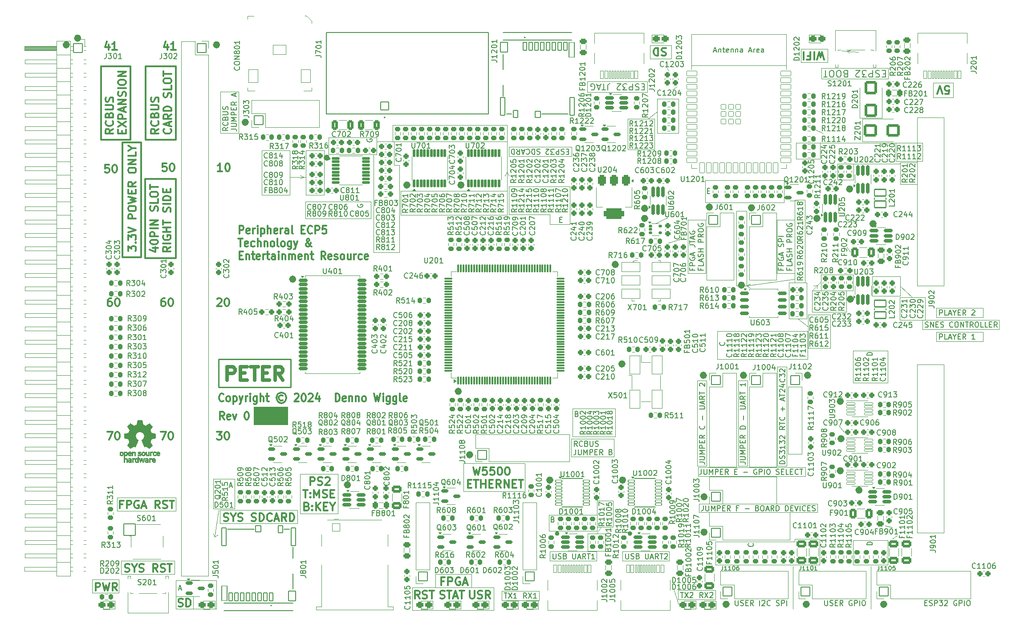
<source format=gbr>
%TF.GenerationSoftware,KiCad,Pcbnew,8.0.4*%
%TF.CreationDate,2024-07-29T15:07:11-07:00*%
%TF.ProjectId,PETER,50455445-522e-46b6-9963-61645f706362,0*%
%TF.SameCoordinates,Original*%
%TF.FileFunction,Legend,Top*%
%TF.FilePolarity,Positive*%
%FSLAX46Y46*%
G04 Gerber Fmt 4.6, Leading zero omitted, Abs format (unit mm)*
G04 Created by KiCad (PCBNEW 8.0.4) date 2024-07-29 15:07:11*
%MOMM*%
%LPD*%
G01*
G04 APERTURE LIST*
G04 Aperture macros list*
%AMRoundRect*
0 Rectangle with rounded corners*
0 $1 Rounding radius*
0 $2 $3 $4 $5 $6 $7 $8 $9 X,Y pos of 4 corners*
0 Add a 4 corners polygon primitive as box body*
4,1,4,$2,$3,$4,$5,$6,$7,$8,$9,$2,$3,0*
0 Add four circle primitives for the rounded corners*
1,1,$1+$1,$2,$3*
1,1,$1+$1,$4,$5*
1,1,$1+$1,$6,$7*
1,1,$1+$1,$8,$9*
0 Add four rect primitives between the rounded corners*
20,1,$1+$1,$2,$3,$4,$5,0*
20,1,$1+$1,$4,$5,$6,$7,0*
20,1,$1+$1,$6,$7,$8,$9,0*
20,1,$1+$1,$8,$9,$2,$3,0*%
G04 Aperture macros list end*
%ADD10C,0.695000*%
%ADD11C,0.120000*%
%ADD12C,0.441000*%
%ADD13C,0.300000*%
%ADD14C,0.568000*%
%ADD15C,0.254000*%
%ADD16C,0.150000*%
%ADD17C,0.200000*%
%ADD18C,0.317500*%
%ADD19C,0.635000*%
%ADD20C,0.010000*%
%ADD21C,0.100000*%
%ADD22C,0.127000*%
%ADD23C,2.802000*%
%ADD24RoundRect,0.225500X0.225500X0.300500X-0.225500X0.300500X-0.225500X-0.300500X0.225500X-0.300500X0*%
%ADD25RoundRect,0.188000X-0.643000X-0.188000X0.643000X-0.188000X0.643000X0.188000X-0.643000X0.188000X0*%
%ADD26RoundRect,0.175500X-0.538000X-0.175500X0.538000X-0.175500X0.538000X0.175500X-0.538000X0.175500X0*%
%ADD27RoundRect,0.250500X-0.250500X-0.275500X0.250500X-0.275500X0.250500X0.275500X-0.250500X0.275500X0*%
%ADD28RoundRect,0.225500X-0.300500X0.225500X-0.300500X-0.225500X0.300500X-0.225500X0.300500X0.225500X0*%
%ADD29RoundRect,0.244250X0.244250X0.406750X-0.244250X0.406750X-0.244250X-0.406750X0.244250X-0.406750X0*%
%ADD30RoundRect,0.051000X-0.850000X-0.850000X0.850000X-0.850000X0.850000X0.850000X-0.850000X0.850000X0*%
%ADD31O,1.802000X1.802000*%
%ADD32RoundRect,0.051000X0.850000X-0.850000X0.850000X0.850000X-0.850000X0.850000X-0.850000X-0.850000X0*%
%ADD33C,0.752000*%
%ADD34RoundRect,0.051000X-0.300000X-0.725000X0.300000X-0.725000X0.300000X0.725000X-0.300000X0.725000X0*%
%ADD35RoundRect,0.051000X-0.150000X-0.725000X0.150000X-0.725000X0.150000X0.725000X-0.150000X0.725000X0*%
%ADD36O,1.102000X2.202000*%
%ADD37O,1.102000X1.702000*%
%ADD38RoundRect,0.225500X-0.225500X-0.300500X0.225500X-0.300500X0.225500X0.300500X-0.225500X0.300500X0*%
%ADD39RoundRect,0.225500X0.300500X-0.225500X0.300500X0.225500X-0.300500X0.225500X-0.300500X-0.225500X0*%
%ADD40RoundRect,0.301000X0.351000X0.301000X-0.351000X0.301000X-0.351000X-0.301000X0.351000X-0.301000X0*%
%ADD41RoundRect,0.244250X-0.406750X0.244250X-0.406750X-0.244250X0.406750X-0.244250X0.406750X0.244250X0*%
%ADD42RoundRect,0.250500X0.250500X0.275500X-0.250500X0.275500X-0.250500X-0.275500X0.250500X-0.275500X0*%
%ADD43RoundRect,0.244250X0.406750X-0.244250X0.406750X0.244250X-0.406750X0.244250X-0.406750X-0.244250X0*%
%ADD44RoundRect,0.051000X-1.100000X-1.100000X1.100000X-1.100000X1.100000X1.100000X-1.100000X1.100000X0*%
%ADD45C,2.302000*%
%ADD46RoundRect,0.250500X-0.275500X0.250500X-0.275500X-0.250500X0.275500X-0.250500X0.275500X0.250500X0*%
%ADD47RoundRect,0.102000X-1.110000X0.620000X-1.110000X-0.620000X1.110000X-0.620000X1.110000X0.620000X0*%
%ADD48RoundRect,0.051000X-0.600000X-0.200000X0.600000X-0.200000X0.600000X0.200000X-0.600000X0.200000X0*%
%ADD49RoundRect,0.250500X0.275500X-0.250500X0.275500X0.250500X-0.275500X0.250500X-0.275500X-0.250500X0*%
%ADD50RoundRect,0.269616X0.656384X-0.431384X0.656384X0.431384X-0.656384X0.431384X-0.656384X-0.431384X0*%
%ADD51RoundRect,0.051000X-1.750000X0.900000X-1.750000X-0.900000X1.750000X-0.900000X1.750000X0.900000X0*%
%ADD52C,1.852000*%
%ADD53C,2.202000*%
%ADD54C,1.302000*%
%ADD55RoundRect,0.051000X-1.250000X0.900000X-1.250000X-0.900000X1.250000X-0.900000X1.250000X0.900000X0*%
%ADD56RoundRect,0.051000X-0.900000X1.250000X-0.900000X-1.250000X0.900000X-1.250000X0.900000X1.250000X0*%
%ADD57RoundRect,0.188000X0.188000X-0.863000X0.188000X0.863000X-0.188000X0.863000X-0.188000X-0.863000X0*%
%ADD58RoundRect,0.051000X-1.000000X1.750000X-1.000000X-1.750000X1.000000X-1.750000X1.000000X1.750000X0*%
%ADD59RoundRect,0.125500X0.125500X-0.663000X0.125500X0.663000X-0.125500X0.663000X-0.125500X-0.663000X0*%
%ADD60RoundRect,0.269616X-0.431384X-0.656384X0.431384X-0.656384X0.431384X0.656384X-0.431384X0.656384X0*%
%ADD61RoundRect,0.244250X-0.244250X-0.281750X0.244250X-0.281750X0.244250X0.281750X-0.244250X0.281750X0*%
%ADD62RoundRect,0.051000X-0.750000X-0.750000X0.750000X-0.750000X0.750000X0.750000X-0.750000X0.750000X0*%
%ADD63C,1.602000*%
%ADD64C,3.102000*%
%ADD65RoundRect,0.051000X0.300000X0.725000X-0.300000X0.725000X-0.300000X-0.725000X0.300000X-0.725000X0*%
%ADD66RoundRect,0.051000X0.150000X0.725000X-0.150000X0.725000X-0.150000X-0.725000X0.150000X-0.725000X0*%
%ADD67RoundRect,0.051000X-0.800000X0.200000X-0.800000X-0.200000X0.800000X-0.200000X0.800000X0.200000X0*%
%ADD68RoundRect,0.263000X0.275500X0.263000X-0.275500X0.263000X-0.275500X-0.263000X0.275500X-0.263000X0*%
%ADD69RoundRect,0.263000X-0.275500X-0.263000X0.275500X-0.263000X0.275500X0.263000X-0.275500X0.263000X0*%
%ADD70RoundRect,0.051000X0.850000X0.850000X-0.850000X0.850000X-0.850000X-0.850000X0.850000X-0.850000X0*%
%ADD71RoundRect,0.244250X0.244250X0.281750X-0.244250X0.281750X-0.244250X-0.281750X0.244250X-0.281750X0*%
%ADD72RoundRect,0.244250X0.281750X-0.244250X0.281750X0.244250X-0.281750X0.244250X-0.281750X-0.244250X0*%
%ADD73RoundRect,0.272174X0.353826X0.678826X-0.353826X0.678826X-0.353826X-0.678826X0.353826X-0.678826X0*%
%ADD74RoundRect,0.051000X0.754000X0.754000X-0.754000X0.754000X-0.754000X-0.754000X0.754000X-0.754000X0*%
%ADD75C,1.610000*%
%ADD76C,4.318000*%
%ADD77RoundRect,0.301000X-0.351000X-0.301000X0.351000X-0.301000X0.351000X0.301000X-0.351000X0.301000X0*%
%ADD78RoundRect,0.269616X-0.656384X0.431384X-0.656384X-0.431384X0.656384X-0.431384X0.656384X0.431384X0*%
%ADD79RoundRect,0.244250X-0.244250X-0.406750X0.244250X-0.406750X0.244250X0.406750X-0.244250X0.406750X0*%
%ADD80RoundRect,0.261087X-1.039913X-0.939913X1.039913X-0.939913X1.039913X0.939913X-1.039913X0.939913X0*%
%ADD81RoundRect,0.076200X0.350000X0.750000X-0.350000X0.750000X-0.350000X-0.750000X0.350000X-0.750000X0*%
%ADD82RoundRect,0.076200X0.450000X0.665000X-0.450000X0.665000X-0.450000X-0.665000X0.450000X-0.665000X0*%
%ADD83RoundRect,0.076200X0.525000X0.590000X-0.525000X0.590000X-0.525000X-0.590000X0.525000X-0.590000X0*%
%ADD84RoundRect,0.076200X0.670000X0.915000X-0.670000X0.915000X-0.670000X-0.915000X0.670000X-0.915000X0*%
%ADD85RoundRect,0.076200X0.530000X1.400000X-0.530000X1.400000X-0.530000X-1.400000X0.530000X-1.400000X0*%
%ADD86RoundRect,0.076200X0.450000X1.665000X-0.450000X1.665000X-0.450000X-1.665000X0.450000X-1.665000X0*%
%ADD87RoundRect,0.100500X0.100500X-0.688000X0.100500X0.688000X-0.100500X0.688000X-0.100500X-0.688000X0*%
%ADD88RoundRect,0.100500X0.688000X-0.100500X0.688000X0.100500X-0.688000X0.100500X-0.688000X-0.100500X0*%
%ADD89C,2.602000*%
%ADD90RoundRect,0.051000X-0.950000X-0.450000X0.950000X-0.450000X0.950000X0.450000X-0.950000X0.450000X0*%
%ADD91RoundRect,0.051000X0.450000X-0.950000X0.450000X0.950000X-0.450000X0.950000X-0.450000X-0.950000X0*%
%ADD92RoundRect,0.051000X0.950000X0.450000X-0.950000X0.450000X-0.950000X-0.450000X0.950000X-0.450000X0*%
%ADD93RoundRect,0.051000X0.450000X0.450000X-0.450000X0.450000X-0.450000X-0.450000X0.450000X-0.450000X0*%
%ADD94RoundRect,0.125500X-0.250500X-0.125500X0.250500X-0.125500X0.250500X0.125500X-0.250500X0.125500X0*%
%ADD95RoundRect,0.125500X-0.663000X-0.125500X0.663000X-0.125500X0.663000X0.125500X-0.663000X0.125500X0*%
%ADD96RoundRect,0.261087X0.939913X-1.039913X0.939913X1.039913X-0.939913X1.039913X-0.939913X-1.039913X0*%
%ADD97RoundRect,0.076200X-0.350000X-0.750000X0.350000X-0.750000X0.350000X0.750000X-0.350000X0.750000X0*%
%ADD98RoundRect,0.076200X-0.450000X-0.665000X0.450000X-0.665000X0.450000X0.665000X-0.450000X0.665000X0*%
%ADD99RoundRect,0.076200X-0.525000X-0.590000X0.525000X-0.590000X0.525000X0.590000X-0.525000X0.590000X0*%
%ADD100RoundRect,0.076200X-0.670000X-0.915000X0.670000X-0.915000X0.670000X0.915000X-0.670000X0.915000X0*%
%ADD101RoundRect,0.076200X-0.530000X-1.400000X0.530000X-1.400000X0.530000X1.400000X-0.530000X1.400000X0*%
%ADD102RoundRect,0.076200X-0.450000X-1.665000X0.450000X-1.665000X0.450000X1.665000X-0.450000X1.665000X0*%
%ADD103RoundRect,0.175500X-0.675500X-0.175500X0.675500X-0.175500X0.675500X0.175500X-0.675500X0.175500X0*%
%ADD104RoundRect,0.400500X-0.400500X0.650500X-0.400500X-0.650500X0.400500X-0.650500X0.400500X0.650500X0*%
%ADD105RoundRect,0.525500X-1.425500X0.525500X-1.425500X-0.525500X1.425500X-0.525500X1.425500X0.525500X0*%
%ADD106RoundRect,0.163000X-0.650500X-0.163000X0.650500X-0.163000X0.650500X0.163000X-0.650500X0.163000X0*%
%ADD107RoundRect,0.272666X-0.340834X-0.653334X0.340834X-0.653334X0.340834X0.653334X-0.340834X0.653334X0*%
G04 APERTURE END LIST*
D10*
X126890300Y-62230000D02*
G75*
G02*
X126195300Y-62230000I-347500J0D01*
G01*
X126195300Y-62230000D02*
G75*
G02*
X126890300Y-62230000I347500J0D01*
G01*
D11*
X43357800Y-19431000D02*
X46786800Y-19431000D01*
X46786800Y-27940000D01*
X43357800Y-27940000D01*
X43357800Y-19431000D01*
X26974800Y-87884000D02*
X41706800Y-87884000D01*
X41706800Y-90424000D01*
X26974800Y-90424000D01*
X26974800Y-87884000D01*
X73329800Y-78994000D02*
X85013800Y-78994000D01*
X85013800Y-84328000D01*
X73329800Y-84328000D01*
X73329800Y-78994000D01*
X144703800Y-71755000D02*
X145719800Y-73025000D01*
X117779800Y-63246000D02*
X119557800Y-63246000D01*
X119557800Y-79502000D01*
X117779800Y-79502000D01*
X117779800Y-63246000D01*
X42214800Y-81026000D02*
X49453800Y-81026000D01*
X49453800Y-88519000D01*
X42214800Y-88519000D01*
X42214800Y-81026000D01*
X89712800Y-95758000D02*
X98602800Y-95758000D01*
X98602800Y-97536000D01*
X89712800Y-97536000D01*
X89712800Y-95758000D01*
X151053800Y-43434000D02*
X156387800Y-43434000D01*
X156387800Y-47117000D01*
X151053800Y-47117000D01*
X151053800Y-43434000D01*
X93522800Y-33528000D02*
X89712800Y-33528000D01*
X89712800Y-31623000D01*
X81965800Y-31623000D01*
X81965800Y-26289000D01*
X93522800Y-26289000D01*
X93522800Y-33528000D01*
X81584800Y-23495000D02*
X81203800Y-24257000D01*
X127114300Y-45212000D02*
X127812800Y-44831000D01*
D10*
X74820300Y-77343000D02*
G75*
G02*
X74125300Y-77343000I-347500J0D01*
G01*
X74125300Y-77343000D02*
G75*
G02*
X74820300Y-77343000I347500J0D01*
G01*
D11*
X81584800Y-23495000D02*
X81965800Y-24257000D01*
X139623800Y-46101000D02*
X146100800Y-46101000D01*
X146100800Y-50165000D01*
X139623800Y-50165000D01*
X139623800Y-46101000D01*
D10*
X51579300Y-83058000D02*
G75*
G02*
X50884300Y-83058000I-347500J0D01*
G01*
X50884300Y-83058000D02*
G75*
G02*
X51579300Y-83058000I347500J0D01*
G01*
X32148300Y-14097000D02*
G75*
G02*
X31453300Y-14097000I-347500J0D01*
G01*
X31453300Y-14097000D02*
G75*
G02*
X32148300Y-14097000I347500J0D01*
G01*
D11*
X136893300Y-51435000D02*
X138861800Y-52959000D01*
X163245800Y-53975000D02*
X172135800Y-53975000D01*
X172135800Y-55753000D01*
X163245800Y-55753000D01*
X163245800Y-53975000D01*
D10*
X103903300Y-82169000D02*
G75*
G02*
X103208300Y-82169000I-347500J0D01*
G01*
X103208300Y-82169000D02*
G75*
G02*
X103903300Y-82169000I347500J0D01*
G01*
D11*
X127812800Y-44831000D02*
X127114300Y-45212000D01*
X96824800Y-6350000D02*
X108254800Y-6350000D01*
X108254800Y-8382000D01*
X96824800Y-8382000D01*
X96824800Y-6350000D01*
D10*
X128414300Y-30353000D02*
G75*
G02*
X127719300Y-30353000I-347500J0D01*
G01*
X127719300Y-30353000D02*
G75*
G02*
X128414300Y-30353000I347500J0D01*
G01*
D11*
X98602800Y-92329000D02*
X99491800Y-91059000D01*
X137464800Y-127000D02*
X142544800Y-127000D01*
X142544800Y-2667000D01*
X137464800Y-2667000D01*
X137464800Y-127000D01*
X7416800Y-85471000D02*
X18592800Y-85471000D01*
X18592800Y-88011000D01*
X7416800Y-88011000D01*
X7416800Y-85471000D01*
X146227800Y-571500D02*
X146862800Y-381000D01*
X148386800Y-762000D02*
X145211800Y-508000D01*
D10*
X147210300Y-47752000D02*
G75*
G02*
X146515300Y-47752000I-347500J0D01*
G01*
X146515300Y-47752000D02*
G75*
G02*
X147210300Y-47752000I347500J0D01*
G01*
D11*
X156387800Y-21717000D02*
X159562800Y-21717000D01*
X159562800Y-25908000D01*
X156387800Y-25908000D01*
X156387800Y-21717000D01*
X150799800Y-98552000D02*
X150799800Y-106680000D01*
D10*
X41165300Y-43942000D02*
G75*
G02*
X40470300Y-43942000I-347500J0D01*
G01*
X40470300Y-43942000D02*
G75*
G02*
X41165300Y-43942000I347500J0D01*
G01*
D11*
X113334800Y-103124000D02*
X114223800Y-105791000D01*
D10*
X153560300Y-105791000D02*
G75*
G02*
X152865300Y-105791000I-347500J0D01*
G01*
X152865300Y-105791000D02*
G75*
G02*
X153560300Y-105791000I347500J0D01*
G01*
D11*
X132892800Y-32639000D02*
X136321800Y-32639000D01*
X136321800Y-42799000D01*
X132892800Y-42799000D01*
X132892800Y-32639000D01*
X60121800Y-22225000D02*
X61137800Y-22225000D01*
X61137800Y-38862000D01*
X56184800Y-38862000D01*
X56184800Y-20193000D01*
X56819800Y-20193000D01*
X56819800Y-17780000D01*
X60121800Y-17780000D01*
X60121800Y-22225000D01*
X154863800Y-93345000D02*
X155752800Y-92710000D01*
X63550800Y-102616000D02*
X79044800Y-102616000D01*
X79044800Y-106934000D01*
X63550800Y-106934000D01*
X63550800Y-102616000D01*
X115938300Y-32639000D02*
X119367300Y-32639000D01*
X119367300Y-42799000D01*
X115938300Y-42799000D01*
X115938300Y-32639000D01*
X59867800Y-14605000D02*
X81584800Y-14605000D01*
X81584800Y-17780000D01*
X59867800Y-17780000D01*
X59867800Y-14605000D01*
X110159800Y-9652000D02*
X114223800Y-9652000D01*
X114223800Y-16129000D01*
X110159800Y-16129000D01*
X110159800Y-9652000D01*
X139623800Y-15240000D02*
X140131800Y-15240000D01*
X2717800Y-101092000D02*
X7797800Y-101092000D01*
X7797800Y-103632000D01*
X2717800Y-103632000D01*
X2717800Y-101092000D01*
X93776800Y-74295000D02*
X101904800Y-74295000D01*
X101904800Y-77724000D01*
X93776800Y-77724000D01*
X93776800Y-74295000D01*
X25704800Y-92329000D02*
X25958800Y-92964000D01*
X25704800Y-81915000D02*
X29768800Y-81915000D01*
X29768800Y-87630000D01*
X25704800Y-87630000D01*
X25704800Y-81915000D01*
X119303800Y-25146000D02*
X134289800Y-25146000D01*
X134289800Y-29337000D01*
X119303800Y-29337000D01*
X119303800Y-25146000D01*
X42214800Y-24765000D02*
X42976800Y-24542750D01*
X113842800Y-7366000D02*
X113080800Y-7874000D01*
D10*
X120413300Y-30226000D02*
G75*
G02*
X119718300Y-30226000I-347500J0D01*
G01*
X119718300Y-30226000D02*
G75*
G02*
X120413300Y-30226000I347500J0D01*
G01*
X73169300Y-26035000D02*
G75*
G02*
X72474300Y-26035000I-347500J0D01*
G01*
X72474300Y-26035000D02*
G75*
G02*
X73169300Y-26035000I347500J0D01*
G01*
D11*
X141401800Y-3784600D02*
X154101800Y-3784600D01*
X154101800Y-5816600D01*
X141401800Y-5816600D01*
X141401800Y-3784600D01*
X127114300Y-45212000D02*
X136321800Y-43942000D01*
X118097300Y-86679000D02*
X140576300Y-86679000D01*
X140576300Y-88330000D01*
X118097300Y-88330000D01*
X118097300Y-86679000D01*
X140639800Y-45085000D02*
X139877800Y-45212000D01*
X146862800Y-38735000D02*
X146227800Y-37846000D01*
D12*
X105173300Y-92329000D02*
G75*
G02*
X104732300Y-92329000I-220500J0D01*
G01*
X104732300Y-92329000D02*
G75*
G02*
X105173300Y-92329000I220500J0D01*
G01*
D10*
X62882300Y-26035000D02*
G75*
G02*
X62187300Y-26035000I-347500J0D01*
G01*
X62187300Y-26035000D02*
G75*
G02*
X62882300Y-26035000I347500J0D01*
G01*
D11*
X33420300Y-68184000D02*
X39833300Y-68184000D01*
X39833300Y-71628000D01*
X33420300Y-71628000D01*
X33420300Y-68184000D01*
G36*
X33420300Y-68184000D02*
G01*
X39833300Y-68184000D01*
X39833300Y-71628000D01*
X33420300Y-71628000D01*
X33420300Y-68184000D01*
G37*
X160578800Y-51689000D02*
X175183800Y-51689000D01*
X175183800Y-53467000D01*
X160578800Y-53467000D01*
X160578800Y-51689000D01*
X117906800Y-79756000D02*
X138353800Y-79756000D01*
X138353800Y-81407000D01*
X117906800Y-81407000D01*
X117906800Y-79756000D01*
X81965800Y-18796000D02*
X93903800Y-18796000D01*
X93903800Y-20574000D01*
X81965800Y-20574000D01*
X81965800Y-18796000D01*
X40309800Y-24511000D02*
X43357800Y-24511000D01*
X144386300Y-21971000D02*
X147434300Y-21971000D01*
X147434300Y-25019000D01*
X144386300Y-25019000D01*
X144386300Y-21971000D01*
D10*
X72661300Y-65278000D02*
G75*
G02*
X71966300Y-65278000I-347500J0D01*
G01*
X71966300Y-65278000D02*
G75*
G02*
X72661300Y-65278000I347500J0D01*
G01*
D11*
X138861800Y-50673000D02*
X143052800Y-50673000D01*
X143052800Y-57023000D01*
X138861800Y-57023000D01*
X138861800Y-50673000D01*
X42976800Y-24542750D02*
X42214800Y-24225250D01*
D13*
X12877800Y-3429000D02*
X18592800Y-3429000D01*
X18592800Y-17399000D01*
X12877800Y-17399000D01*
X12877800Y-3429000D01*
X4368800Y-3429000D02*
X9956800Y-3429000D01*
X9956800Y-17399000D01*
X4368800Y-17399000D01*
X4368800Y-3429000D01*
D10*
X126509300Y-45085000D02*
G75*
G02*
X125814300Y-45085000I-347500J0D01*
G01*
X125814300Y-45085000D02*
G75*
G02*
X126509300Y-45085000I347500J0D01*
G01*
D11*
X61391800Y-27178000D02*
X81584800Y-27178000D01*
X81584800Y-31750000D01*
X61391800Y-31750000D01*
X61391800Y-27178000D01*
X133019800Y-60579000D02*
X134797800Y-60579000D01*
X134797800Y-79502000D01*
X133019800Y-79502000D01*
X133019800Y-60579000D01*
X156387800Y-21971000D02*
X147434300Y-21971000D01*
X47675800Y-17018000D02*
X56819800Y-17018000D01*
X56819800Y-20193000D01*
X47675800Y-20193000D01*
X47675800Y-17018000D01*
X98729800Y-86106000D02*
X101777800Y-86106000D01*
X101777800Y-91059000D01*
X98729800Y-91059000D01*
X98729800Y-86106000D01*
X112318800Y-4318000D02*
X111810800Y-3556000D01*
X139623800Y-15240000D02*
X139877800Y-15621000D01*
D10*
X26687300Y635000D02*
G75*
G02*
X25992300Y635000I-347500J0D01*
G01*
X25992300Y635000D02*
G75*
G02*
X26687300Y635000I347500J0D01*
G01*
X90060300Y-82169000D02*
G75*
G02*
X89365300Y-82169000I-347500J0D01*
G01*
X89365300Y-82169000D02*
G75*
G02*
X90060300Y-82169000I347500J0D01*
G01*
D11*
X139877800Y-15621000D02*
X139623800Y-15240000D01*
X147370800Y-57531000D02*
X153974800Y-57531000D01*
X153974800Y-63627000D01*
X147370800Y-63627000D01*
X147370800Y-57531000D01*
D13*
X8432800Y-17907000D02*
X11988800Y-17907000D01*
X11988800Y-39751000D01*
X8432800Y-39751000D01*
X8432800Y-17907000D01*
D10*
X140860300Y-32385000D02*
G75*
G02*
X140165300Y-32385000I-347500J0D01*
G01*
X140165300Y-32385000D02*
G75*
G02*
X140860300Y-32385000I347500J0D01*
G01*
D11*
X94030800Y-68580000D02*
X102158800Y-68580000D01*
X102158800Y-73914000D01*
X94030800Y-73914000D01*
X94030800Y-68580000D01*
X104571800Y-13462000D02*
X109651800Y-13462000D01*
X109651800Y-19304000D01*
X104571800Y-19304000D01*
X104571800Y-13462000D01*
X108762800Y508000D02*
X112826800Y508000D01*
X112826800Y-2032000D01*
X108762800Y-2032000D01*
X108762800Y508000D01*
X108381800Y-13462000D02*
X110159800Y-12065000D01*
X67995800Y-100076000D02*
X74853800Y-100076000D01*
X74853800Y-102616000D01*
X67995800Y-102616000D01*
X67995800Y-100076000D01*
X141020800Y-98298000D02*
X121208800Y-98298000D01*
X121208800Y-93853000D01*
X136321800Y-93853000D01*
X136321800Y-93345000D01*
X141020800Y-93345000D01*
X141020800Y-98298000D01*
X155498800Y-18034000D02*
X160578800Y-18034000D01*
X160578800Y-21463000D01*
X155498800Y-21463000D01*
X155498800Y-18034000D01*
D10*
X151528300Y-33401000D02*
G75*
G02*
X150833300Y-33401000I-347500J0D01*
G01*
X150833300Y-33401000D02*
G75*
G02*
X151528300Y-33401000I347500J0D01*
G01*
D11*
X154863800Y-91186000D02*
X153466800Y-90805000D01*
X146735800Y-889000D02*
X146227800Y-571500D01*
X135940800Y-98552000D02*
X135940800Y-106680000D01*
X125209300Y-30988000D02*
X127114300Y-30988000D01*
X127114300Y-45212000D01*
X125209300Y-45212000D01*
X125209300Y-30988000D01*
X141147800Y-18034000D02*
X155498800Y-18034000D01*
X96951800Y-92329000D02*
X100253800Y-92329000D01*
X100253800Y-95631000D01*
X96951800Y-95631000D01*
X96951800Y-92329000D01*
X18592800Y-101219000D02*
X26339800Y-101219000D01*
X26339800Y-106680000D01*
X18592800Y-106680000D01*
X18592800Y-101219000D01*
D10*
X139082300Y-62230000D02*
G75*
G02*
X138387300Y-62230000I-347500J0D01*
G01*
X138387300Y-62230000D02*
G75*
G02*
X139082300Y-62230000I347500J0D01*
G01*
D13*
X12776200Y-24892000D02*
X18592800Y-24892000D01*
X18592800Y-39928800D01*
X12776200Y-39928800D01*
X12776200Y-24892000D01*
D10*
X145446800Y-74295000D02*
G75*
G02*
X144751800Y-74295000I-347500J0D01*
G01*
X144751800Y-74295000D02*
G75*
G02*
X145446800Y-74295000I347500J0D01*
G01*
D11*
X139623800Y-46101000D02*
X141274800Y-44450000D01*
D10*
X-1887700Y635000D02*
G75*
G02*
X-2582700Y635000I-347500J0D01*
G01*
X-2582700Y635000D02*
G75*
G02*
X-1887700Y635000I347500J0D01*
G01*
D11*
X18592800Y-104267000D02*
X21894800Y-104267000D01*
X21894800Y-106680000D01*
X18592800Y-106680000D01*
X18592800Y-104267000D01*
D14*
X47578800Y-20828000D02*
G75*
G02*
X47010800Y-20828000I-284000J0D01*
G01*
X47010800Y-20828000D02*
G75*
G02*
X47578800Y-20828000I284000J0D01*
G01*
D10*
X102506300Y-41148000D02*
G75*
G02*
X101811300Y-41148000I-347500J0D01*
G01*
X101811300Y-41148000D02*
G75*
G02*
X102506300Y-41148000I347500J0D01*
G01*
D11*
X43230800Y-29210000D02*
X55676800Y-29210000D01*
X55676800Y-32385000D01*
X43230800Y-32385000D01*
X43230800Y-29210000D01*
D15*
X26720800Y-59182000D02*
X40436800Y-59182000D01*
X40436800Y-64516000D01*
X26720800Y-64516000D01*
X26720800Y-59182000D01*
D10*
X138828300Y-105791000D02*
G75*
G02*
X138133300Y-105791000I-347500J0D01*
G01*
X138133300Y-105791000D02*
G75*
G02*
X138828300Y-105791000I347500J0D01*
G01*
D11*
X135178800Y-44577000D02*
X138607800Y-44577000D01*
X138607800Y-51435000D01*
X135178800Y-51435000D01*
X135178800Y-44577000D01*
X141655800Y-16129000D02*
X138773300Y-14859000D01*
X8178800Y-97536000D02*
X18338800Y-97536000D01*
X18338800Y-100076000D01*
X8178800Y-100076000D01*
X8178800Y-97536000D01*
X136321800Y-28829000D02*
X138226800Y-28829000D01*
X138226800Y-44577000D01*
X136321800Y-44577000D01*
X136321800Y-28829000D01*
X162610800Y-6604000D02*
X166420800Y-6604000D01*
X166420800Y-9398000D01*
X162610800Y-9398000D01*
X162610800Y-6604000D01*
X80568800Y-103251000D02*
X87680800Y-103251000D01*
X87680800Y-105029000D01*
X80568800Y-105029000D01*
X80568800Y-103251000D01*
D10*
X108094300Y-32385000D02*
G75*
G02*
X107399300Y-32385000I-347500J0D01*
G01*
X107399300Y-32385000D02*
G75*
G02*
X108094300Y-32385000I347500J0D01*
G01*
D11*
X125526800Y-63246000D02*
X127304800Y-63246000D01*
X127304800Y-79502000D01*
X125526800Y-79502000D01*
X125526800Y-63246000D01*
D10*
X148861300Y-84074000D02*
G75*
G02*
X148166300Y-84074000I-347500J0D01*
G01*
X148166300Y-84074000D02*
G75*
G02*
X148861300Y-84074000I347500J0D01*
G01*
D11*
X139877800Y-45212000D02*
X140639800Y-45085000D01*
X25958800Y-92964000D02*
X25704800Y-92329000D01*
D10*
X103776300Y-60071000D02*
G75*
G02*
X103081300Y-60071000I-347500J0D01*
G01*
X103081300Y-60071000D02*
G75*
G02*
X103776300Y-60071000I347500J0D01*
G01*
D11*
X163245800Y-49403000D02*
X172135800Y-49403000D01*
X172135800Y-51181000D01*
X163245800Y-51181000D01*
X163245800Y-49403000D01*
X89585800Y-88773000D02*
X98729800Y-88773000D01*
X98729800Y-91821000D01*
X89585800Y-91821000D01*
X89585800Y-88773000D01*
X140639800Y-45085000D02*
X140512800Y-45720000D01*
X156260800Y-47371000D02*
X161086800Y-47371000D01*
X161086800Y-51689000D01*
X156260800Y-51689000D01*
X156260800Y-47371000D01*
X121589800Y-53848000D02*
X138734800Y-53848000D01*
X138734800Y-59182000D01*
X121589800Y-59182000D01*
X121589800Y-53848000D01*
X103555800Y-95758000D02*
X112445800Y-95758000D01*
X112445800Y-97536000D01*
X103555800Y-97536000D01*
X103555800Y-95758000D01*
X81203800Y-24257000D02*
X81584800Y-23495000D01*
D10*
X119270300Y-62230000D02*
G75*
G02*
X118575300Y-62230000I-347500J0D01*
G01*
X118575300Y-62230000D02*
G75*
G02*
X119270300Y-62230000I347500J0D01*
G01*
D11*
X136575800Y-18034000D02*
X141147800Y-18034000D01*
X141147800Y-21082000D01*
X136575800Y-21082000D01*
X136575800Y-18034000D01*
D10*
X145305300Y-67183000D02*
G75*
G02*
X144610300Y-67183000I-347500J0D01*
G01*
X144610300Y-67183000D02*
G75*
G02*
X145305300Y-67183000I347500J0D01*
G01*
X119397300Y-92075000D02*
G75*
G02*
X118702300Y-92075000I-347500J0D01*
G01*
X118702300Y-92075000D02*
G75*
G02*
X119397300Y-92075000I347500J0D01*
G01*
D11*
X114096800Y-103124000D02*
X121208800Y-103124000D01*
X121208800Y-104902000D01*
X114096800Y-104902000D01*
X114096800Y-103124000D01*
D10*
X145305300Y-80391000D02*
G75*
G02*
X144610300Y-80391000I-347500J0D01*
G01*
X144610300Y-80391000D02*
G75*
G02*
X145305300Y-80391000I347500J0D01*
G01*
X147083300Y-26797000D02*
G75*
G02*
X146388300Y-26797000I-347500J0D01*
G01*
X146388300Y-26797000D02*
G75*
G02*
X147083300Y-26797000I347500J0D01*
G01*
D11*
X141274800Y-43053000D02*
X147370800Y-43053000D01*
X147370800Y-46101000D01*
X141274800Y-46101000D01*
X141274800Y-43053000D01*
X26720800Y-87884000D02*
X25958800Y-92964000D01*
X25958800Y-92964000D02*
X26593800Y-92583000D01*
X34975800Y-19431000D02*
X40309800Y-19431000D01*
X40309800Y-27940000D01*
X34975800Y-27940000D01*
X34975800Y-19431000D01*
D12*
X91330300Y-92329000D02*
G75*
G02*
X90889300Y-92329000I-220500J0D01*
G01*
X90889300Y-92329000D02*
G75*
G02*
X91330300Y-92329000I220500J0D01*
G01*
D11*
X127812800Y-45593000D02*
X127114300Y-45212000D01*
X112191800Y-37084000D02*
X114731800Y-36322000D01*
D10*
X271300Y1905000D02*
G75*
G02*
X-423700Y1905000I-347500J0D01*
G01*
X-423700Y1905000D02*
G75*
G02*
X271300Y1905000I347500J0D01*
G01*
D11*
X112064800Y-32258000D02*
X109773800Y-33307800D01*
X156387800Y-45275500D02*
X158673800Y-47371000D01*
X147370800Y-93599000D02*
X153974800Y-93599000D01*
X153974800Y-98298000D01*
X147370800Y-98298000D01*
X147370800Y-93599000D01*
D10*
X108094300Y-30480000D02*
G75*
G02*
X107399300Y-30480000I-347500J0D01*
G01*
X107399300Y-30480000D02*
G75*
G02*
X108094300Y-30480000I347500J0D01*
G01*
X123588300Y-105791000D02*
G75*
G02*
X122893300Y-105791000I-347500J0D01*
G01*
X122893300Y-105791000D02*
G75*
G02*
X123588300Y-105791000I347500J0D01*
G01*
D11*
X27101800Y-8255000D02*
X30530800Y-8255000D01*
X30530800Y-16129000D01*
X27101800Y-16129000D01*
X27101800Y-8255000D01*
X81584800Y-17780000D02*
X81584800Y-27178000D01*
D10*
X119397300Y-85344000D02*
G75*
G02*
X118702300Y-85344000I-347500J0D01*
G01*
X118702300Y-85344000D02*
G75*
G02*
X119397300Y-85344000I347500J0D01*
G01*
D13*
X68859882Y-104631400D02*
X69074168Y-104702828D01*
X69074168Y-104702828D02*
X69431310Y-104702828D01*
X69431310Y-104702828D02*
X69574168Y-104631400D01*
X69574168Y-104631400D02*
X69645596Y-104559971D01*
X69645596Y-104559971D02*
X69717025Y-104417114D01*
X69717025Y-104417114D02*
X69717025Y-104274257D01*
X69717025Y-104274257D02*
X69645596Y-104131400D01*
X69645596Y-104131400D02*
X69574168Y-104059971D01*
X69574168Y-104059971D02*
X69431310Y-103988542D01*
X69431310Y-103988542D02*
X69145596Y-103917114D01*
X69145596Y-103917114D02*
X69002739Y-103845685D01*
X69002739Y-103845685D02*
X68931310Y-103774257D01*
X68931310Y-103774257D02*
X68859882Y-103631400D01*
X68859882Y-103631400D02*
X68859882Y-103488542D01*
X68859882Y-103488542D02*
X68931310Y-103345685D01*
X68931310Y-103345685D02*
X69002739Y-103274257D01*
X69002739Y-103274257D02*
X69145596Y-103202828D01*
X69145596Y-103202828D02*
X69502739Y-103202828D01*
X69502739Y-103202828D02*
X69717025Y-103274257D01*
X70145596Y-103202828D02*
X71002739Y-103202828D01*
X70574167Y-104702828D02*
X70574167Y-103202828D01*
X71431310Y-104274257D02*
X72145596Y-104274257D01*
X71288453Y-104702828D02*
X71788453Y-103202828D01*
X71788453Y-103202828D02*
X72288453Y-104702828D01*
X72574167Y-103202828D02*
X73431310Y-103202828D01*
X73002738Y-104702828D02*
X73002738Y-103202828D01*
D16*
X134413619Y-79038220D02*
X133413619Y-79038220D01*
X133413619Y-79038220D02*
X133413619Y-78800125D01*
X133413619Y-78800125D02*
X133461238Y-78657268D01*
X133461238Y-78657268D02*
X133556476Y-78562030D01*
X133556476Y-78562030D02*
X133651714Y-78514411D01*
X133651714Y-78514411D02*
X133842190Y-78466792D01*
X133842190Y-78466792D02*
X133985047Y-78466792D01*
X133985047Y-78466792D02*
X134175523Y-78514411D01*
X134175523Y-78514411D02*
X134270761Y-78562030D01*
X134270761Y-78562030D02*
X134366000Y-78657268D01*
X134366000Y-78657268D02*
X134413619Y-78800125D01*
X134413619Y-78800125D02*
X134413619Y-79038220D01*
X134366000Y-78085839D02*
X134413619Y-77942982D01*
X134413619Y-77942982D02*
X134413619Y-77704887D01*
X134413619Y-77704887D02*
X134366000Y-77609649D01*
X134366000Y-77609649D02*
X134318380Y-77562030D01*
X134318380Y-77562030D02*
X134223142Y-77514411D01*
X134223142Y-77514411D02*
X134127904Y-77514411D01*
X134127904Y-77514411D02*
X134032666Y-77562030D01*
X134032666Y-77562030D02*
X133985047Y-77609649D01*
X133985047Y-77609649D02*
X133937428Y-77704887D01*
X133937428Y-77704887D02*
X133889809Y-77895363D01*
X133889809Y-77895363D02*
X133842190Y-77990601D01*
X133842190Y-77990601D02*
X133794571Y-78038220D01*
X133794571Y-78038220D02*
X133699333Y-78085839D01*
X133699333Y-78085839D02*
X133604095Y-78085839D01*
X133604095Y-78085839D02*
X133508857Y-78038220D01*
X133508857Y-78038220D02*
X133461238Y-77990601D01*
X133461238Y-77990601D02*
X133413619Y-77895363D01*
X133413619Y-77895363D02*
X133413619Y-77657268D01*
X133413619Y-77657268D02*
X133461238Y-77514411D01*
X133413619Y-77181077D02*
X133413619Y-76562030D01*
X133413619Y-76562030D02*
X133794571Y-76895363D01*
X133794571Y-76895363D02*
X133794571Y-76752506D01*
X133794571Y-76752506D02*
X133842190Y-76657268D01*
X133842190Y-76657268D02*
X133889809Y-76609649D01*
X133889809Y-76609649D02*
X133985047Y-76562030D01*
X133985047Y-76562030D02*
X134223142Y-76562030D01*
X134223142Y-76562030D02*
X134318380Y-76609649D01*
X134318380Y-76609649D02*
X134366000Y-76657268D01*
X134366000Y-76657268D02*
X134413619Y-76752506D01*
X134413619Y-76752506D02*
X134413619Y-77038220D01*
X134413619Y-77038220D02*
X134366000Y-77133458D01*
X134366000Y-77133458D02*
X134318380Y-77181077D01*
X134413619Y-75609649D02*
X134413619Y-76181077D01*
X134413619Y-75895363D02*
X133413619Y-75895363D01*
X133413619Y-75895363D02*
X133556476Y-75990601D01*
X133556476Y-75990601D02*
X133651714Y-76085839D01*
X133651714Y-76085839D02*
X133699333Y-76181077D01*
X133413619Y-75276315D02*
X133413619Y-74657268D01*
X133413619Y-74657268D02*
X133794571Y-74990601D01*
X133794571Y-74990601D02*
X133794571Y-74847744D01*
X133794571Y-74847744D02*
X133842190Y-74752506D01*
X133842190Y-74752506D02*
X133889809Y-74704887D01*
X133889809Y-74704887D02*
X133985047Y-74657268D01*
X133985047Y-74657268D02*
X134223142Y-74657268D01*
X134223142Y-74657268D02*
X134318380Y-74704887D01*
X134318380Y-74704887D02*
X134366000Y-74752506D01*
X134366000Y-74752506D02*
X134413619Y-74847744D01*
X134413619Y-74847744D02*
X134413619Y-75133458D01*
X134413619Y-75133458D02*
X134366000Y-75228696D01*
X134366000Y-75228696D02*
X134318380Y-75276315D01*
X133508857Y-74276315D02*
X133461238Y-74228696D01*
X133461238Y-74228696D02*
X133413619Y-74133458D01*
X133413619Y-74133458D02*
X133413619Y-73895363D01*
X133413619Y-73895363D02*
X133461238Y-73800125D01*
X133461238Y-73800125D02*
X133508857Y-73752506D01*
X133508857Y-73752506D02*
X133604095Y-73704887D01*
X133604095Y-73704887D02*
X133699333Y-73704887D01*
X133699333Y-73704887D02*
X133842190Y-73752506D01*
X133842190Y-73752506D02*
X134413619Y-74323934D01*
X134413619Y-74323934D02*
X134413619Y-73704887D01*
X134413619Y-71942982D02*
X133937428Y-72276315D01*
X134413619Y-72514410D02*
X133413619Y-72514410D01*
X133413619Y-72514410D02*
X133413619Y-72133458D01*
X133413619Y-72133458D02*
X133461238Y-72038220D01*
X133461238Y-72038220D02*
X133508857Y-71990601D01*
X133508857Y-71990601D02*
X133604095Y-71942982D01*
X133604095Y-71942982D02*
X133746952Y-71942982D01*
X133746952Y-71942982D02*
X133842190Y-71990601D01*
X133842190Y-71990601D02*
X133889809Y-72038220D01*
X133889809Y-72038220D02*
X133937428Y-72133458D01*
X133937428Y-72133458D02*
X133937428Y-72514410D01*
X133413619Y-71657267D02*
X133413619Y-71085839D01*
X134413619Y-71371553D02*
X133413619Y-71371553D01*
X134318380Y-70181077D02*
X134366000Y-70228696D01*
X134366000Y-70228696D02*
X134413619Y-70371553D01*
X134413619Y-70371553D02*
X134413619Y-70466791D01*
X134413619Y-70466791D02*
X134366000Y-70609648D01*
X134366000Y-70609648D02*
X134270761Y-70704886D01*
X134270761Y-70704886D02*
X134175523Y-70752505D01*
X134175523Y-70752505D02*
X133985047Y-70800124D01*
X133985047Y-70800124D02*
X133842190Y-70800124D01*
X133842190Y-70800124D02*
X133651714Y-70752505D01*
X133651714Y-70752505D02*
X133556476Y-70704886D01*
X133556476Y-70704886D02*
X133461238Y-70609648D01*
X133461238Y-70609648D02*
X133413619Y-70466791D01*
X133413619Y-70466791D02*
X133413619Y-70371553D01*
X133413619Y-70371553D02*
X133461238Y-70228696D01*
X133461238Y-70228696D02*
X133508857Y-70181077D01*
X134032666Y-68990600D02*
X134032666Y-68228696D01*
X134413619Y-68609648D02*
X133651714Y-68609648D01*
X134127904Y-67038219D02*
X134127904Y-66562029D01*
X134413619Y-67133457D02*
X133413619Y-66800124D01*
X133413619Y-66800124D02*
X134413619Y-66466791D01*
X133413619Y-66276314D02*
X133413619Y-65704886D01*
X134413619Y-65990600D02*
X133413619Y-65990600D01*
X133508857Y-65419171D02*
X133461238Y-65371552D01*
X133461238Y-65371552D02*
X133413619Y-65276314D01*
X133413619Y-65276314D02*
X133413619Y-65038219D01*
X133413619Y-65038219D02*
X133461238Y-64942981D01*
X133461238Y-64942981D02*
X133508857Y-64895362D01*
X133508857Y-64895362D02*
X133604095Y-64847743D01*
X133604095Y-64847743D02*
X133699333Y-64847743D01*
X133699333Y-64847743D02*
X133842190Y-64895362D01*
X133842190Y-64895362D02*
X134413619Y-65466790D01*
X134413619Y-65466790D02*
X134413619Y-64847743D01*
X133746952Y-63990600D02*
X134413619Y-63990600D01*
X133366000Y-64228695D02*
X134080285Y-64466790D01*
X134080285Y-64466790D02*
X134080285Y-63847743D01*
X134318380Y-62895362D02*
X134366000Y-62942981D01*
X134366000Y-62942981D02*
X134413619Y-63085838D01*
X134413619Y-63085838D02*
X134413619Y-63181076D01*
X134413619Y-63181076D02*
X134366000Y-63323933D01*
X134366000Y-63323933D02*
X134270761Y-63419171D01*
X134270761Y-63419171D02*
X134175523Y-63466790D01*
X134175523Y-63466790D02*
X133985047Y-63514409D01*
X133985047Y-63514409D02*
X133842190Y-63514409D01*
X133842190Y-63514409D02*
X133651714Y-63466790D01*
X133651714Y-63466790D02*
X133556476Y-63419171D01*
X133556476Y-63419171D02*
X133461238Y-63323933D01*
X133461238Y-63323933D02*
X133413619Y-63181076D01*
X133413619Y-63181076D02*
X133413619Y-63085838D01*
X133413619Y-63085838D02*
X133461238Y-62942981D01*
X133461238Y-62942981D02*
X133508857Y-62895362D01*
X133413619Y-62562028D02*
X133413619Y-61942981D01*
X133413619Y-61942981D02*
X133794571Y-62276314D01*
X133794571Y-62276314D02*
X133794571Y-62133457D01*
X133794571Y-62133457D02*
X133842190Y-62038219D01*
X133842190Y-62038219D02*
X133889809Y-61990600D01*
X133889809Y-61990600D02*
X133985047Y-61942981D01*
X133985047Y-61942981D02*
X134223142Y-61942981D01*
X134223142Y-61942981D02*
X134318380Y-61990600D01*
X134318380Y-61990600D02*
X134366000Y-62038219D01*
X134366000Y-62038219D02*
X134413619Y-62133457D01*
X134413619Y-62133457D02*
X134413619Y-62419171D01*
X134413619Y-62419171D02*
X134366000Y-62514409D01*
X134366000Y-62514409D02*
X134318380Y-62562028D01*
X133508857Y-61562028D02*
X133461238Y-61514409D01*
X133461238Y-61514409D02*
X133413619Y-61419171D01*
X133413619Y-61419171D02*
X133413619Y-61181076D01*
X133413619Y-61181076D02*
X133461238Y-61085838D01*
X133461238Y-61085838D02*
X133508857Y-61038219D01*
X133508857Y-61038219D02*
X133604095Y-60990600D01*
X133604095Y-60990600D02*
X133699333Y-60990600D01*
X133699333Y-60990600D02*
X133842190Y-61038219D01*
X133842190Y-61038219D02*
X134413619Y-61609647D01*
X134413619Y-61609647D02*
X134413619Y-60990600D01*
X137792619Y-43537047D02*
X137316428Y-43870380D01*
X137792619Y-44108475D02*
X136792619Y-44108475D01*
X136792619Y-44108475D02*
X136792619Y-43727523D01*
X136792619Y-43727523D02*
X136840238Y-43632285D01*
X136840238Y-43632285D02*
X136887857Y-43584666D01*
X136887857Y-43584666D02*
X136983095Y-43537047D01*
X136983095Y-43537047D02*
X137125952Y-43537047D01*
X137125952Y-43537047D02*
X137221190Y-43584666D01*
X137221190Y-43584666D02*
X137268809Y-43632285D01*
X137268809Y-43632285D02*
X137316428Y-43727523D01*
X137316428Y-43727523D02*
X137316428Y-44108475D01*
X136792619Y-42679904D02*
X136792619Y-42870380D01*
X136792619Y-42870380D02*
X136840238Y-42965618D01*
X136840238Y-42965618D02*
X136887857Y-43013237D01*
X136887857Y-43013237D02*
X137030714Y-43108475D01*
X137030714Y-43108475D02*
X137221190Y-43156094D01*
X137221190Y-43156094D02*
X137602142Y-43156094D01*
X137602142Y-43156094D02*
X137697380Y-43108475D01*
X137697380Y-43108475D02*
X137745000Y-43060856D01*
X137745000Y-43060856D02*
X137792619Y-42965618D01*
X137792619Y-42965618D02*
X137792619Y-42775142D01*
X137792619Y-42775142D02*
X137745000Y-42679904D01*
X137745000Y-42679904D02*
X137697380Y-42632285D01*
X137697380Y-42632285D02*
X137602142Y-42584666D01*
X137602142Y-42584666D02*
X137364047Y-42584666D01*
X137364047Y-42584666D02*
X137268809Y-42632285D01*
X137268809Y-42632285D02*
X137221190Y-42679904D01*
X137221190Y-42679904D02*
X137173571Y-42775142D01*
X137173571Y-42775142D02*
X137173571Y-42965618D01*
X137173571Y-42965618D02*
X137221190Y-43060856D01*
X137221190Y-43060856D02*
X137268809Y-43108475D01*
X137268809Y-43108475D02*
X137364047Y-43156094D01*
X137792619Y-41632285D02*
X137792619Y-42203713D01*
X137792619Y-41917999D02*
X136792619Y-41917999D01*
X136792619Y-41917999D02*
X136935476Y-42013237D01*
X136935476Y-42013237D02*
X137030714Y-42108475D01*
X137030714Y-42108475D02*
X137078333Y-42203713D01*
X137792619Y-41156094D02*
X137792619Y-40965618D01*
X137792619Y-40965618D02*
X137745000Y-40870380D01*
X137745000Y-40870380D02*
X137697380Y-40822761D01*
X137697380Y-40822761D02*
X137554523Y-40727523D01*
X137554523Y-40727523D02*
X137364047Y-40679904D01*
X137364047Y-40679904D02*
X136983095Y-40679904D01*
X136983095Y-40679904D02*
X136887857Y-40727523D01*
X136887857Y-40727523D02*
X136840238Y-40775142D01*
X136840238Y-40775142D02*
X136792619Y-40870380D01*
X136792619Y-40870380D02*
X136792619Y-41060856D01*
X136792619Y-41060856D02*
X136840238Y-41156094D01*
X136840238Y-41156094D02*
X136887857Y-41203713D01*
X136887857Y-41203713D02*
X136983095Y-41251332D01*
X136983095Y-41251332D02*
X137221190Y-41251332D01*
X137221190Y-41251332D02*
X137316428Y-41203713D01*
X137316428Y-41203713D02*
X137364047Y-41156094D01*
X137364047Y-41156094D02*
X137411666Y-41060856D01*
X137411666Y-41060856D02*
X137411666Y-40870380D01*
X137411666Y-40870380D02*
X137364047Y-40775142D01*
X137364047Y-40775142D02*
X137316428Y-40727523D01*
X137316428Y-40727523D02*
X137221190Y-40679904D01*
D13*
X64962453Y-104702828D02*
X64462453Y-103988542D01*
X64105310Y-104702828D02*
X64105310Y-103202828D01*
X64105310Y-103202828D02*
X64676739Y-103202828D01*
X64676739Y-103202828D02*
X64819596Y-103274257D01*
X64819596Y-103274257D02*
X64891025Y-103345685D01*
X64891025Y-103345685D02*
X64962453Y-103488542D01*
X64962453Y-103488542D02*
X64962453Y-103702828D01*
X64962453Y-103702828D02*
X64891025Y-103845685D01*
X64891025Y-103845685D02*
X64819596Y-103917114D01*
X64819596Y-103917114D02*
X64676739Y-103988542D01*
X64676739Y-103988542D02*
X64105310Y-103988542D01*
X65533882Y-104631400D02*
X65748168Y-104702828D01*
X65748168Y-104702828D02*
X66105310Y-104702828D01*
X66105310Y-104702828D02*
X66248168Y-104631400D01*
X66248168Y-104631400D02*
X66319596Y-104559971D01*
X66319596Y-104559971D02*
X66391025Y-104417114D01*
X66391025Y-104417114D02*
X66391025Y-104274257D01*
X66391025Y-104274257D02*
X66319596Y-104131400D01*
X66319596Y-104131400D02*
X66248168Y-104059971D01*
X66248168Y-104059971D02*
X66105310Y-103988542D01*
X66105310Y-103988542D02*
X65819596Y-103917114D01*
X65819596Y-103917114D02*
X65676739Y-103845685D01*
X65676739Y-103845685D02*
X65605310Y-103774257D01*
X65605310Y-103774257D02*
X65533882Y-103631400D01*
X65533882Y-103631400D02*
X65533882Y-103488542D01*
X65533882Y-103488542D02*
X65605310Y-103345685D01*
X65605310Y-103345685D02*
X65676739Y-103274257D01*
X65676739Y-103274257D02*
X65819596Y-103202828D01*
X65819596Y-103202828D02*
X66176739Y-103202828D01*
X66176739Y-103202828D02*
X66391025Y-103274257D01*
X66819596Y-103202828D02*
X67676739Y-103202828D01*
X67248167Y-104702828D02*
X67248167Y-103202828D01*
D17*
X53194638Y-29713517D02*
X53147019Y-29808755D01*
X53147019Y-29808755D02*
X53147019Y-29951612D01*
X53147019Y-29951612D02*
X53194638Y-30094469D01*
X53194638Y-30094469D02*
X53289876Y-30189707D01*
X53289876Y-30189707D02*
X53385114Y-30237326D01*
X53385114Y-30237326D02*
X53575590Y-30284945D01*
X53575590Y-30284945D02*
X53718447Y-30284945D01*
X53718447Y-30284945D02*
X53908923Y-30237326D01*
X53908923Y-30237326D02*
X54004161Y-30189707D01*
X54004161Y-30189707D02*
X54099400Y-30094469D01*
X54099400Y-30094469D02*
X54147019Y-29951612D01*
X54147019Y-29951612D02*
X54147019Y-29856374D01*
X54147019Y-29856374D02*
X54099400Y-29713517D01*
X54099400Y-29713517D02*
X54051780Y-29665898D01*
X54051780Y-29665898D02*
X53718447Y-29665898D01*
X53718447Y-29665898D02*
X53718447Y-29856374D01*
D18*
X27806585Y-70665521D02*
X27340919Y-69939807D01*
X27008300Y-70665521D02*
X27008300Y-69141521D01*
X27008300Y-69141521D02*
X27540490Y-69141521D01*
X27540490Y-69141521D02*
X27673538Y-69214092D01*
X27673538Y-69214092D02*
X27740061Y-69286664D01*
X27740061Y-69286664D02*
X27806585Y-69431807D01*
X27806585Y-69431807D02*
X27806585Y-69649521D01*
X27806585Y-69649521D02*
X27740061Y-69794664D01*
X27740061Y-69794664D02*
X27673538Y-69867235D01*
X27673538Y-69867235D02*
X27540490Y-69939807D01*
X27540490Y-69939807D02*
X27008300Y-69939807D01*
X28937490Y-70592950D02*
X28804442Y-70665521D01*
X28804442Y-70665521D02*
X28538347Y-70665521D01*
X28538347Y-70665521D02*
X28405300Y-70592950D01*
X28405300Y-70592950D02*
X28338776Y-70447807D01*
X28338776Y-70447807D02*
X28338776Y-69867235D01*
X28338776Y-69867235D02*
X28405300Y-69722092D01*
X28405300Y-69722092D02*
X28538347Y-69649521D01*
X28538347Y-69649521D02*
X28804442Y-69649521D01*
X28804442Y-69649521D02*
X28937490Y-69722092D01*
X28937490Y-69722092D02*
X29004014Y-69867235D01*
X29004014Y-69867235D02*
X29004014Y-70012378D01*
X29004014Y-70012378D02*
X28338776Y-70157521D01*
X29469681Y-69649521D02*
X29802300Y-70665521D01*
X29802300Y-70665521D02*
X30134919Y-69649521D01*
X31997586Y-69141521D02*
X32130633Y-69141521D01*
X32130633Y-69141521D02*
X32263681Y-69214092D01*
X32263681Y-69214092D02*
X32330205Y-69286664D01*
X32330205Y-69286664D02*
X32396729Y-69431807D01*
X32396729Y-69431807D02*
X32463252Y-69722092D01*
X32463252Y-69722092D02*
X32463252Y-70084950D01*
X32463252Y-70084950D02*
X32396729Y-70375235D01*
X32396729Y-70375235D02*
X32330205Y-70520378D01*
X32330205Y-70520378D02*
X32263681Y-70592950D01*
X32263681Y-70592950D02*
X32130633Y-70665521D01*
X32130633Y-70665521D02*
X31997586Y-70665521D01*
X31997586Y-70665521D02*
X31864538Y-70592950D01*
X31864538Y-70592950D02*
X31798014Y-70520378D01*
X31798014Y-70520378D02*
X31731491Y-70375235D01*
X31731491Y-70375235D02*
X31664967Y-70084950D01*
X31664967Y-70084950D02*
X31664967Y-69722092D01*
X31664967Y-69722092D02*
X31731491Y-69431807D01*
X31731491Y-69431807D02*
X31798014Y-69286664D01*
X31798014Y-69286664D02*
X31864538Y-69214092D01*
X31864538Y-69214092D02*
X31997586Y-69141521D01*
D13*
X8471310Y-86772114D02*
X7971310Y-86772114D01*
X7971310Y-87557828D02*
X7971310Y-86057828D01*
X7971310Y-86057828D02*
X8685596Y-86057828D01*
X9257024Y-87557828D02*
X9257024Y-86057828D01*
X9257024Y-86057828D02*
X9828453Y-86057828D01*
X9828453Y-86057828D02*
X9971310Y-86129257D01*
X9971310Y-86129257D02*
X10042739Y-86200685D01*
X10042739Y-86200685D02*
X10114167Y-86343542D01*
X10114167Y-86343542D02*
X10114167Y-86557828D01*
X10114167Y-86557828D02*
X10042739Y-86700685D01*
X10042739Y-86700685D02*
X9971310Y-86772114D01*
X9971310Y-86772114D02*
X9828453Y-86843542D01*
X9828453Y-86843542D02*
X9257024Y-86843542D01*
X11542739Y-86129257D02*
X11399882Y-86057828D01*
X11399882Y-86057828D02*
X11185596Y-86057828D01*
X11185596Y-86057828D02*
X10971310Y-86129257D01*
X10971310Y-86129257D02*
X10828453Y-86272114D01*
X10828453Y-86272114D02*
X10757024Y-86414971D01*
X10757024Y-86414971D02*
X10685596Y-86700685D01*
X10685596Y-86700685D02*
X10685596Y-86914971D01*
X10685596Y-86914971D02*
X10757024Y-87200685D01*
X10757024Y-87200685D02*
X10828453Y-87343542D01*
X10828453Y-87343542D02*
X10971310Y-87486400D01*
X10971310Y-87486400D02*
X11185596Y-87557828D01*
X11185596Y-87557828D02*
X11328453Y-87557828D01*
X11328453Y-87557828D02*
X11542739Y-87486400D01*
X11542739Y-87486400D02*
X11614167Y-87414971D01*
X11614167Y-87414971D02*
X11614167Y-86914971D01*
X11614167Y-86914971D02*
X11328453Y-86914971D01*
X12185596Y-87129257D02*
X12899882Y-87129257D01*
X12042739Y-87557828D02*
X12542739Y-86057828D01*
X12542739Y-86057828D02*
X13042739Y-87557828D01*
X15542738Y-87557828D02*
X15042738Y-86843542D01*
X14685595Y-87557828D02*
X14685595Y-86057828D01*
X14685595Y-86057828D02*
X15257024Y-86057828D01*
X15257024Y-86057828D02*
X15399881Y-86129257D01*
X15399881Y-86129257D02*
X15471310Y-86200685D01*
X15471310Y-86200685D02*
X15542738Y-86343542D01*
X15542738Y-86343542D02*
X15542738Y-86557828D01*
X15542738Y-86557828D02*
X15471310Y-86700685D01*
X15471310Y-86700685D02*
X15399881Y-86772114D01*
X15399881Y-86772114D02*
X15257024Y-86843542D01*
X15257024Y-86843542D02*
X14685595Y-86843542D01*
X16114167Y-87486400D02*
X16328453Y-87557828D01*
X16328453Y-87557828D02*
X16685595Y-87557828D01*
X16685595Y-87557828D02*
X16828453Y-87486400D01*
X16828453Y-87486400D02*
X16899881Y-87414971D01*
X16899881Y-87414971D02*
X16971310Y-87272114D01*
X16971310Y-87272114D02*
X16971310Y-87129257D01*
X16971310Y-87129257D02*
X16899881Y-86986400D01*
X16899881Y-86986400D02*
X16828453Y-86914971D01*
X16828453Y-86914971D02*
X16685595Y-86843542D01*
X16685595Y-86843542D02*
X16399881Y-86772114D01*
X16399881Y-86772114D02*
X16257024Y-86700685D01*
X16257024Y-86700685D02*
X16185595Y-86629257D01*
X16185595Y-86629257D02*
X16114167Y-86486400D01*
X16114167Y-86486400D02*
X16114167Y-86343542D01*
X16114167Y-86343542D02*
X16185595Y-86200685D01*
X16185595Y-86200685D02*
X16257024Y-86129257D01*
X16257024Y-86129257D02*
X16399881Y-86057828D01*
X16399881Y-86057828D02*
X16757024Y-86057828D01*
X16757024Y-86057828D02*
X16971310Y-86129257D01*
X17399881Y-86057828D02*
X18257024Y-86057828D01*
X17828452Y-87557828D02*
X17828452Y-86057828D01*
X26370453Y-72976828D02*
X27299025Y-72976828D01*
X27299025Y-72976828D02*
X26799025Y-73548257D01*
X26799025Y-73548257D02*
X27013310Y-73548257D01*
X27013310Y-73548257D02*
X27156168Y-73619685D01*
X27156168Y-73619685D02*
X27227596Y-73691114D01*
X27227596Y-73691114D02*
X27299025Y-73833971D01*
X27299025Y-73833971D02*
X27299025Y-74191114D01*
X27299025Y-74191114D02*
X27227596Y-74333971D01*
X27227596Y-74333971D02*
X27156168Y-74405400D01*
X27156168Y-74405400D02*
X27013310Y-74476828D01*
X27013310Y-74476828D02*
X26584739Y-74476828D01*
X26584739Y-74476828D02*
X26441882Y-74405400D01*
X26441882Y-74405400D02*
X26370453Y-74333971D01*
X28227596Y-72976828D02*
X28370453Y-72976828D01*
X28370453Y-72976828D02*
X28513310Y-73048257D01*
X28513310Y-73048257D02*
X28584739Y-73119685D01*
X28584739Y-73119685D02*
X28656167Y-73262542D01*
X28656167Y-73262542D02*
X28727596Y-73548257D01*
X28727596Y-73548257D02*
X28727596Y-73905400D01*
X28727596Y-73905400D02*
X28656167Y-74191114D01*
X28656167Y-74191114D02*
X28584739Y-74333971D01*
X28584739Y-74333971D02*
X28513310Y-74405400D01*
X28513310Y-74405400D02*
X28370453Y-74476828D01*
X28370453Y-74476828D02*
X28227596Y-74476828D01*
X28227596Y-74476828D02*
X28084739Y-74405400D01*
X28084739Y-74405400D02*
X28013310Y-74333971D01*
X28013310Y-74333971D02*
X27941881Y-74191114D01*
X27941881Y-74191114D02*
X27870453Y-73905400D01*
X27870453Y-73905400D02*
X27870453Y-73548257D01*
X27870453Y-73548257D02*
X27941881Y-73262542D01*
X27941881Y-73262542D02*
X28013310Y-73119685D01*
X28013310Y-73119685D02*
X28084739Y-73048257D01*
X28084739Y-73048257D02*
X28227596Y-72976828D01*
X16488168Y-47576828D02*
X16202453Y-47576828D01*
X16202453Y-47576828D02*
X16059596Y-47648257D01*
X16059596Y-47648257D02*
X15988168Y-47719685D01*
X15988168Y-47719685D02*
X15845310Y-47933971D01*
X15845310Y-47933971D02*
X15773882Y-48219685D01*
X15773882Y-48219685D02*
X15773882Y-48791114D01*
X15773882Y-48791114D02*
X15845310Y-48933971D01*
X15845310Y-48933971D02*
X15916739Y-49005400D01*
X15916739Y-49005400D02*
X16059596Y-49076828D01*
X16059596Y-49076828D02*
X16345310Y-49076828D01*
X16345310Y-49076828D02*
X16488168Y-49005400D01*
X16488168Y-49005400D02*
X16559596Y-48933971D01*
X16559596Y-48933971D02*
X16631025Y-48791114D01*
X16631025Y-48791114D02*
X16631025Y-48433971D01*
X16631025Y-48433971D02*
X16559596Y-48291114D01*
X16559596Y-48291114D02*
X16488168Y-48219685D01*
X16488168Y-48219685D02*
X16345310Y-48148257D01*
X16345310Y-48148257D02*
X16059596Y-48148257D01*
X16059596Y-48148257D02*
X15916739Y-48219685D01*
X15916739Y-48219685D02*
X15845310Y-48291114D01*
X15845310Y-48291114D02*
X15773882Y-48433971D01*
X17559596Y-47576828D02*
X17702453Y-47576828D01*
X17702453Y-47576828D02*
X17845310Y-47648257D01*
X17845310Y-47648257D02*
X17916739Y-47719685D01*
X17916739Y-47719685D02*
X17988167Y-47862542D01*
X17988167Y-47862542D02*
X18059596Y-48148257D01*
X18059596Y-48148257D02*
X18059596Y-48505400D01*
X18059596Y-48505400D02*
X17988167Y-48791114D01*
X17988167Y-48791114D02*
X17916739Y-48933971D01*
X17916739Y-48933971D02*
X17845310Y-49005400D01*
X17845310Y-49005400D02*
X17702453Y-49076828D01*
X17702453Y-49076828D02*
X17559596Y-49076828D01*
X17559596Y-49076828D02*
X17416739Y-49005400D01*
X17416739Y-49005400D02*
X17345310Y-48933971D01*
X17345310Y-48933971D02*
X17273881Y-48791114D01*
X17273881Y-48791114D02*
X17202453Y-48505400D01*
X17202453Y-48505400D02*
X17202453Y-48148257D01*
X17202453Y-48148257D02*
X17273881Y-47862542D01*
X17273881Y-47862542D02*
X17345310Y-47719685D01*
X17345310Y-47719685D02*
X17416739Y-47648257D01*
X17416739Y-47648257D02*
X17559596Y-47576828D01*
D17*
X28820854Y-83274504D02*
X29297044Y-83274504D01*
X28725616Y-83560219D02*
X29058949Y-82560219D01*
X29058949Y-82560219D02*
X29392282Y-83560219D01*
D16*
X133676865Y-41874887D02*
X133676865Y-42208220D01*
X134200675Y-42208220D02*
X133200675Y-42208220D01*
X133200675Y-42208220D02*
X133200675Y-41732030D01*
X134200675Y-41351077D02*
X133200675Y-41351077D01*
X133200675Y-41351077D02*
X133200675Y-40970125D01*
X133200675Y-40970125D02*
X133248294Y-40874887D01*
X133248294Y-40874887D02*
X133295913Y-40827268D01*
X133295913Y-40827268D02*
X133391151Y-40779649D01*
X133391151Y-40779649D02*
X133534008Y-40779649D01*
X133534008Y-40779649D02*
X133629246Y-40827268D01*
X133629246Y-40827268D02*
X133676865Y-40874887D01*
X133676865Y-40874887D02*
X133724484Y-40970125D01*
X133724484Y-40970125D02*
X133724484Y-41351077D01*
X133248294Y-39827268D02*
X133200675Y-39922506D01*
X133200675Y-39922506D02*
X133200675Y-40065363D01*
X133200675Y-40065363D02*
X133248294Y-40208220D01*
X133248294Y-40208220D02*
X133343532Y-40303458D01*
X133343532Y-40303458D02*
X133438770Y-40351077D01*
X133438770Y-40351077D02*
X133629246Y-40398696D01*
X133629246Y-40398696D02*
X133772103Y-40398696D01*
X133772103Y-40398696D02*
X133962579Y-40351077D01*
X133962579Y-40351077D02*
X134057817Y-40303458D01*
X134057817Y-40303458D02*
X134153056Y-40208220D01*
X134153056Y-40208220D02*
X134200675Y-40065363D01*
X134200675Y-40065363D02*
X134200675Y-39970125D01*
X134200675Y-39970125D02*
X134153056Y-39827268D01*
X134153056Y-39827268D02*
X134105436Y-39779649D01*
X134105436Y-39779649D02*
X133772103Y-39779649D01*
X133772103Y-39779649D02*
X133772103Y-39970125D01*
X133914960Y-39398696D02*
X133914960Y-38922506D01*
X134200675Y-39493934D02*
X133200675Y-39160601D01*
X133200675Y-39160601D02*
X134200675Y-38827268D01*
X134153056Y-37779648D02*
X134200675Y-37636791D01*
X134200675Y-37636791D02*
X134200675Y-37398696D01*
X134200675Y-37398696D02*
X134153056Y-37303458D01*
X134153056Y-37303458D02*
X134105436Y-37255839D01*
X134105436Y-37255839D02*
X134010198Y-37208220D01*
X134010198Y-37208220D02*
X133914960Y-37208220D01*
X133914960Y-37208220D02*
X133819722Y-37255839D01*
X133819722Y-37255839D02*
X133772103Y-37303458D01*
X133772103Y-37303458D02*
X133724484Y-37398696D01*
X133724484Y-37398696D02*
X133676865Y-37589172D01*
X133676865Y-37589172D02*
X133629246Y-37684410D01*
X133629246Y-37684410D02*
X133581627Y-37732029D01*
X133581627Y-37732029D02*
X133486389Y-37779648D01*
X133486389Y-37779648D02*
X133391151Y-37779648D01*
X133391151Y-37779648D02*
X133295913Y-37732029D01*
X133295913Y-37732029D02*
X133248294Y-37684410D01*
X133248294Y-37684410D02*
X133200675Y-37589172D01*
X133200675Y-37589172D02*
X133200675Y-37351077D01*
X133200675Y-37351077D02*
X133248294Y-37208220D01*
X134200675Y-36779648D02*
X133200675Y-36779648D01*
X133200675Y-36779648D02*
X133200675Y-36398696D01*
X133200675Y-36398696D02*
X133248294Y-36303458D01*
X133248294Y-36303458D02*
X133295913Y-36255839D01*
X133295913Y-36255839D02*
X133391151Y-36208220D01*
X133391151Y-36208220D02*
X133534008Y-36208220D01*
X133534008Y-36208220D02*
X133629246Y-36255839D01*
X133629246Y-36255839D02*
X133676865Y-36303458D01*
X133676865Y-36303458D02*
X133724484Y-36398696D01*
X133724484Y-36398696D02*
X133724484Y-36779648D01*
X134200675Y-35779648D02*
X133200675Y-35779648D01*
X135286809Y-41874887D02*
X135286809Y-42208220D01*
X135810619Y-42208220D02*
X134810619Y-42208220D01*
X134810619Y-42208220D02*
X134810619Y-41732030D01*
X135810619Y-40874887D02*
X135810619Y-41351077D01*
X135810619Y-41351077D02*
X134810619Y-41351077D01*
X135524904Y-40589172D02*
X135524904Y-40112982D01*
X135810619Y-40684410D02*
X134810619Y-40351077D01*
X134810619Y-40351077D02*
X135810619Y-40017744D01*
X135763000Y-39732029D02*
X135810619Y-39589172D01*
X135810619Y-39589172D02*
X135810619Y-39351077D01*
X135810619Y-39351077D02*
X135763000Y-39255839D01*
X135763000Y-39255839D02*
X135715380Y-39208220D01*
X135715380Y-39208220D02*
X135620142Y-39160601D01*
X135620142Y-39160601D02*
X135524904Y-39160601D01*
X135524904Y-39160601D02*
X135429666Y-39208220D01*
X135429666Y-39208220D02*
X135382047Y-39255839D01*
X135382047Y-39255839D02*
X135334428Y-39351077D01*
X135334428Y-39351077D02*
X135286809Y-39541553D01*
X135286809Y-39541553D02*
X135239190Y-39636791D01*
X135239190Y-39636791D02*
X135191571Y-39684410D01*
X135191571Y-39684410D02*
X135096333Y-39732029D01*
X135096333Y-39732029D02*
X135001095Y-39732029D01*
X135001095Y-39732029D02*
X134905857Y-39684410D01*
X134905857Y-39684410D02*
X134858238Y-39636791D01*
X134858238Y-39636791D02*
X134810619Y-39541553D01*
X134810619Y-39541553D02*
X134810619Y-39303458D01*
X134810619Y-39303458D02*
X134858238Y-39160601D01*
X135810619Y-38732029D02*
X134810619Y-38732029D01*
X135286809Y-38732029D02*
X135286809Y-38160601D01*
X135810619Y-38160601D02*
X134810619Y-38160601D01*
X135810619Y-36922505D02*
X134810619Y-36922505D01*
X134810619Y-36922505D02*
X134810619Y-36541553D01*
X134810619Y-36541553D02*
X134858238Y-36446315D01*
X134858238Y-36446315D02*
X134905857Y-36398696D01*
X134905857Y-36398696D02*
X135001095Y-36351077D01*
X135001095Y-36351077D02*
X135143952Y-36351077D01*
X135143952Y-36351077D02*
X135239190Y-36398696D01*
X135239190Y-36398696D02*
X135286809Y-36446315D01*
X135286809Y-36446315D02*
X135334428Y-36541553D01*
X135334428Y-36541553D02*
X135334428Y-36922505D01*
X135810619Y-35351077D02*
X135334428Y-35684410D01*
X135810619Y-35922505D02*
X134810619Y-35922505D01*
X134810619Y-35922505D02*
X134810619Y-35541553D01*
X134810619Y-35541553D02*
X134858238Y-35446315D01*
X134858238Y-35446315D02*
X134905857Y-35398696D01*
X134905857Y-35398696D02*
X135001095Y-35351077D01*
X135001095Y-35351077D02*
X135143952Y-35351077D01*
X135143952Y-35351077D02*
X135239190Y-35398696D01*
X135239190Y-35398696D02*
X135286809Y-35446315D01*
X135286809Y-35446315D02*
X135334428Y-35541553D01*
X135334428Y-35541553D02*
X135334428Y-35922505D01*
X134810619Y-34732029D02*
X134810619Y-34541553D01*
X134810619Y-34541553D02*
X134858238Y-34446315D01*
X134858238Y-34446315D02*
X134953476Y-34351077D01*
X134953476Y-34351077D02*
X135143952Y-34303458D01*
X135143952Y-34303458D02*
X135477285Y-34303458D01*
X135477285Y-34303458D02*
X135667761Y-34351077D01*
X135667761Y-34351077D02*
X135763000Y-34446315D01*
X135763000Y-34446315D02*
X135810619Y-34541553D01*
X135810619Y-34541553D02*
X135810619Y-34732029D01*
X135810619Y-34732029D02*
X135763000Y-34827267D01*
X135763000Y-34827267D02*
X135667761Y-34922505D01*
X135667761Y-34922505D02*
X135477285Y-34970124D01*
X135477285Y-34970124D02*
X135143952Y-34970124D01*
X135143952Y-34970124D02*
X134953476Y-34922505D01*
X134953476Y-34922505D02*
X134858238Y-34827267D01*
X134858238Y-34827267D02*
X134810619Y-34732029D01*
X134858238Y-33351077D02*
X134810619Y-33446315D01*
X134810619Y-33446315D02*
X134810619Y-33589172D01*
X134810619Y-33589172D02*
X134858238Y-33732029D01*
X134858238Y-33732029D02*
X134953476Y-33827267D01*
X134953476Y-33827267D02*
X135048714Y-33874886D01*
X135048714Y-33874886D02*
X135239190Y-33922505D01*
X135239190Y-33922505D02*
X135382047Y-33922505D01*
X135382047Y-33922505D02*
X135572523Y-33874886D01*
X135572523Y-33874886D02*
X135667761Y-33827267D01*
X135667761Y-33827267D02*
X135763000Y-33732029D01*
X135763000Y-33732029D02*
X135810619Y-33589172D01*
X135810619Y-33589172D02*
X135810619Y-33493934D01*
X135810619Y-33493934D02*
X135763000Y-33351077D01*
X135763000Y-33351077D02*
X135715380Y-33303458D01*
X135715380Y-33303458D02*
X135382047Y-33303458D01*
X135382047Y-33303458D02*
X135382047Y-33493934D01*
X85287007Y-104644819D02*
X84953674Y-104168628D01*
X84715579Y-104644819D02*
X84715579Y-103644819D01*
X84715579Y-103644819D02*
X85096531Y-103644819D01*
X85096531Y-103644819D02*
X85191769Y-103692438D01*
X85191769Y-103692438D02*
X85239388Y-103740057D01*
X85239388Y-103740057D02*
X85287007Y-103835295D01*
X85287007Y-103835295D02*
X85287007Y-103978152D01*
X85287007Y-103978152D02*
X85239388Y-104073390D01*
X85239388Y-104073390D02*
X85191769Y-104121009D01*
X85191769Y-104121009D02*
X85096531Y-104168628D01*
X85096531Y-104168628D02*
X84715579Y-104168628D01*
X85620341Y-103644819D02*
X86287007Y-104644819D01*
X86287007Y-103644819D02*
X85620341Y-104644819D01*
X87191769Y-104644819D02*
X86620341Y-104644819D01*
X86906055Y-104644819D02*
X86906055Y-103644819D01*
X86906055Y-103644819D02*
X86810817Y-103787676D01*
X86810817Y-103787676D02*
X86715579Y-103882914D01*
X86715579Y-103882914D02*
X86620341Y-103930533D01*
X118910293Y-87007819D02*
X118910293Y-87722104D01*
X118910293Y-87722104D02*
X118862674Y-87864961D01*
X118862674Y-87864961D02*
X118767436Y-87960200D01*
X118767436Y-87960200D02*
X118624579Y-88007819D01*
X118624579Y-88007819D02*
X118529341Y-88007819D01*
X119386484Y-87007819D02*
X119386484Y-87817342D01*
X119386484Y-87817342D02*
X119434103Y-87912580D01*
X119434103Y-87912580D02*
X119481722Y-87960200D01*
X119481722Y-87960200D02*
X119576960Y-88007819D01*
X119576960Y-88007819D02*
X119767436Y-88007819D01*
X119767436Y-88007819D02*
X119862674Y-87960200D01*
X119862674Y-87960200D02*
X119910293Y-87912580D01*
X119910293Y-87912580D02*
X119957912Y-87817342D01*
X119957912Y-87817342D02*
X119957912Y-87007819D01*
X120434103Y-88007819D02*
X120434103Y-87007819D01*
X120434103Y-87007819D02*
X120767436Y-87722104D01*
X120767436Y-87722104D02*
X121100769Y-87007819D01*
X121100769Y-87007819D02*
X121100769Y-88007819D01*
X121576960Y-88007819D02*
X121576960Y-87007819D01*
X121576960Y-87007819D02*
X121957912Y-87007819D01*
X121957912Y-87007819D02*
X122053150Y-87055438D01*
X122053150Y-87055438D02*
X122100769Y-87103057D01*
X122100769Y-87103057D02*
X122148388Y-87198295D01*
X122148388Y-87198295D02*
X122148388Y-87341152D01*
X122148388Y-87341152D02*
X122100769Y-87436390D01*
X122100769Y-87436390D02*
X122053150Y-87484009D01*
X122053150Y-87484009D02*
X121957912Y-87531628D01*
X121957912Y-87531628D02*
X121576960Y-87531628D01*
X122576960Y-87484009D02*
X122910293Y-87484009D01*
X123053150Y-88007819D02*
X122576960Y-88007819D01*
X122576960Y-88007819D02*
X122576960Y-87007819D01*
X122576960Y-87007819D02*
X123053150Y-87007819D01*
X124053150Y-88007819D02*
X123719817Y-87531628D01*
X123481722Y-88007819D02*
X123481722Y-87007819D01*
X123481722Y-87007819D02*
X123862674Y-87007819D01*
X123862674Y-87007819D02*
X123957912Y-87055438D01*
X123957912Y-87055438D02*
X124005531Y-87103057D01*
X124005531Y-87103057D02*
X124053150Y-87198295D01*
X124053150Y-87198295D02*
X124053150Y-87341152D01*
X124053150Y-87341152D02*
X124005531Y-87436390D01*
X124005531Y-87436390D02*
X123957912Y-87484009D01*
X123957912Y-87484009D02*
X123862674Y-87531628D01*
X123862674Y-87531628D02*
X123481722Y-87531628D01*
X125576960Y-87484009D02*
X125243627Y-87484009D01*
X125243627Y-88007819D02*
X125243627Y-87007819D01*
X125243627Y-87007819D02*
X125719817Y-87007819D01*
X126862675Y-87626866D02*
X127624580Y-87626866D01*
X129196008Y-87484009D02*
X129338865Y-87531628D01*
X129338865Y-87531628D02*
X129386484Y-87579247D01*
X129386484Y-87579247D02*
X129434103Y-87674485D01*
X129434103Y-87674485D02*
X129434103Y-87817342D01*
X129434103Y-87817342D02*
X129386484Y-87912580D01*
X129386484Y-87912580D02*
X129338865Y-87960200D01*
X129338865Y-87960200D02*
X129243627Y-88007819D01*
X129243627Y-88007819D02*
X128862675Y-88007819D01*
X128862675Y-88007819D02*
X128862675Y-87007819D01*
X128862675Y-87007819D02*
X129196008Y-87007819D01*
X129196008Y-87007819D02*
X129291246Y-87055438D01*
X129291246Y-87055438D02*
X129338865Y-87103057D01*
X129338865Y-87103057D02*
X129386484Y-87198295D01*
X129386484Y-87198295D02*
X129386484Y-87293533D01*
X129386484Y-87293533D02*
X129338865Y-87388771D01*
X129338865Y-87388771D02*
X129291246Y-87436390D01*
X129291246Y-87436390D02*
X129196008Y-87484009D01*
X129196008Y-87484009D02*
X128862675Y-87484009D01*
X130053151Y-87007819D02*
X130243627Y-87007819D01*
X130243627Y-87007819D02*
X130338865Y-87055438D01*
X130338865Y-87055438D02*
X130434103Y-87150676D01*
X130434103Y-87150676D02*
X130481722Y-87341152D01*
X130481722Y-87341152D02*
X130481722Y-87674485D01*
X130481722Y-87674485D02*
X130434103Y-87864961D01*
X130434103Y-87864961D02*
X130338865Y-87960200D01*
X130338865Y-87960200D02*
X130243627Y-88007819D01*
X130243627Y-88007819D02*
X130053151Y-88007819D01*
X130053151Y-88007819D02*
X129957913Y-87960200D01*
X129957913Y-87960200D02*
X129862675Y-87864961D01*
X129862675Y-87864961D02*
X129815056Y-87674485D01*
X129815056Y-87674485D02*
X129815056Y-87341152D01*
X129815056Y-87341152D02*
X129862675Y-87150676D01*
X129862675Y-87150676D02*
X129957913Y-87055438D01*
X129957913Y-87055438D02*
X130053151Y-87007819D01*
X130862675Y-87722104D02*
X131338865Y-87722104D01*
X130767437Y-88007819D02*
X131100770Y-87007819D01*
X131100770Y-87007819D02*
X131434103Y-88007819D01*
X132338865Y-88007819D02*
X132005532Y-87531628D01*
X131767437Y-88007819D02*
X131767437Y-87007819D01*
X131767437Y-87007819D02*
X132148389Y-87007819D01*
X132148389Y-87007819D02*
X132243627Y-87055438D01*
X132243627Y-87055438D02*
X132291246Y-87103057D01*
X132291246Y-87103057D02*
X132338865Y-87198295D01*
X132338865Y-87198295D02*
X132338865Y-87341152D01*
X132338865Y-87341152D02*
X132291246Y-87436390D01*
X132291246Y-87436390D02*
X132243627Y-87484009D01*
X132243627Y-87484009D02*
X132148389Y-87531628D01*
X132148389Y-87531628D02*
X131767437Y-87531628D01*
X132767437Y-88007819D02*
X132767437Y-87007819D01*
X132767437Y-87007819D02*
X133005532Y-87007819D01*
X133005532Y-87007819D02*
X133148389Y-87055438D01*
X133148389Y-87055438D02*
X133243627Y-87150676D01*
X133243627Y-87150676D02*
X133291246Y-87245914D01*
X133291246Y-87245914D02*
X133338865Y-87436390D01*
X133338865Y-87436390D02*
X133338865Y-87579247D01*
X133338865Y-87579247D02*
X133291246Y-87769723D01*
X133291246Y-87769723D02*
X133243627Y-87864961D01*
X133243627Y-87864961D02*
X133148389Y-87960200D01*
X133148389Y-87960200D02*
X133005532Y-88007819D01*
X133005532Y-88007819D02*
X132767437Y-88007819D01*
X134529342Y-88007819D02*
X134529342Y-87007819D01*
X134529342Y-87007819D02*
X134767437Y-87007819D01*
X134767437Y-87007819D02*
X134910294Y-87055438D01*
X134910294Y-87055438D02*
X135005532Y-87150676D01*
X135005532Y-87150676D02*
X135053151Y-87245914D01*
X135053151Y-87245914D02*
X135100770Y-87436390D01*
X135100770Y-87436390D02*
X135100770Y-87579247D01*
X135100770Y-87579247D02*
X135053151Y-87769723D01*
X135053151Y-87769723D02*
X135005532Y-87864961D01*
X135005532Y-87864961D02*
X134910294Y-87960200D01*
X134910294Y-87960200D02*
X134767437Y-88007819D01*
X134767437Y-88007819D02*
X134529342Y-88007819D01*
X135529342Y-87484009D02*
X135862675Y-87484009D01*
X136005532Y-88007819D02*
X135529342Y-88007819D01*
X135529342Y-88007819D02*
X135529342Y-87007819D01*
X135529342Y-87007819D02*
X136005532Y-87007819D01*
X136291247Y-87007819D02*
X136624580Y-88007819D01*
X136624580Y-88007819D02*
X136957913Y-87007819D01*
X137291247Y-88007819D02*
X137291247Y-87007819D01*
X138338865Y-87912580D02*
X138291246Y-87960200D01*
X138291246Y-87960200D02*
X138148389Y-88007819D01*
X138148389Y-88007819D02*
X138053151Y-88007819D01*
X138053151Y-88007819D02*
X137910294Y-87960200D01*
X137910294Y-87960200D02*
X137815056Y-87864961D01*
X137815056Y-87864961D02*
X137767437Y-87769723D01*
X137767437Y-87769723D02*
X137719818Y-87579247D01*
X137719818Y-87579247D02*
X137719818Y-87436390D01*
X137719818Y-87436390D02*
X137767437Y-87245914D01*
X137767437Y-87245914D02*
X137815056Y-87150676D01*
X137815056Y-87150676D02*
X137910294Y-87055438D01*
X137910294Y-87055438D02*
X138053151Y-87007819D01*
X138053151Y-87007819D02*
X138148389Y-87007819D01*
X138148389Y-87007819D02*
X138291246Y-87055438D01*
X138291246Y-87055438D02*
X138338865Y-87103057D01*
X138767437Y-87484009D02*
X139100770Y-87484009D01*
X139243627Y-88007819D02*
X138767437Y-88007819D01*
X138767437Y-88007819D02*
X138767437Y-87007819D01*
X138767437Y-87007819D02*
X139243627Y-87007819D01*
X139624580Y-87960200D02*
X139767437Y-88007819D01*
X139767437Y-88007819D02*
X140005532Y-88007819D01*
X140005532Y-88007819D02*
X140100770Y-87960200D01*
X140100770Y-87960200D02*
X140148389Y-87912580D01*
X140148389Y-87912580D02*
X140196008Y-87817342D01*
X140196008Y-87817342D02*
X140196008Y-87722104D01*
X140196008Y-87722104D02*
X140148389Y-87626866D01*
X140148389Y-87626866D02*
X140100770Y-87579247D01*
X140100770Y-87579247D02*
X140005532Y-87531628D01*
X140005532Y-87531628D02*
X139815056Y-87484009D01*
X139815056Y-87484009D02*
X139719818Y-87436390D01*
X139719818Y-87436390D02*
X139672199Y-87388771D01*
X139672199Y-87388771D02*
X139624580Y-87293533D01*
X139624580Y-87293533D02*
X139624580Y-87198295D01*
X139624580Y-87198295D02*
X139672199Y-87103057D01*
X139672199Y-87103057D02*
X139719818Y-87055438D01*
X139719818Y-87055438D02*
X139815056Y-87007819D01*
X139815056Y-87007819D02*
X140053151Y-87007819D01*
X140053151Y-87007819D02*
X140196008Y-87055438D01*
D13*
X141840646Y-2207171D02*
X141483503Y-707171D01*
X141483503Y-707171D02*
X141197789Y-1778600D01*
X141197789Y-1778600D02*
X140912074Y-707171D01*
X140912074Y-707171D02*
X140554932Y-2207171D01*
X139983503Y-707171D02*
X139983503Y-2207171D01*
X138769217Y-1492885D02*
X139269217Y-1492885D01*
X139269217Y-707171D02*
X139269217Y-2207171D01*
X139269217Y-2207171D02*
X138554931Y-2207171D01*
X137983503Y-707171D02*
X137983503Y-2207171D01*
D16*
X93313020Y-19703990D02*
X92979687Y-19703990D01*
X92836830Y-19180180D02*
X93313020Y-19180180D01*
X93313020Y-19180180D02*
X93313020Y-20180180D01*
X93313020Y-20180180D02*
X92836830Y-20180180D01*
X92455877Y-19227800D02*
X92313020Y-19180180D01*
X92313020Y-19180180D02*
X92074925Y-19180180D01*
X92074925Y-19180180D02*
X91979687Y-19227800D01*
X91979687Y-19227800D02*
X91932068Y-19275419D01*
X91932068Y-19275419D02*
X91884449Y-19370657D01*
X91884449Y-19370657D02*
X91884449Y-19465895D01*
X91884449Y-19465895D02*
X91932068Y-19561133D01*
X91932068Y-19561133D02*
X91979687Y-19608752D01*
X91979687Y-19608752D02*
X92074925Y-19656371D01*
X92074925Y-19656371D02*
X92265401Y-19703990D01*
X92265401Y-19703990D02*
X92360639Y-19751609D01*
X92360639Y-19751609D02*
X92408258Y-19799228D01*
X92408258Y-19799228D02*
X92455877Y-19894466D01*
X92455877Y-19894466D02*
X92455877Y-19989704D01*
X92455877Y-19989704D02*
X92408258Y-20084942D01*
X92408258Y-20084942D02*
X92360639Y-20132561D01*
X92360639Y-20132561D02*
X92265401Y-20180180D01*
X92265401Y-20180180D02*
X92027306Y-20180180D01*
X92027306Y-20180180D02*
X91884449Y-20132561D01*
X91455877Y-19180180D02*
X91455877Y-20180180D01*
X91455877Y-20180180D02*
X91074925Y-20180180D01*
X91074925Y-20180180D02*
X90979687Y-20132561D01*
X90979687Y-20132561D02*
X90932068Y-20084942D01*
X90932068Y-20084942D02*
X90884449Y-19989704D01*
X90884449Y-19989704D02*
X90884449Y-19846847D01*
X90884449Y-19846847D02*
X90932068Y-19751609D01*
X90932068Y-19751609D02*
X90979687Y-19703990D01*
X90979687Y-19703990D02*
X91074925Y-19656371D01*
X91074925Y-19656371D02*
X91455877Y-19656371D01*
X90551115Y-20180180D02*
X89932068Y-20180180D01*
X89932068Y-20180180D02*
X90265401Y-19799228D01*
X90265401Y-19799228D02*
X90122544Y-19799228D01*
X90122544Y-19799228D02*
X90027306Y-19751609D01*
X90027306Y-19751609D02*
X89979687Y-19703990D01*
X89979687Y-19703990D02*
X89932068Y-19608752D01*
X89932068Y-19608752D02*
X89932068Y-19370657D01*
X89932068Y-19370657D02*
X89979687Y-19275419D01*
X89979687Y-19275419D02*
X90027306Y-19227800D01*
X90027306Y-19227800D02*
X90122544Y-19180180D01*
X90122544Y-19180180D02*
X90408258Y-19180180D01*
X90408258Y-19180180D02*
X90503496Y-19227800D01*
X90503496Y-19227800D02*
X90551115Y-19275419D01*
X89551115Y-20084942D02*
X89503496Y-20132561D01*
X89503496Y-20132561D02*
X89408258Y-20180180D01*
X89408258Y-20180180D02*
X89170163Y-20180180D01*
X89170163Y-20180180D02*
X89074925Y-20132561D01*
X89074925Y-20132561D02*
X89027306Y-20084942D01*
X89027306Y-20084942D02*
X88979687Y-19989704D01*
X88979687Y-19989704D02*
X88979687Y-19894466D01*
X88979687Y-19894466D02*
X89027306Y-19751609D01*
X89027306Y-19751609D02*
X89598734Y-19180180D01*
X89598734Y-19180180D02*
X88979687Y-19180180D01*
X87836829Y-19227800D02*
X87693972Y-19180180D01*
X87693972Y-19180180D02*
X87455877Y-19180180D01*
X87455877Y-19180180D02*
X87360639Y-19227800D01*
X87360639Y-19227800D02*
X87313020Y-19275419D01*
X87313020Y-19275419D02*
X87265401Y-19370657D01*
X87265401Y-19370657D02*
X87265401Y-19465895D01*
X87265401Y-19465895D02*
X87313020Y-19561133D01*
X87313020Y-19561133D02*
X87360639Y-19608752D01*
X87360639Y-19608752D02*
X87455877Y-19656371D01*
X87455877Y-19656371D02*
X87646353Y-19703990D01*
X87646353Y-19703990D02*
X87741591Y-19751609D01*
X87741591Y-19751609D02*
X87789210Y-19799228D01*
X87789210Y-19799228D02*
X87836829Y-19894466D01*
X87836829Y-19894466D02*
X87836829Y-19989704D01*
X87836829Y-19989704D02*
X87789210Y-20084942D01*
X87789210Y-20084942D02*
X87741591Y-20132561D01*
X87741591Y-20132561D02*
X87646353Y-20180180D01*
X87646353Y-20180180D02*
X87408258Y-20180180D01*
X87408258Y-20180180D02*
X87265401Y-20132561D01*
X86836829Y-19180180D02*
X86836829Y-20180180D01*
X86836829Y-20180180D02*
X86598734Y-20180180D01*
X86598734Y-20180180D02*
X86455877Y-20132561D01*
X86455877Y-20132561D02*
X86360639Y-20037323D01*
X86360639Y-20037323D02*
X86313020Y-19942085D01*
X86313020Y-19942085D02*
X86265401Y-19751609D01*
X86265401Y-19751609D02*
X86265401Y-19608752D01*
X86265401Y-19608752D02*
X86313020Y-19418276D01*
X86313020Y-19418276D02*
X86360639Y-19323038D01*
X86360639Y-19323038D02*
X86455877Y-19227800D01*
X86455877Y-19227800D02*
X86598734Y-19180180D01*
X86598734Y-19180180D02*
X86836829Y-19180180D01*
X85265401Y-19275419D02*
X85313020Y-19227800D01*
X85313020Y-19227800D02*
X85455877Y-19180180D01*
X85455877Y-19180180D02*
X85551115Y-19180180D01*
X85551115Y-19180180D02*
X85693972Y-19227800D01*
X85693972Y-19227800D02*
X85789210Y-19323038D01*
X85789210Y-19323038D02*
X85836829Y-19418276D01*
X85836829Y-19418276D02*
X85884448Y-19608752D01*
X85884448Y-19608752D02*
X85884448Y-19751609D01*
X85884448Y-19751609D02*
X85836829Y-19942085D01*
X85836829Y-19942085D02*
X85789210Y-20037323D01*
X85789210Y-20037323D02*
X85693972Y-20132561D01*
X85693972Y-20132561D02*
X85551115Y-20180180D01*
X85551115Y-20180180D02*
X85455877Y-20180180D01*
X85455877Y-20180180D02*
X85313020Y-20132561D01*
X85313020Y-20132561D02*
X85265401Y-20084942D01*
X84884448Y-19465895D02*
X84408258Y-19465895D01*
X84979686Y-19180180D02*
X84646353Y-20180180D01*
X84646353Y-20180180D02*
X84313020Y-19180180D01*
X83408258Y-19180180D02*
X83741591Y-19656371D01*
X83979686Y-19180180D02*
X83979686Y-20180180D01*
X83979686Y-20180180D02*
X83598734Y-20180180D01*
X83598734Y-20180180D02*
X83503496Y-20132561D01*
X83503496Y-20132561D02*
X83455877Y-20084942D01*
X83455877Y-20084942D02*
X83408258Y-19989704D01*
X83408258Y-19989704D02*
X83408258Y-19846847D01*
X83408258Y-19846847D02*
X83455877Y-19751609D01*
X83455877Y-19751609D02*
X83503496Y-19703990D01*
X83503496Y-19703990D02*
X83598734Y-19656371D01*
X83598734Y-19656371D02*
X83979686Y-19656371D01*
X82979686Y-19180180D02*
X82979686Y-20180180D01*
X82979686Y-20180180D02*
X82741591Y-20180180D01*
X82741591Y-20180180D02*
X82598734Y-20132561D01*
X82598734Y-20132561D02*
X82503496Y-20037323D01*
X82503496Y-20037323D02*
X82455877Y-19942085D01*
X82455877Y-19942085D02*
X82408258Y-19751609D01*
X82408258Y-19751609D02*
X82408258Y-19608752D01*
X82408258Y-19608752D02*
X82455877Y-19418276D01*
X82455877Y-19418276D02*
X82503496Y-19323038D01*
X82503496Y-19323038D02*
X82598734Y-19227800D01*
X82598734Y-19227800D02*
X82741591Y-19180180D01*
X82741591Y-19180180D02*
X82979686Y-19180180D01*
D17*
X153533698Y-4889047D02*
X153100364Y-4889047D01*
X152914650Y-4208095D02*
X153533698Y-4208095D01*
X153533698Y-4208095D02*
X153533698Y-5508095D01*
X153533698Y-5508095D02*
X152914650Y-5508095D01*
X152419412Y-4270000D02*
X152233698Y-4208095D01*
X152233698Y-4208095D02*
X151924174Y-4208095D01*
X151924174Y-4208095D02*
X151800365Y-4270000D01*
X151800365Y-4270000D02*
X151738460Y-4331904D01*
X151738460Y-4331904D02*
X151676555Y-4455714D01*
X151676555Y-4455714D02*
X151676555Y-4579523D01*
X151676555Y-4579523D02*
X151738460Y-4703333D01*
X151738460Y-4703333D02*
X151800365Y-4765238D01*
X151800365Y-4765238D02*
X151924174Y-4827142D01*
X151924174Y-4827142D02*
X152171793Y-4889047D01*
X152171793Y-4889047D02*
X152295603Y-4950952D01*
X152295603Y-4950952D02*
X152357508Y-5012857D01*
X152357508Y-5012857D02*
X152419412Y-5136666D01*
X152419412Y-5136666D02*
X152419412Y-5260476D01*
X152419412Y-5260476D02*
X152357508Y-5384285D01*
X152357508Y-5384285D02*
X152295603Y-5446190D01*
X152295603Y-5446190D02*
X152171793Y-5508095D01*
X152171793Y-5508095D02*
X151862270Y-5508095D01*
X151862270Y-5508095D02*
X151676555Y-5446190D01*
X151119413Y-4208095D02*
X151119413Y-5508095D01*
X151119413Y-5508095D02*
X150624175Y-5508095D01*
X150624175Y-5508095D02*
X150500365Y-5446190D01*
X150500365Y-5446190D02*
X150438460Y-5384285D01*
X150438460Y-5384285D02*
X150376556Y-5260476D01*
X150376556Y-5260476D02*
X150376556Y-5074761D01*
X150376556Y-5074761D02*
X150438460Y-4950952D01*
X150438460Y-4950952D02*
X150500365Y-4889047D01*
X150500365Y-4889047D02*
X150624175Y-4827142D01*
X150624175Y-4827142D02*
X151119413Y-4827142D01*
X149943222Y-5508095D02*
X149138460Y-5508095D01*
X149138460Y-5508095D02*
X149571794Y-5012857D01*
X149571794Y-5012857D02*
X149386079Y-5012857D01*
X149386079Y-5012857D02*
X149262270Y-4950952D01*
X149262270Y-4950952D02*
X149200365Y-4889047D01*
X149200365Y-4889047D02*
X149138460Y-4765238D01*
X149138460Y-4765238D02*
X149138460Y-4455714D01*
X149138460Y-4455714D02*
X149200365Y-4331904D01*
X149200365Y-4331904D02*
X149262270Y-4270000D01*
X149262270Y-4270000D02*
X149386079Y-4208095D01*
X149386079Y-4208095D02*
X149757508Y-4208095D01*
X149757508Y-4208095D02*
X149881317Y-4270000D01*
X149881317Y-4270000D02*
X149943222Y-4331904D01*
X148643222Y-5384285D02*
X148581318Y-5446190D01*
X148581318Y-5446190D02*
X148457508Y-5508095D01*
X148457508Y-5508095D02*
X148147984Y-5508095D01*
X148147984Y-5508095D02*
X148024175Y-5446190D01*
X148024175Y-5446190D02*
X147962270Y-5384285D01*
X147962270Y-5384285D02*
X147900365Y-5260476D01*
X147900365Y-5260476D02*
X147900365Y-5136666D01*
X147900365Y-5136666D02*
X147962270Y-4950952D01*
X147962270Y-4950952D02*
X148705127Y-4208095D01*
X148705127Y-4208095D02*
X147900365Y-4208095D01*
X145919413Y-4889047D02*
X145733699Y-4827142D01*
X145733699Y-4827142D02*
X145671794Y-4765238D01*
X145671794Y-4765238D02*
X145609890Y-4641428D01*
X145609890Y-4641428D02*
X145609890Y-4455714D01*
X145609890Y-4455714D02*
X145671794Y-4331904D01*
X145671794Y-4331904D02*
X145733699Y-4270000D01*
X145733699Y-4270000D02*
X145857509Y-4208095D01*
X145857509Y-4208095D02*
X146352747Y-4208095D01*
X146352747Y-4208095D02*
X146352747Y-5508095D01*
X146352747Y-5508095D02*
X145919413Y-5508095D01*
X145919413Y-5508095D02*
X145795604Y-5446190D01*
X145795604Y-5446190D02*
X145733699Y-5384285D01*
X145733699Y-5384285D02*
X145671794Y-5260476D01*
X145671794Y-5260476D02*
X145671794Y-5136666D01*
X145671794Y-5136666D02*
X145733699Y-5012857D01*
X145733699Y-5012857D02*
X145795604Y-4950952D01*
X145795604Y-4950952D02*
X145919413Y-4889047D01*
X145919413Y-4889047D02*
X146352747Y-4889047D01*
X144805128Y-5508095D02*
X144557509Y-5508095D01*
X144557509Y-5508095D02*
X144433699Y-5446190D01*
X144433699Y-5446190D02*
X144309890Y-5322380D01*
X144309890Y-5322380D02*
X144247985Y-5074761D01*
X144247985Y-5074761D02*
X144247985Y-4641428D01*
X144247985Y-4641428D02*
X144309890Y-4393809D01*
X144309890Y-4393809D02*
X144433699Y-4270000D01*
X144433699Y-4270000D02*
X144557509Y-4208095D01*
X144557509Y-4208095D02*
X144805128Y-4208095D01*
X144805128Y-4208095D02*
X144928937Y-4270000D01*
X144928937Y-4270000D02*
X145052747Y-4393809D01*
X145052747Y-4393809D02*
X145114651Y-4641428D01*
X145114651Y-4641428D02*
X145114651Y-5074761D01*
X145114651Y-5074761D02*
X145052747Y-5322380D01*
X145052747Y-5322380D02*
X144928937Y-5446190D01*
X144928937Y-5446190D02*
X144805128Y-5508095D01*
X143443223Y-5508095D02*
X143195604Y-5508095D01*
X143195604Y-5508095D02*
X143071794Y-5446190D01*
X143071794Y-5446190D02*
X142947985Y-5322380D01*
X142947985Y-5322380D02*
X142886080Y-5074761D01*
X142886080Y-5074761D02*
X142886080Y-4641428D01*
X142886080Y-4641428D02*
X142947985Y-4393809D01*
X142947985Y-4393809D02*
X143071794Y-4270000D01*
X143071794Y-4270000D02*
X143195604Y-4208095D01*
X143195604Y-4208095D02*
X143443223Y-4208095D01*
X143443223Y-4208095D02*
X143567032Y-4270000D01*
X143567032Y-4270000D02*
X143690842Y-4393809D01*
X143690842Y-4393809D02*
X143752746Y-4641428D01*
X143752746Y-4641428D02*
X143752746Y-5074761D01*
X143752746Y-5074761D02*
X143690842Y-5322380D01*
X143690842Y-5322380D02*
X143567032Y-5446190D01*
X143567032Y-5446190D02*
X143443223Y-5508095D01*
X142514651Y-5508095D02*
X141771794Y-5508095D01*
X142143222Y-4208095D02*
X142143222Y-5508095D01*
D13*
X164898003Y-8684171D02*
X165612289Y-8684171D01*
X165612289Y-8684171D02*
X165683717Y-7969885D01*
X165683717Y-7969885D02*
X165612289Y-8041314D01*
X165612289Y-8041314D02*
X165469432Y-8112742D01*
X165469432Y-8112742D02*
X165112289Y-8112742D01*
X165112289Y-8112742D02*
X164969432Y-8041314D01*
X164969432Y-8041314D02*
X164898003Y-7969885D01*
X164898003Y-7969885D02*
X164826574Y-7827028D01*
X164826574Y-7827028D02*
X164826574Y-7469885D01*
X164826574Y-7469885D02*
X164898003Y-7327028D01*
X164898003Y-7327028D02*
X164969432Y-7255600D01*
X164969432Y-7255600D02*
X165112289Y-7184171D01*
X165112289Y-7184171D02*
X165469432Y-7184171D01*
X165469432Y-7184171D02*
X165612289Y-7255600D01*
X165612289Y-7255600D02*
X165683717Y-7327028D01*
X164398003Y-8684171D02*
X163898003Y-7184171D01*
X163898003Y-7184171D02*
X163398003Y-8684171D01*
D17*
X128346780Y-94181898D02*
X128394400Y-94229517D01*
X128394400Y-94229517D02*
X128442019Y-94372374D01*
X128442019Y-94372374D02*
X128442019Y-94467612D01*
X128442019Y-94467612D02*
X128394400Y-94610469D01*
X128394400Y-94610469D02*
X128299161Y-94705707D01*
X128299161Y-94705707D02*
X128203923Y-94753326D01*
X128203923Y-94753326D02*
X128013447Y-94800945D01*
X128013447Y-94800945D02*
X127870590Y-94800945D01*
X127870590Y-94800945D02*
X127680114Y-94753326D01*
X127680114Y-94753326D02*
X127584876Y-94705707D01*
X127584876Y-94705707D02*
X127489638Y-94610469D01*
X127489638Y-94610469D02*
X127442019Y-94467612D01*
X127442019Y-94467612D02*
X127442019Y-94372374D01*
X127442019Y-94372374D02*
X127489638Y-94229517D01*
X127489638Y-94229517D02*
X127537257Y-94181898D01*
D13*
X74519310Y-103202828D02*
X74519310Y-104417114D01*
X74519310Y-104417114D02*
X74590739Y-104559971D01*
X74590739Y-104559971D02*
X74662168Y-104631400D01*
X74662168Y-104631400D02*
X74805025Y-104702828D01*
X74805025Y-104702828D02*
X75090739Y-104702828D01*
X75090739Y-104702828D02*
X75233596Y-104631400D01*
X75233596Y-104631400D02*
X75305025Y-104559971D01*
X75305025Y-104559971D02*
X75376453Y-104417114D01*
X75376453Y-104417114D02*
X75376453Y-103202828D01*
X76019311Y-104631400D02*
X76233597Y-104702828D01*
X76233597Y-104702828D02*
X76590739Y-104702828D01*
X76590739Y-104702828D02*
X76733597Y-104631400D01*
X76733597Y-104631400D02*
X76805025Y-104559971D01*
X76805025Y-104559971D02*
X76876454Y-104417114D01*
X76876454Y-104417114D02*
X76876454Y-104274257D01*
X76876454Y-104274257D02*
X76805025Y-104131400D01*
X76805025Y-104131400D02*
X76733597Y-104059971D01*
X76733597Y-104059971D02*
X76590739Y-103988542D01*
X76590739Y-103988542D02*
X76305025Y-103917114D01*
X76305025Y-103917114D02*
X76162168Y-103845685D01*
X76162168Y-103845685D02*
X76090739Y-103774257D01*
X76090739Y-103774257D02*
X76019311Y-103631400D01*
X76019311Y-103631400D02*
X76019311Y-103488542D01*
X76019311Y-103488542D02*
X76090739Y-103345685D01*
X76090739Y-103345685D02*
X76162168Y-103274257D01*
X76162168Y-103274257D02*
X76305025Y-103202828D01*
X76305025Y-103202828D02*
X76662168Y-103202828D01*
X76662168Y-103202828D02*
X76876454Y-103274257D01*
X78376453Y-104702828D02*
X77876453Y-103988542D01*
X77519310Y-104702828D02*
X77519310Y-103202828D01*
X77519310Y-103202828D02*
X78090739Y-103202828D01*
X78090739Y-103202828D02*
X78233596Y-103274257D01*
X78233596Y-103274257D02*
X78305025Y-103345685D01*
X78305025Y-103345685D02*
X78376453Y-103488542D01*
X78376453Y-103488542D02*
X78376453Y-103702828D01*
X78376453Y-103702828D02*
X78305025Y-103845685D01*
X78305025Y-103845685D02*
X78233596Y-103917114D01*
X78233596Y-103917114D02*
X78090739Y-103988542D01*
X78090739Y-103988542D02*
X77519310Y-103988542D01*
X8915882Y-99551400D02*
X9130168Y-99622828D01*
X9130168Y-99622828D02*
X9487310Y-99622828D01*
X9487310Y-99622828D02*
X9630168Y-99551400D01*
X9630168Y-99551400D02*
X9701596Y-99479971D01*
X9701596Y-99479971D02*
X9773025Y-99337114D01*
X9773025Y-99337114D02*
X9773025Y-99194257D01*
X9773025Y-99194257D02*
X9701596Y-99051400D01*
X9701596Y-99051400D02*
X9630168Y-98979971D01*
X9630168Y-98979971D02*
X9487310Y-98908542D01*
X9487310Y-98908542D02*
X9201596Y-98837114D01*
X9201596Y-98837114D02*
X9058739Y-98765685D01*
X9058739Y-98765685D02*
X8987310Y-98694257D01*
X8987310Y-98694257D02*
X8915882Y-98551400D01*
X8915882Y-98551400D02*
X8915882Y-98408542D01*
X8915882Y-98408542D02*
X8987310Y-98265685D01*
X8987310Y-98265685D02*
X9058739Y-98194257D01*
X9058739Y-98194257D02*
X9201596Y-98122828D01*
X9201596Y-98122828D02*
X9558739Y-98122828D01*
X9558739Y-98122828D02*
X9773025Y-98194257D01*
X10701596Y-98908542D02*
X10701596Y-99622828D01*
X10201596Y-98122828D02*
X10701596Y-98908542D01*
X10701596Y-98908542D02*
X11201596Y-98122828D01*
X11630167Y-99551400D02*
X11844453Y-99622828D01*
X11844453Y-99622828D02*
X12201595Y-99622828D01*
X12201595Y-99622828D02*
X12344453Y-99551400D01*
X12344453Y-99551400D02*
X12415881Y-99479971D01*
X12415881Y-99479971D02*
X12487310Y-99337114D01*
X12487310Y-99337114D02*
X12487310Y-99194257D01*
X12487310Y-99194257D02*
X12415881Y-99051400D01*
X12415881Y-99051400D02*
X12344453Y-98979971D01*
X12344453Y-98979971D02*
X12201595Y-98908542D01*
X12201595Y-98908542D02*
X11915881Y-98837114D01*
X11915881Y-98837114D02*
X11773024Y-98765685D01*
X11773024Y-98765685D02*
X11701595Y-98694257D01*
X11701595Y-98694257D02*
X11630167Y-98551400D01*
X11630167Y-98551400D02*
X11630167Y-98408542D01*
X11630167Y-98408542D02*
X11701595Y-98265685D01*
X11701595Y-98265685D02*
X11773024Y-98194257D01*
X11773024Y-98194257D02*
X11915881Y-98122828D01*
X11915881Y-98122828D02*
X12273024Y-98122828D01*
X12273024Y-98122828D02*
X12487310Y-98194257D01*
X15130166Y-99622828D02*
X14630166Y-98908542D01*
X14273023Y-99622828D02*
X14273023Y-98122828D01*
X14273023Y-98122828D02*
X14844452Y-98122828D01*
X14844452Y-98122828D02*
X14987309Y-98194257D01*
X14987309Y-98194257D02*
X15058738Y-98265685D01*
X15058738Y-98265685D02*
X15130166Y-98408542D01*
X15130166Y-98408542D02*
X15130166Y-98622828D01*
X15130166Y-98622828D02*
X15058738Y-98765685D01*
X15058738Y-98765685D02*
X14987309Y-98837114D01*
X14987309Y-98837114D02*
X14844452Y-98908542D01*
X14844452Y-98908542D02*
X14273023Y-98908542D01*
X15701595Y-99551400D02*
X15915881Y-99622828D01*
X15915881Y-99622828D02*
X16273023Y-99622828D01*
X16273023Y-99622828D02*
X16415881Y-99551400D01*
X16415881Y-99551400D02*
X16487309Y-99479971D01*
X16487309Y-99479971D02*
X16558738Y-99337114D01*
X16558738Y-99337114D02*
X16558738Y-99194257D01*
X16558738Y-99194257D02*
X16487309Y-99051400D01*
X16487309Y-99051400D02*
X16415881Y-98979971D01*
X16415881Y-98979971D02*
X16273023Y-98908542D01*
X16273023Y-98908542D02*
X15987309Y-98837114D01*
X15987309Y-98837114D02*
X15844452Y-98765685D01*
X15844452Y-98765685D02*
X15773023Y-98694257D01*
X15773023Y-98694257D02*
X15701595Y-98551400D01*
X15701595Y-98551400D02*
X15701595Y-98408542D01*
X15701595Y-98408542D02*
X15773023Y-98265685D01*
X15773023Y-98265685D02*
X15844452Y-98194257D01*
X15844452Y-98194257D02*
X15987309Y-98122828D01*
X15987309Y-98122828D02*
X16344452Y-98122828D01*
X16344452Y-98122828D02*
X16558738Y-98194257D01*
X16987309Y-98122828D02*
X17844452Y-98122828D01*
X17415880Y-99622828D02*
X17415880Y-98122828D01*
D16*
X161121960Y-53035200D02*
X161264817Y-53082819D01*
X161264817Y-53082819D02*
X161502912Y-53082819D01*
X161502912Y-53082819D02*
X161598150Y-53035200D01*
X161598150Y-53035200D02*
X161645769Y-52987580D01*
X161645769Y-52987580D02*
X161693388Y-52892342D01*
X161693388Y-52892342D02*
X161693388Y-52797104D01*
X161693388Y-52797104D02*
X161645769Y-52701866D01*
X161645769Y-52701866D02*
X161598150Y-52654247D01*
X161598150Y-52654247D02*
X161502912Y-52606628D01*
X161502912Y-52606628D02*
X161312436Y-52559009D01*
X161312436Y-52559009D02*
X161217198Y-52511390D01*
X161217198Y-52511390D02*
X161169579Y-52463771D01*
X161169579Y-52463771D02*
X161121960Y-52368533D01*
X161121960Y-52368533D02*
X161121960Y-52273295D01*
X161121960Y-52273295D02*
X161169579Y-52178057D01*
X161169579Y-52178057D02*
X161217198Y-52130438D01*
X161217198Y-52130438D02*
X161312436Y-52082819D01*
X161312436Y-52082819D02*
X161550531Y-52082819D01*
X161550531Y-52082819D02*
X161693388Y-52130438D01*
X162121960Y-53082819D02*
X162121960Y-52082819D01*
X162121960Y-52082819D02*
X162693388Y-53082819D01*
X162693388Y-53082819D02*
X162693388Y-52082819D01*
X163169579Y-52559009D02*
X163502912Y-52559009D01*
X163645769Y-53082819D02*
X163169579Y-53082819D01*
X163169579Y-53082819D02*
X163169579Y-52082819D01*
X163169579Y-52082819D02*
X163645769Y-52082819D01*
X164026722Y-53035200D02*
X164169579Y-53082819D01*
X164169579Y-53082819D02*
X164407674Y-53082819D01*
X164407674Y-53082819D02*
X164502912Y-53035200D01*
X164502912Y-53035200D02*
X164550531Y-52987580D01*
X164550531Y-52987580D02*
X164598150Y-52892342D01*
X164598150Y-52892342D02*
X164598150Y-52797104D01*
X164598150Y-52797104D02*
X164550531Y-52701866D01*
X164550531Y-52701866D02*
X164502912Y-52654247D01*
X164502912Y-52654247D02*
X164407674Y-52606628D01*
X164407674Y-52606628D02*
X164217198Y-52559009D01*
X164217198Y-52559009D02*
X164121960Y-52511390D01*
X164121960Y-52511390D02*
X164074341Y-52463771D01*
X164074341Y-52463771D02*
X164026722Y-52368533D01*
X164026722Y-52368533D02*
X164026722Y-52273295D01*
X164026722Y-52273295D02*
X164074341Y-52178057D01*
X164074341Y-52178057D02*
X164121960Y-52130438D01*
X164121960Y-52130438D02*
X164217198Y-52082819D01*
X164217198Y-52082819D02*
X164455293Y-52082819D01*
X164455293Y-52082819D02*
X164598150Y-52130438D01*
X166360055Y-52987580D02*
X166312436Y-53035200D01*
X166312436Y-53035200D02*
X166169579Y-53082819D01*
X166169579Y-53082819D02*
X166074341Y-53082819D01*
X166074341Y-53082819D02*
X165931484Y-53035200D01*
X165931484Y-53035200D02*
X165836246Y-52939961D01*
X165836246Y-52939961D02*
X165788627Y-52844723D01*
X165788627Y-52844723D02*
X165741008Y-52654247D01*
X165741008Y-52654247D02*
X165741008Y-52511390D01*
X165741008Y-52511390D02*
X165788627Y-52320914D01*
X165788627Y-52320914D02*
X165836246Y-52225676D01*
X165836246Y-52225676D02*
X165931484Y-52130438D01*
X165931484Y-52130438D02*
X166074341Y-52082819D01*
X166074341Y-52082819D02*
X166169579Y-52082819D01*
X166169579Y-52082819D02*
X166312436Y-52130438D01*
X166312436Y-52130438D02*
X166360055Y-52178057D01*
X166979103Y-52082819D02*
X167169579Y-52082819D01*
X167169579Y-52082819D02*
X167264817Y-52130438D01*
X167264817Y-52130438D02*
X167360055Y-52225676D01*
X167360055Y-52225676D02*
X167407674Y-52416152D01*
X167407674Y-52416152D02*
X167407674Y-52749485D01*
X167407674Y-52749485D02*
X167360055Y-52939961D01*
X167360055Y-52939961D02*
X167264817Y-53035200D01*
X167264817Y-53035200D02*
X167169579Y-53082819D01*
X167169579Y-53082819D02*
X166979103Y-53082819D01*
X166979103Y-53082819D02*
X166883865Y-53035200D01*
X166883865Y-53035200D02*
X166788627Y-52939961D01*
X166788627Y-52939961D02*
X166741008Y-52749485D01*
X166741008Y-52749485D02*
X166741008Y-52416152D01*
X166741008Y-52416152D02*
X166788627Y-52225676D01*
X166788627Y-52225676D02*
X166883865Y-52130438D01*
X166883865Y-52130438D02*
X166979103Y-52082819D01*
X167836246Y-53082819D02*
X167836246Y-52082819D01*
X167836246Y-52082819D02*
X168407674Y-53082819D01*
X168407674Y-53082819D02*
X168407674Y-52082819D01*
X168741008Y-52082819D02*
X169312436Y-52082819D01*
X169026722Y-53082819D02*
X169026722Y-52082819D01*
X170217198Y-53082819D02*
X169883865Y-52606628D01*
X169645770Y-53082819D02*
X169645770Y-52082819D01*
X169645770Y-52082819D02*
X170026722Y-52082819D01*
X170026722Y-52082819D02*
X170121960Y-52130438D01*
X170121960Y-52130438D02*
X170169579Y-52178057D01*
X170169579Y-52178057D02*
X170217198Y-52273295D01*
X170217198Y-52273295D02*
X170217198Y-52416152D01*
X170217198Y-52416152D02*
X170169579Y-52511390D01*
X170169579Y-52511390D02*
X170121960Y-52559009D01*
X170121960Y-52559009D02*
X170026722Y-52606628D01*
X170026722Y-52606628D02*
X169645770Y-52606628D01*
X170836246Y-52082819D02*
X171026722Y-52082819D01*
X171026722Y-52082819D02*
X171121960Y-52130438D01*
X171121960Y-52130438D02*
X171217198Y-52225676D01*
X171217198Y-52225676D02*
X171264817Y-52416152D01*
X171264817Y-52416152D02*
X171264817Y-52749485D01*
X171264817Y-52749485D02*
X171217198Y-52939961D01*
X171217198Y-52939961D02*
X171121960Y-53035200D01*
X171121960Y-53035200D02*
X171026722Y-53082819D01*
X171026722Y-53082819D02*
X170836246Y-53082819D01*
X170836246Y-53082819D02*
X170741008Y-53035200D01*
X170741008Y-53035200D02*
X170645770Y-52939961D01*
X170645770Y-52939961D02*
X170598151Y-52749485D01*
X170598151Y-52749485D02*
X170598151Y-52416152D01*
X170598151Y-52416152D02*
X170645770Y-52225676D01*
X170645770Y-52225676D02*
X170741008Y-52130438D01*
X170741008Y-52130438D02*
X170836246Y-52082819D01*
X172169579Y-53082819D02*
X171693389Y-53082819D01*
X171693389Y-53082819D02*
X171693389Y-52082819D01*
X172979103Y-53082819D02*
X172502913Y-53082819D01*
X172502913Y-53082819D02*
X172502913Y-52082819D01*
X173312437Y-52559009D02*
X173645770Y-52559009D01*
X173788627Y-53082819D02*
X173312437Y-53082819D01*
X173312437Y-53082819D02*
X173312437Y-52082819D01*
X173312437Y-52082819D02*
X173788627Y-52082819D01*
X174788627Y-53082819D02*
X174455294Y-52606628D01*
X174217199Y-53082819D02*
X174217199Y-52082819D01*
X174217199Y-52082819D02*
X174598151Y-52082819D01*
X174598151Y-52082819D02*
X174693389Y-52130438D01*
X174693389Y-52130438D02*
X174741008Y-52178057D01*
X174741008Y-52178057D02*
X174788627Y-52273295D01*
X174788627Y-52273295D02*
X174788627Y-52416152D01*
X174788627Y-52416152D02*
X174741008Y-52511390D01*
X174741008Y-52511390D02*
X174693389Y-52559009D01*
X174693389Y-52559009D02*
X174598151Y-52606628D01*
X174598151Y-52606628D02*
X174217199Y-52606628D01*
D13*
X3328310Y-103217828D02*
X3328310Y-101717828D01*
X3328310Y-101717828D02*
X3899739Y-101717828D01*
X3899739Y-101717828D02*
X4042596Y-101789257D01*
X4042596Y-101789257D02*
X4114025Y-101860685D01*
X4114025Y-101860685D02*
X4185453Y-102003542D01*
X4185453Y-102003542D02*
X4185453Y-102217828D01*
X4185453Y-102217828D02*
X4114025Y-102360685D01*
X4114025Y-102360685D02*
X4042596Y-102432114D01*
X4042596Y-102432114D02*
X3899739Y-102503542D01*
X3899739Y-102503542D02*
X3328310Y-102503542D01*
X4685453Y-101717828D02*
X5042596Y-103217828D01*
X5042596Y-103217828D02*
X5328310Y-102146400D01*
X5328310Y-102146400D02*
X5614025Y-103217828D01*
X5614025Y-103217828D02*
X5971168Y-101717828D01*
X7399739Y-103217828D02*
X6899739Y-102503542D01*
X6542596Y-103217828D02*
X6542596Y-101717828D01*
X6542596Y-101717828D02*
X7114025Y-101717828D01*
X7114025Y-101717828D02*
X7256882Y-101789257D01*
X7256882Y-101789257D02*
X7328311Y-101860685D01*
X7328311Y-101860685D02*
X7399739Y-102003542D01*
X7399739Y-102003542D02*
X7399739Y-102217828D01*
X7399739Y-102217828D02*
X7328311Y-102360685D01*
X7328311Y-102360685D02*
X7256882Y-102432114D01*
X7256882Y-102432114D02*
X7114025Y-102503542D01*
X7114025Y-102503542D02*
X6542596Y-102503542D01*
X69558310Y-101377114D02*
X69058310Y-101377114D01*
X69058310Y-102162828D02*
X69058310Y-100662828D01*
X69058310Y-100662828D02*
X69772596Y-100662828D01*
X70344024Y-102162828D02*
X70344024Y-100662828D01*
X70344024Y-100662828D02*
X70915453Y-100662828D01*
X70915453Y-100662828D02*
X71058310Y-100734257D01*
X71058310Y-100734257D02*
X71129739Y-100805685D01*
X71129739Y-100805685D02*
X71201167Y-100948542D01*
X71201167Y-100948542D02*
X71201167Y-101162828D01*
X71201167Y-101162828D02*
X71129739Y-101305685D01*
X71129739Y-101305685D02*
X71058310Y-101377114D01*
X71058310Y-101377114D02*
X70915453Y-101448542D01*
X70915453Y-101448542D02*
X70344024Y-101448542D01*
X72629739Y-100734257D02*
X72486882Y-100662828D01*
X72486882Y-100662828D02*
X72272596Y-100662828D01*
X72272596Y-100662828D02*
X72058310Y-100734257D01*
X72058310Y-100734257D02*
X71915453Y-100877114D01*
X71915453Y-100877114D02*
X71844024Y-101019971D01*
X71844024Y-101019971D02*
X71772596Y-101305685D01*
X71772596Y-101305685D02*
X71772596Y-101519971D01*
X71772596Y-101519971D02*
X71844024Y-101805685D01*
X71844024Y-101805685D02*
X71915453Y-101948542D01*
X71915453Y-101948542D02*
X72058310Y-102091400D01*
X72058310Y-102091400D02*
X72272596Y-102162828D01*
X72272596Y-102162828D02*
X72415453Y-102162828D01*
X72415453Y-102162828D02*
X72629739Y-102091400D01*
X72629739Y-102091400D02*
X72701167Y-102019971D01*
X72701167Y-102019971D02*
X72701167Y-101519971D01*
X72701167Y-101519971D02*
X72415453Y-101519971D01*
X73272596Y-101734257D02*
X73986882Y-101734257D01*
X73129739Y-102162828D02*
X73629739Y-100662828D01*
X73629739Y-100662828D02*
X74129739Y-102162828D01*
D16*
X137792619Y-39473047D02*
X137316428Y-39806380D01*
X137792619Y-40044475D02*
X136792619Y-40044475D01*
X136792619Y-40044475D02*
X136792619Y-39663523D01*
X136792619Y-39663523D02*
X136840238Y-39568285D01*
X136840238Y-39568285D02*
X136887857Y-39520666D01*
X136887857Y-39520666D02*
X136983095Y-39473047D01*
X136983095Y-39473047D02*
X137125952Y-39473047D01*
X137125952Y-39473047D02*
X137221190Y-39520666D01*
X137221190Y-39520666D02*
X137268809Y-39568285D01*
X137268809Y-39568285D02*
X137316428Y-39663523D01*
X137316428Y-39663523D02*
X137316428Y-40044475D01*
X136792619Y-38615904D02*
X136792619Y-38806380D01*
X136792619Y-38806380D02*
X136840238Y-38901618D01*
X136840238Y-38901618D02*
X136887857Y-38949237D01*
X136887857Y-38949237D02*
X137030714Y-39044475D01*
X137030714Y-39044475D02*
X137221190Y-39092094D01*
X137221190Y-39092094D02*
X137602142Y-39092094D01*
X137602142Y-39092094D02*
X137697380Y-39044475D01*
X137697380Y-39044475D02*
X137745000Y-38996856D01*
X137745000Y-38996856D02*
X137792619Y-38901618D01*
X137792619Y-38901618D02*
X137792619Y-38711142D01*
X137792619Y-38711142D02*
X137745000Y-38615904D01*
X137745000Y-38615904D02*
X137697380Y-38568285D01*
X137697380Y-38568285D02*
X137602142Y-38520666D01*
X137602142Y-38520666D02*
X137364047Y-38520666D01*
X137364047Y-38520666D02*
X137268809Y-38568285D01*
X137268809Y-38568285D02*
X137221190Y-38615904D01*
X137221190Y-38615904D02*
X137173571Y-38711142D01*
X137173571Y-38711142D02*
X137173571Y-38901618D01*
X137173571Y-38901618D02*
X137221190Y-38996856D01*
X137221190Y-38996856D02*
X137268809Y-39044475D01*
X137268809Y-39044475D02*
X137364047Y-39092094D01*
X136887857Y-38139713D02*
X136840238Y-38092094D01*
X136840238Y-38092094D02*
X136792619Y-37996856D01*
X136792619Y-37996856D02*
X136792619Y-37758761D01*
X136792619Y-37758761D02*
X136840238Y-37663523D01*
X136840238Y-37663523D02*
X136887857Y-37615904D01*
X136887857Y-37615904D02*
X136983095Y-37568285D01*
X136983095Y-37568285D02*
X137078333Y-37568285D01*
X137078333Y-37568285D02*
X137221190Y-37615904D01*
X137221190Y-37615904D02*
X137792619Y-38187332D01*
X137792619Y-38187332D02*
X137792619Y-37568285D01*
X136792619Y-36949237D02*
X136792619Y-36853999D01*
X136792619Y-36853999D02*
X136840238Y-36758761D01*
X136840238Y-36758761D02*
X136887857Y-36711142D01*
X136887857Y-36711142D02*
X136983095Y-36663523D01*
X136983095Y-36663523D02*
X137173571Y-36615904D01*
X137173571Y-36615904D02*
X137411666Y-36615904D01*
X137411666Y-36615904D02*
X137602142Y-36663523D01*
X137602142Y-36663523D02*
X137697380Y-36711142D01*
X137697380Y-36711142D02*
X137745000Y-36758761D01*
X137745000Y-36758761D02*
X137792619Y-36853999D01*
X137792619Y-36853999D02*
X137792619Y-36949237D01*
X137792619Y-36949237D02*
X137745000Y-37044475D01*
X137745000Y-37044475D02*
X137697380Y-37092094D01*
X137697380Y-37092094D02*
X137602142Y-37139713D01*
X137602142Y-37139713D02*
X137411666Y-37187332D01*
X137411666Y-37187332D02*
X137173571Y-37187332D01*
X137173571Y-37187332D02*
X136983095Y-37139713D01*
X136983095Y-37139713D02*
X136887857Y-37092094D01*
X136887857Y-37092094D02*
X136840238Y-37044475D01*
X136840238Y-37044475D02*
X136792619Y-36949237D01*
D17*
X151048019Y-58431326D02*
X150048019Y-58431326D01*
X150048019Y-58431326D02*
X150048019Y-58193231D01*
X150048019Y-58193231D02*
X150095638Y-58050374D01*
X150095638Y-58050374D02*
X150190876Y-57955136D01*
X150190876Y-57955136D02*
X150286114Y-57907517D01*
X150286114Y-57907517D02*
X150476590Y-57859898D01*
X150476590Y-57859898D02*
X150619447Y-57859898D01*
X150619447Y-57859898D02*
X150809923Y-57907517D01*
X150809923Y-57907517D02*
X150905161Y-57955136D01*
X150905161Y-57955136D02*
X151000400Y-58050374D01*
X151000400Y-58050374D02*
X151048019Y-58193231D01*
X151048019Y-58193231D02*
X151048019Y-58431326D01*
D18*
X27679585Y-67091378D02*
X27613061Y-67163950D01*
X27613061Y-67163950D02*
X27413490Y-67236521D01*
X27413490Y-67236521D02*
X27280442Y-67236521D01*
X27280442Y-67236521D02*
X27080871Y-67163950D01*
X27080871Y-67163950D02*
X26947823Y-67018807D01*
X26947823Y-67018807D02*
X26881300Y-66873664D01*
X26881300Y-66873664D02*
X26814776Y-66583378D01*
X26814776Y-66583378D02*
X26814776Y-66365664D01*
X26814776Y-66365664D02*
X26881300Y-66075378D01*
X26881300Y-66075378D02*
X26947823Y-65930235D01*
X26947823Y-65930235D02*
X27080871Y-65785092D01*
X27080871Y-65785092D02*
X27280442Y-65712521D01*
X27280442Y-65712521D02*
X27413490Y-65712521D01*
X27413490Y-65712521D02*
X27613061Y-65785092D01*
X27613061Y-65785092D02*
X27679585Y-65857664D01*
X28477871Y-67236521D02*
X28344823Y-67163950D01*
X28344823Y-67163950D02*
X28278300Y-67091378D01*
X28278300Y-67091378D02*
X28211776Y-66946235D01*
X28211776Y-66946235D02*
X28211776Y-66510807D01*
X28211776Y-66510807D02*
X28278300Y-66365664D01*
X28278300Y-66365664D02*
X28344823Y-66293092D01*
X28344823Y-66293092D02*
X28477871Y-66220521D01*
X28477871Y-66220521D02*
X28677442Y-66220521D01*
X28677442Y-66220521D02*
X28810490Y-66293092D01*
X28810490Y-66293092D02*
X28877014Y-66365664D01*
X28877014Y-66365664D02*
X28943538Y-66510807D01*
X28943538Y-66510807D02*
X28943538Y-66946235D01*
X28943538Y-66946235D02*
X28877014Y-67091378D01*
X28877014Y-67091378D02*
X28810490Y-67163950D01*
X28810490Y-67163950D02*
X28677442Y-67236521D01*
X28677442Y-67236521D02*
X28477871Y-67236521D01*
X29542252Y-66220521D02*
X29542252Y-67744521D01*
X29542252Y-66293092D02*
X29675299Y-66220521D01*
X29675299Y-66220521D02*
X29941394Y-66220521D01*
X29941394Y-66220521D02*
X30074442Y-66293092D01*
X30074442Y-66293092D02*
X30140966Y-66365664D01*
X30140966Y-66365664D02*
X30207490Y-66510807D01*
X30207490Y-66510807D02*
X30207490Y-66946235D01*
X30207490Y-66946235D02*
X30140966Y-67091378D01*
X30140966Y-67091378D02*
X30074442Y-67163950D01*
X30074442Y-67163950D02*
X29941394Y-67236521D01*
X29941394Y-67236521D02*
X29675299Y-67236521D01*
X29675299Y-67236521D02*
X29542252Y-67163950D01*
X30673156Y-66220521D02*
X31005775Y-67236521D01*
X31338394Y-66220521D02*
X31005775Y-67236521D01*
X31005775Y-67236521D02*
X30872727Y-67599378D01*
X30872727Y-67599378D02*
X30806204Y-67671950D01*
X30806204Y-67671950D02*
X30673156Y-67744521D01*
X31870585Y-67236521D02*
X31870585Y-66220521D01*
X31870585Y-66510807D02*
X31937108Y-66365664D01*
X31937108Y-66365664D02*
X32003632Y-66293092D01*
X32003632Y-66293092D02*
X32136680Y-66220521D01*
X32136680Y-66220521D02*
X32269727Y-66220521D01*
X32735395Y-67236521D02*
X32735395Y-66220521D01*
X32735395Y-65712521D02*
X32668871Y-65785092D01*
X32668871Y-65785092D02*
X32735395Y-65857664D01*
X32735395Y-65857664D02*
X32801918Y-65785092D01*
X32801918Y-65785092D02*
X32735395Y-65712521D01*
X32735395Y-65712521D02*
X32735395Y-65857664D01*
X33999347Y-66220521D02*
X33999347Y-67454235D01*
X33999347Y-67454235D02*
X33932823Y-67599378D01*
X33932823Y-67599378D02*
X33866299Y-67671950D01*
X33866299Y-67671950D02*
X33733252Y-67744521D01*
X33733252Y-67744521D02*
X33533680Y-67744521D01*
X33533680Y-67744521D02*
X33400633Y-67671950D01*
X33999347Y-67163950D02*
X33866299Y-67236521D01*
X33866299Y-67236521D02*
X33600204Y-67236521D01*
X33600204Y-67236521D02*
X33467156Y-67163950D01*
X33467156Y-67163950D02*
X33400633Y-67091378D01*
X33400633Y-67091378D02*
X33334109Y-66946235D01*
X33334109Y-66946235D02*
X33334109Y-66510807D01*
X33334109Y-66510807D02*
X33400633Y-66365664D01*
X33400633Y-66365664D02*
X33467156Y-66293092D01*
X33467156Y-66293092D02*
X33600204Y-66220521D01*
X33600204Y-66220521D02*
X33866299Y-66220521D01*
X33866299Y-66220521D02*
X33999347Y-66293092D01*
X34664585Y-67236521D02*
X34664585Y-65712521D01*
X35263299Y-67236521D02*
X35263299Y-66438235D01*
X35263299Y-66438235D02*
X35196775Y-66293092D01*
X35196775Y-66293092D02*
X35063727Y-66220521D01*
X35063727Y-66220521D02*
X34864156Y-66220521D01*
X34864156Y-66220521D02*
X34731108Y-66293092D01*
X34731108Y-66293092D02*
X34664585Y-66365664D01*
X35728965Y-66220521D02*
X36261156Y-66220521D01*
X35928537Y-65712521D02*
X35928537Y-67018807D01*
X35928537Y-67018807D02*
X35995060Y-67163950D01*
X35995060Y-67163950D02*
X36128108Y-67236521D01*
X36128108Y-67236521D02*
X36261156Y-67236521D01*
X38922108Y-66075378D02*
X38789061Y-66002807D01*
X38789061Y-66002807D02*
X38522965Y-66002807D01*
X38522965Y-66002807D02*
X38389918Y-66075378D01*
X38389918Y-66075378D02*
X38256870Y-66220521D01*
X38256870Y-66220521D02*
X38190346Y-66365664D01*
X38190346Y-66365664D02*
X38190346Y-66655950D01*
X38190346Y-66655950D02*
X38256870Y-66801092D01*
X38256870Y-66801092D02*
X38389918Y-66946235D01*
X38389918Y-66946235D02*
X38522965Y-67018807D01*
X38522965Y-67018807D02*
X38789061Y-67018807D01*
X38789061Y-67018807D02*
X38922108Y-66946235D01*
X38656013Y-65494807D02*
X38323394Y-65567378D01*
X38323394Y-65567378D02*
X37990775Y-65785092D01*
X37990775Y-65785092D02*
X37791204Y-66147950D01*
X37791204Y-66147950D02*
X37724680Y-66510807D01*
X37724680Y-66510807D02*
X37791204Y-66873664D01*
X37791204Y-66873664D02*
X37990775Y-67236521D01*
X37990775Y-67236521D02*
X38323394Y-67454235D01*
X38323394Y-67454235D02*
X38656013Y-67526807D01*
X38656013Y-67526807D02*
X38988632Y-67454235D01*
X38988632Y-67454235D02*
X39321251Y-67236521D01*
X39321251Y-67236521D02*
X39520823Y-66873664D01*
X39520823Y-66873664D02*
X39587346Y-66510807D01*
X39587346Y-66510807D02*
X39520823Y-66147950D01*
X39520823Y-66147950D02*
X39321251Y-65785092D01*
X39321251Y-65785092D02*
X38988632Y-65567378D01*
X38988632Y-65567378D02*
X38656013Y-65494807D01*
X41183918Y-65857664D02*
X41250442Y-65785092D01*
X41250442Y-65785092D02*
X41383489Y-65712521D01*
X41383489Y-65712521D02*
X41716108Y-65712521D01*
X41716108Y-65712521D02*
X41849156Y-65785092D01*
X41849156Y-65785092D02*
X41915680Y-65857664D01*
X41915680Y-65857664D02*
X41982203Y-66002807D01*
X41982203Y-66002807D02*
X41982203Y-66147950D01*
X41982203Y-66147950D02*
X41915680Y-66365664D01*
X41915680Y-66365664D02*
X41117394Y-67236521D01*
X41117394Y-67236521D02*
X41982203Y-67236521D01*
X42847013Y-65712521D02*
X42980060Y-65712521D01*
X42980060Y-65712521D02*
X43113108Y-65785092D01*
X43113108Y-65785092D02*
X43179632Y-65857664D01*
X43179632Y-65857664D02*
X43246156Y-66002807D01*
X43246156Y-66002807D02*
X43312679Y-66293092D01*
X43312679Y-66293092D02*
X43312679Y-66655950D01*
X43312679Y-66655950D02*
X43246156Y-66946235D01*
X43246156Y-66946235D02*
X43179632Y-67091378D01*
X43179632Y-67091378D02*
X43113108Y-67163950D01*
X43113108Y-67163950D02*
X42980060Y-67236521D01*
X42980060Y-67236521D02*
X42847013Y-67236521D01*
X42847013Y-67236521D02*
X42713965Y-67163950D01*
X42713965Y-67163950D02*
X42647441Y-67091378D01*
X42647441Y-67091378D02*
X42580918Y-66946235D01*
X42580918Y-66946235D02*
X42514394Y-66655950D01*
X42514394Y-66655950D02*
X42514394Y-66293092D01*
X42514394Y-66293092D02*
X42580918Y-66002807D01*
X42580918Y-66002807D02*
X42647441Y-65857664D01*
X42647441Y-65857664D02*
X42713965Y-65785092D01*
X42713965Y-65785092D02*
X42847013Y-65712521D01*
X43844870Y-65857664D02*
X43911394Y-65785092D01*
X43911394Y-65785092D02*
X44044441Y-65712521D01*
X44044441Y-65712521D02*
X44377060Y-65712521D01*
X44377060Y-65712521D02*
X44510108Y-65785092D01*
X44510108Y-65785092D02*
X44576632Y-65857664D01*
X44576632Y-65857664D02*
X44643155Y-66002807D01*
X44643155Y-66002807D02*
X44643155Y-66147950D01*
X44643155Y-66147950D02*
X44576632Y-66365664D01*
X44576632Y-66365664D02*
X43778346Y-67236521D01*
X43778346Y-67236521D02*
X44643155Y-67236521D01*
X45840584Y-66220521D02*
X45840584Y-67236521D01*
X45507965Y-65639950D02*
X45175346Y-66728521D01*
X45175346Y-66728521D02*
X46040155Y-66728521D01*
X48979300Y-67236521D02*
X48979300Y-65712521D01*
X48979300Y-65712521D02*
X49311919Y-65712521D01*
X49311919Y-65712521D02*
X49511490Y-65785092D01*
X49511490Y-65785092D02*
X49644538Y-65930235D01*
X49644538Y-65930235D02*
X49711061Y-66075378D01*
X49711061Y-66075378D02*
X49777585Y-66365664D01*
X49777585Y-66365664D02*
X49777585Y-66583378D01*
X49777585Y-66583378D02*
X49711061Y-66873664D01*
X49711061Y-66873664D02*
X49644538Y-67018807D01*
X49644538Y-67018807D02*
X49511490Y-67163950D01*
X49511490Y-67163950D02*
X49311919Y-67236521D01*
X49311919Y-67236521D02*
X48979300Y-67236521D01*
X50908490Y-67163950D02*
X50775442Y-67236521D01*
X50775442Y-67236521D02*
X50509347Y-67236521D01*
X50509347Y-67236521D02*
X50376300Y-67163950D01*
X50376300Y-67163950D02*
X50309776Y-67018807D01*
X50309776Y-67018807D02*
X50309776Y-66438235D01*
X50309776Y-66438235D02*
X50376300Y-66293092D01*
X50376300Y-66293092D02*
X50509347Y-66220521D01*
X50509347Y-66220521D02*
X50775442Y-66220521D01*
X50775442Y-66220521D02*
X50908490Y-66293092D01*
X50908490Y-66293092D02*
X50975014Y-66438235D01*
X50975014Y-66438235D02*
X50975014Y-66583378D01*
X50975014Y-66583378D02*
X50309776Y-66728521D01*
X51573729Y-66220521D02*
X51573729Y-67236521D01*
X51573729Y-66365664D02*
X51640252Y-66293092D01*
X51640252Y-66293092D02*
X51773300Y-66220521D01*
X51773300Y-66220521D02*
X51972871Y-66220521D01*
X51972871Y-66220521D02*
X52105919Y-66293092D01*
X52105919Y-66293092D02*
X52172443Y-66438235D01*
X52172443Y-66438235D02*
X52172443Y-67236521D01*
X52837681Y-66220521D02*
X52837681Y-67236521D01*
X52837681Y-66365664D02*
X52904204Y-66293092D01*
X52904204Y-66293092D02*
X53037252Y-66220521D01*
X53037252Y-66220521D02*
X53236823Y-66220521D01*
X53236823Y-66220521D02*
X53369871Y-66293092D01*
X53369871Y-66293092D02*
X53436395Y-66438235D01*
X53436395Y-66438235D02*
X53436395Y-67236521D01*
X54301204Y-67236521D02*
X54168156Y-67163950D01*
X54168156Y-67163950D02*
X54101633Y-67091378D01*
X54101633Y-67091378D02*
X54035109Y-66946235D01*
X54035109Y-66946235D02*
X54035109Y-66510807D01*
X54035109Y-66510807D02*
X54101633Y-66365664D01*
X54101633Y-66365664D02*
X54168156Y-66293092D01*
X54168156Y-66293092D02*
X54301204Y-66220521D01*
X54301204Y-66220521D02*
X54500775Y-66220521D01*
X54500775Y-66220521D02*
X54633823Y-66293092D01*
X54633823Y-66293092D02*
X54700347Y-66365664D01*
X54700347Y-66365664D02*
X54766871Y-66510807D01*
X54766871Y-66510807D02*
X54766871Y-66946235D01*
X54766871Y-66946235D02*
X54700347Y-67091378D01*
X54700347Y-67091378D02*
X54633823Y-67163950D01*
X54633823Y-67163950D02*
X54500775Y-67236521D01*
X54500775Y-67236521D02*
X54301204Y-67236521D01*
X56296918Y-65712521D02*
X56629537Y-67236521D01*
X56629537Y-67236521D02*
X56895632Y-66147950D01*
X56895632Y-66147950D02*
X57161727Y-67236521D01*
X57161727Y-67236521D02*
X57494347Y-65712521D01*
X58026537Y-67236521D02*
X58026537Y-66220521D01*
X58026537Y-65712521D02*
X57960013Y-65785092D01*
X57960013Y-65785092D02*
X58026537Y-65857664D01*
X58026537Y-65857664D02*
X58093060Y-65785092D01*
X58093060Y-65785092D02*
X58026537Y-65712521D01*
X58026537Y-65712521D02*
X58026537Y-65857664D01*
X59290489Y-66220521D02*
X59290489Y-67454235D01*
X59290489Y-67454235D02*
X59223965Y-67599378D01*
X59223965Y-67599378D02*
X59157441Y-67671950D01*
X59157441Y-67671950D02*
X59024394Y-67744521D01*
X59024394Y-67744521D02*
X58824822Y-67744521D01*
X58824822Y-67744521D02*
X58691775Y-67671950D01*
X59290489Y-67163950D02*
X59157441Y-67236521D01*
X59157441Y-67236521D02*
X58891346Y-67236521D01*
X58891346Y-67236521D02*
X58758298Y-67163950D01*
X58758298Y-67163950D02*
X58691775Y-67091378D01*
X58691775Y-67091378D02*
X58625251Y-66946235D01*
X58625251Y-66946235D02*
X58625251Y-66510807D01*
X58625251Y-66510807D02*
X58691775Y-66365664D01*
X58691775Y-66365664D02*
X58758298Y-66293092D01*
X58758298Y-66293092D02*
X58891346Y-66220521D01*
X58891346Y-66220521D02*
X59157441Y-66220521D01*
X59157441Y-66220521D02*
X59290489Y-66293092D01*
X60554441Y-66220521D02*
X60554441Y-67454235D01*
X60554441Y-67454235D02*
X60487917Y-67599378D01*
X60487917Y-67599378D02*
X60421393Y-67671950D01*
X60421393Y-67671950D02*
X60288346Y-67744521D01*
X60288346Y-67744521D02*
X60088774Y-67744521D01*
X60088774Y-67744521D02*
X59955727Y-67671950D01*
X60554441Y-67163950D02*
X60421393Y-67236521D01*
X60421393Y-67236521D02*
X60155298Y-67236521D01*
X60155298Y-67236521D02*
X60022250Y-67163950D01*
X60022250Y-67163950D02*
X59955727Y-67091378D01*
X59955727Y-67091378D02*
X59889203Y-66946235D01*
X59889203Y-66946235D02*
X59889203Y-66510807D01*
X59889203Y-66510807D02*
X59955727Y-66365664D01*
X59955727Y-66365664D02*
X60022250Y-66293092D01*
X60022250Y-66293092D02*
X60155298Y-66220521D01*
X60155298Y-66220521D02*
X60421393Y-66220521D01*
X60421393Y-66220521D02*
X60554441Y-66293092D01*
X61419250Y-67236521D02*
X61286202Y-67163950D01*
X61286202Y-67163950D02*
X61219679Y-67018807D01*
X61219679Y-67018807D02*
X61219679Y-65712521D01*
X62483631Y-67163950D02*
X62350583Y-67236521D01*
X62350583Y-67236521D02*
X62084488Y-67236521D01*
X62084488Y-67236521D02*
X61951441Y-67163950D01*
X61951441Y-67163950D02*
X61884917Y-67018807D01*
X61884917Y-67018807D02*
X61884917Y-66438235D01*
X61884917Y-66438235D02*
X61951441Y-66293092D01*
X61951441Y-66293092D02*
X62084488Y-66220521D01*
X62084488Y-66220521D02*
X62350583Y-66220521D01*
X62350583Y-66220521D02*
X62483631Y-66293092D01*
X62483631Y-66293092D02*
X62550155Y-66438235D01*
X62550155Y-66438235D02*
X62550155Y-66583378D01*
X62550155Y-66583378D02*
X61884917Y-66728521D01*
D16*
X118815007Y-104517819D02*
X118481674Y-104041628D01*
X118243579Y-104517819D02*
X118243579Y-103517819D01*
X118243579Y-103517819D02*
X118624531Y-103517819D01*
X118624531Y-103517819D02*
X118719769Y-103565438D01*
X118719769Y-103565438D02*
X118767388Y-103613057D01*
X118767388Y-103613057D02*
X118815007Y-103708295D01*
X118815007Y-103708295D02*
X118815007Y-103851152D01*
X118815007Y-103851152D02*
X118767388Y-103946390D01*
X118767388Y-103946390D02*
X118719769Y-103994009D01*
X118719769Y-103994009D02*
X118624531Y-104041628D01*
X118624531Y-104041628D02*
X118243579Y-104041628D01*
X119148341Y-103517819D02*
X119815007Y-104517819D01*
X119815007Y-103517819D02*
X119148341Y-104517819D01*
X120148341Y-103613057D02*
X120195960Y-103565438D01*
X120195960Y-103565438D02*
X120291198Y-103517819D01*
X120291198Y-103517819D02*
X120529293Y-103517819D01*
X120529293Y-103517819D02*
X120624531Y-103565438D01*
X120624531Y-103565438D02*
X120672150Y-103613057D01*
X120672150Y-103613057D02*
X120719769Y-103708295D01*
X120719769Y-103708295D02*
X120719769Y-103803533D01*
X120719769Y-103803533D02*
X120672150Y-103946390D01*
X120672150Y-103946390D02*
X120100722Y-104517819D01*
X120100722Y-104517819D02*
X120719769Y-104517819D01*
D13*
X26441882Y-47719685D02*
X26513310Y-47648257D01*
X26513310Y-47648257D02*
X26656168Y-47576828D01*
X26656168Y-47576828D02*
X27013310Y-47576828D01*
X27013310Y-47576828D02*
X27156168Y-47648257D01*
X27156168Y-47648257D02*
X27227596Y-47719685D01*
X27227596Y-47719685D02*
X27299025Y-47862542D01*
X27299025Y-47862542D02*
X27299025Y-48005400D01*
X27299025Y-48005400D02*
X27227596Y-48219685D01*
X27227596Y-48219685D02*
X26370453Y-49076828D01*
X26370453Y-49076828D02*
X27299025Y-49076828D01*
X28227596Y-47576828D02*
X28370453Y-47576828D01*
X28370453Y-47576828D02*
X28513310Y-47648257D01*
X28513310Y-47648257D02*
X28584739Y-47719685D01*
X28584739Y-47719685D02*
X28656167Y-47862542D01*
X28656167Y-47862542D02*
X28727596Y-48148257D01*
X28727596Y-48148257D02*
X28727596Y-48505400D01*
X28727596Y-48505400D02*
X28656167Y-48791114D01*
X28656167Y-48791114D02*
X28584739Y-48933971D01*
X28584739Y-48933971D02*
X28513310Y-49005400D01*
X28513310Y-49005400D02*
X28370453Y-49076828D01*
X28370453Y-49076828D02*
X28227596Y-49076828D01*
X28227596Y-49076828D02*
X28084739Y-49005400D01*
X28084739Y-49005400D02*
X28013310Y-48933971D01*
X28013310Y-48933971D02*
X27941881Y-48791114D01*
X27941881Y-48791114D02*
X27870453Y-48505400D01*
X27870453Y-48505400D02*
X27870453Y-48148257D01*
X27870453Y-48148257D02*
X27941881Y-47862542D01*
X27941881Y-47862542D02*
X28013310Y-47719685D01*
X28013310Y-47719685D02*
X28084739Y-47648257D01*
X28084739Y-47648257D02*
X28227596Y-47576828D01*
D16*
X118529293Y-80073619D02*
X118529293Y-80787904D01*
X118529293Y-80787904D02*
X118481674Y-80930761D01*
X118481674Y-80930761D02*
X118386436Y-81026000D01*
X118386436Y-81026000D02*
X118243579Y-81073619D01*
X118243579Y-81073619D02*
X118148341Y-81073619D01*
X119005484Y-80073619D02*
X119005484Y-80883142D01*
X119005484Y-80883142D02*
X119053103Y-80978380D01*
X119053103Y-80978380D02*
X119100722Y-81026000D01*
X119100722Y-81026000D02*
X119195960Y-81073619D01*
X119195960Y-81073619D02*
X119386436Y-81073619D01*
X119386436Y-81073619D02*
X119481674Y-81026000D01*
X119481674Y-81026000D02*
X119529293Y-80978380D01*
X119529293Y-80978380D02*
X119576912Y-80883142D01*
X119576912Y-80883142D02*
X119576912Y-80073619D01*
X120053103Y-81073619D02*
X120053103Y-80073619D01*
X120053103Y-80073619D02*
X120386436Y-80787904D01*
X120386436Y-80787904D02*
X120719769Y-80073619D01*
X120719769Y-80073619D02*
X120719769Y-81073619D01*
X121195960Y-81073619D02*
X121195960Y-80073619D01*
X121195960Y-80073619D02*
X121576912Y-80073619D01*
X121576912Y-80073619D02*
X121672150Y-80121238D01*
X121672150Y-80121238D02*
X121719769Y-80168857D01*
X121719769Y-80168857D02*
X121767388Y-80264095D01*
X121767388Y-80264095D02*
X121767388Y-80406952D01*
X121767388Y-80406952D02*
X121719769Y-80502190D01*
X121719769Y-80502190D02*
X121672150Y-80549809D01*
X121672150Y-80549809D02*
X121576912Y-80597428D01*
X121576912Y-80597428D02*
X121195960Y-80597428D01*
X122195960Y-80549809D02*
X122529293Y-80549809D01*
X122672150Y-81073619D02*
X122195960Y-81073619D01*
X122195960Y-81073619D02*
X122195960Y-80073619D01*
X122195960Y-80073619D02*
X122672150Y-80073619D01*
X123672150Y-81073619D02*
X123338817Y-80597428D01*
X123100722Y-81073619D02*
X123100722Y-80073619D01*
X123100722Y-80073619D02*
X123481674Y-80073619D01*
X123481674Y-80073619D02*
X123576912Y-80121238D01*
X123576912Y-80121238D02*
X123624531Y-80168857D01*
X123624531Y-80168857D02*
X123672150Y-80264095D01*
X123672150Y-80264095D02*
X123672150Y-80406952D01*
X123672150Y-80406952D02*
X123624531Y-80502190D01*
X123624531Y-80502190D02*
X123576912Y-80549809D01*
X123576912Y-80549809D02*
X123481674Y-80597428D01*
X123481674Y-80597428D02*
X123100722Y-80597428D01*
X124862627Y-80549809D02*
X125195960Y-80549809D01*
X125338817Y-81073619D02*
X124862627Y-81073619D01*
X124862627Y-81073619D02*
X124862627Y-80073619D01*
X124862627Y-80073619D02*
X125338817Y-80073619D01*
X126529294Y-80692666D02*
X127291199Y-80692666D01*
X129053103Y-80121238D02*
X128957865Y-80073619D01*
X128957865Y-80073619D02*
X128815008Y-80073619D01*
X128815008Y-80073619D02*
X128672151Y-80121238D01*
X128672151Y-80121238D02*
X128576913Y-80216476D01*
X128576913Y-80216476D02*
X128529294Y-80311714D01*
X128529294Y-80311714D02*
X128481675Y-80502190D01*
X128481675Y-80502190D02*
X128481675Y-80645047D01*
X128481675Y-80645047D02*
X128529294Y-80835523D01*
X128529294Y-80835523D02*
X128576913Y-80930761D01*
X128576913Y-80930761D02*
X128672151Y-81026000D01*
X128672151Y-81026000D02*
X128815008Y-81073619D01*
X128815008Y-81073619D02*
X128910246Y-81073619D01*
X128910246Y-81073619D02*
X129053103Y-81026000D01*
X129053103Y-81026000D02*
X129100722Y-80978380D01*
X129100722Y-80978380D02*
X129100722Y-80645047D01*
X129100722Y-80645047D02*
X128910246Y-80645047D01*
X129529294Y-81073619D02*
X129529294Y-80073619D01*
X129529294Y-80073619D02*
X129910246Y-80073619D01*
X129910246Y-80073619D02*
X130005484Y-80121238D01*
X130005484Y-80121238D02*
X130053103Y-80168857D01*
X130053103Y-80168857D02*
X130100722Y-80264095D01*
X130100722Y-80264095D02*
X130100722Y-80406952D01*
X130100722Y-80406952D02*
X130053103Y-80502190D01*
X130053103Y-80502190D02*
X130005484Y-80549809D01*
X130005484Y-80549809D02*
X129910246Y-80597428D01*
X129910246Y-80597428D02*
X129529294Y-80597428D01*
X130529294Y-81073619D02*
X130529294Y-80073619D01*
X131195960Y-80073619D02*
X131386436Y-80073619D01*
X131386436Y-80073619D02*
X131481674Y-80121238D01*
X131481674Y-80121238D02*
X131576912Y-80216476D01*
X131576912Y-80216476D02*
X131624531Y-80406952D01*
X131624531Y-80406952D02*
X131624531Y-80740285D01*
X131624531Y-80740285D02*
X131576912Y-80930761D01*
X131576912Y-80930761D02*
X131481674Y-81026000D01*
X131481674Y-81026000D02*
X131386436Y-81073619D01*
X131386436Y-81073619D02*
X131195960Y-81073619D01*
X131195960Y-81073619D02*
X131100722Y-81026000D01*
X131100722Y-81026000D02*
X131005484Y-80930761D01*
X131005484Y-80930761D02*
X130957865Y-80740285D01*
X130957865Y-80740285D02*
X130957865Y-80406952D01*
X130957865Y-80406952D02*
X131005484Y-80216476D01*
X131005484Y-80216476D02*
X131100722Y-80121238D01*
X131100722Y-80121238D02*
X131195960Y-80073619D01*
X132767389Y-81026000D02*
X132910246Y-81073619D01*
X132910246Y-81073619D02*
X133148341Y-81073619D01*
X133148341Y-81073619D02*
X133243579Y-81026000D01*
X133243579Y-81026000D02*
X133291198Y-80978380D01*
X133291198Y-80978380D02*
X133338817Y-80883142D01*
X133338817Y-80883142D02*
X133338817Y-80787904D01*
X133338817Y-80787904D02*
X133291198Y-80692666D01*
X133291198Y-80692666D02*
X133243579Y-80645047D01*
X133243579Y-80645047D02*
X133148341Y-80597428D01*
X133148341Y-80597428D02*
X132957865Y-80549809D01*
X132957865Y-80549809D02*
X132862627Y-80502190D01*
X132862627Y-80502190D02*
X132815008Y-80454571D01*
X132815008Y-80454571D02*
X132767389Y-80359333D01*
X132767389Y-80359333D02*
X132767389Y-80264095D01*
X132767389Y-80264095D02*
X132815008Y-80168857D01*
X132815008Y-80168857D02*
X132862627Y-80121238D01*
X132862627Y-80121238D02*
X132957865Y-80073619D01*
X132957865Y-80073619D02*
X133195960Y-80073619D01*
X133195960Y-80073619D02*
X133338817Y-80121238D01*
X133767389Y-80549809D02*
X134100722Y-80549809D01*
X134243579Y-81073619D02*
X133767389Y-81073619D01*
X133767389Y-81073619D02*
X133767389Y-80073619D01*
X133767389Y-80073619D02*
X134243579Y-80073619D01*
X135148341Y-81073619D02*
X134672151Y-81073619D01*
X134672151Y-81073619D02*
X134672151Y-80073619D01*
X135481675Y-80549809D02*
X135815008Y-80549809D01*
X135957865Y-81073619D02*
X135481675Y-81073619D01*
X135481675Y-81073619D02*
X135481675Y-80073619D01*
X135481675Y-80073619D02*
X135957865Y-80073619D01*
X136957865Y-80978380D02*
X136910246Y-81026000D01*
X136910246Y-81026000D02*
X136767389Y-81073619D01*
X136767389Y-81073619D02*
X136672151Y-81073619D01*
X136672151Y-81073619D02*
X136529294Y-81026000D01*
X136529294Y-81026000D02*
X136434056Y-80930761D01*
X136434056Y-80930761D02*
X136386437Y-80835523D01*
X136386437Y-80835523D02*
X136338818Y-80645047D01*
X136338818Y-80645047D02*
X136338818Y-80502190D01*
X136338818Y-80502190D02*
X136386437Y-80311714D01*
X136386437Y-80311714D02*
X136434056Y-80216476D01*
X136434056Y-80216476D02*
X136529294Y-80121238D01*
X136529294Y-80121238D02*
X136672151Y-80073619D01*
X136672151Y-80073619D02*
X136767389Y-80073619D01*
X136767389Y-80073619D02*
X136910246Y-80121238D01*
X136910246Y-80121238D02*
X136957865Y-80168857D01*
X137243580Y-80073619D02*
X137815008Y-80073619D01*
X137529294Y-81073619D02*
X137529294Y-80073619D01*
D13*
X15702453Y-72976828D02*
X16702453Y-72976828D01*
X16702453Y-72976828D02*
X16059596Y-74476828D01*
X17559596Y-72976828D02*
X17702453Y-72976828D01*
X17702453Y-72976828D02*
X17845310Y-73048257D01*
X17845310Y-73048257D02*
X17916739Y-73119685D01*
X17916739Y-73119685D02*
X17988167Y-73262542D01*
X17988167Y-73262542D02*
X18059596Y-73548257D01*
X18059596Y-73548257D02*
X18059596Y-73905400D01*
X18059596Y-73905400D02*
X17988167Y-74191114D01*
X17988167Y-74191114D02*
X17916739Y-74333971D01*
X17916739Y-74333971D02*
X17845310Y-74405400D01*
X17845310Y-74405400D02*
X17702453Y-74476828D01*
X17702453Y-74476828D02*
X17559596Y-74476828D01*
X17559596Y-74476828D02*
X17416739Y-74405400D01*
X17416739Y-74405400D02*
X17345310Y-74333971D01*
X17345310Y-74333971D02*
X17273881Y-74191114D01*
X17273881Y-74191114D02*
X17202453Y-73905400D01*
X17202453Y-73905400D02*
X17202453Y-73548257D01*
X17202453Y-73548257D02*
X17273881Y-73262542D01*
X17273881Y-73262542D02*
X17345310Y-73119685D01*
X17345310Y-73119685D02*
X17416739Y-73048257D01*
X17416739Y-73048257D02*
X17559596Y-72976828D01*
D16*
X141992579Y-105041819D02*
X141992579Y-105851342D01*
X141992579Y-105851342D02*
X142040198Y-105946580D01*
X142040198Y-105946580D02*
X142087817Y-105994200D01*
X142087817Y-105994200D02*
X142183055Y-106041819D01*
X142183055Y-106041819D02*
X142373531Y-106041819D01*
X142373531Y-106041819D02*
X142468769Y-105994200D01*
X142468769Y-105994200D02*
X142516388Y-105946580D01*
X142516388Y-105946580D02*
X142564007Y-105851342D01*
X142564007Y-105851342D02*
X142564007Y-105041819D01*
X142992579Y-105994200D02*
X143135436Y-106041819D01*
X143135436Y-106041819D02*
X143373531Y-106041819D01*
X143373531Y-106041819D02*
X143468769Y-105994200D01*
X143468769Y-105994200D02*
X143516388Y-105946580D01*
X143516388Y-105946580D02*
X143564007Y-105851342D01*
X143564007Y-105851342D02*
X143564007Y-105756104D01*
X143564007Y-105756104D02*
X143516388Y-105660866D01*
X143516388Y-105660866D02*
X143468769Y-105613247D01*
X143468769Y-105613247D02*
X143373531Y-105565628D01*
X143373531Y-105565628D02*
X143183055Y-105518009D01*
X143183055Y-105518009D02*
X143087817Y-105470390D01*
X143087817Y-105470390D02*
X143040198Y-105422771D01*
X143040198Y-105422771D02*
X142992579Y-105327533D01*
X142992579Y-105327533D02*
X142992579Y-105232295D01*
X142992579Y-105232295D02*
X143040198Y-105137057D01*
X143040198Y-105137057D02*
X143087817Y-105089438D01*
X143087817Y-105089438D02*
X143183055Y-105041819D01*
X143183055Y-105041819D02*
X143421150Y-105041819D01*
X143421150Y-105041819D02*
X143564007Y-105089438D01*
X143992579Y-105518009D02*
X144325912Y-105518009D01*
X144468769Y-106041819D02*
X143992579Y-106041819D01*
X143992579Y-106041819D02*
X143992579Y-105041819D01*
X143992579Y-105041819D02*
X144468769Y-105041819D01*
X145468769Y-106041819D02*
X145135436Y-105565628D01*
X144897341Y-106041819D02*
X144897341Y-105041819D01*
X144897341Y-105041819D02*
X145278293Y-105041819D01*
X145278293Y-105041819D02*
X145373531Y-105089438D01*
X145373531Y-105089438D02*
X145421150Y-105137057D01*
X145421150Y-105137057D02*
X145468769Y-105232295D01*
X145468769Y-105232295D02*
X145468769Y-105375152D01*
X145468769Y-105375152D02*
X145421150Y-105470390D01*
X145421150Y-105470390D02*
X145373531Y-105518009D01*
X145373531Y-105518009D02*
X145278293Y-105565628D01*
X145278293Y-105565628D02*
X144897341Y-105565628D01*
X147183055Y-105089438D02*
X147087817Y-105041819D01*
X147087817Y-105041819D02*
X146944960Y-105041819D01*
X146944960Y-105041819D02*
X146802103Y-105089438D01*
X146802103Y-105089438D02*
X146706865Y-105184676D01*
X146706865Y-105184676D02*
X146659246Y-105279914D01*
X146659246Y-105279914D02*
X146611627Y-105470390D01*
X146611627Y-105470390D02*
X146611627Y-105613247D01*
X146611627Y-105613247D02*
X146659246Y-105803723D01*
X146659246Y-105803723D02*
X146706865Y-105898961D01*
X146706865Y-105898961D02*
X146802103Y-105994200D01*
X146802103Y-105994200D02*
X146944960Y-106041819D01*
X146944960Y-106041819D02*
X147040198Y-106041819D01*
X147040198Y-106041819D02*
X147183055Y-105994200D01*
X147183055Y-105994200D02*
X147230674Y-105946580D01*
X147230674Y-105946580D02*
X147230674Y-105613247D01*
X147230674Y-105613247D02*
X147040198Y-105613247D01*
X147659246Y-106041819D02*
X147659246Y-105041819D01*
X147659246Y-105041819D02*
X148040198Y-105041819D01*
X148040198Y-105041819D02*
X148135436Y-105089438D01*
X148135436Y-105089438D02*
X148183055Y-105137057D01*
X148183055Y-105137057D02*
X148230674Y-105232295D01*
X148230674Y-105232295D02*
X148230674Y-105375152D01*
X148230674Y-105375152D02*
X148183055Y-105470390D01*
X148183055Y-105470390D02*
X148135436Y-105518009D01*
X148135436Y-105518009D02*
X148040198Y-105565628D01*
X148040198Y-105565628D02*
X147659246Y-105565628D01*
X148659246Y-106041819D02*
X148659246Y-105041819D01*
X149325912Y-105041819D02*
X149516388Y-105041819D01*
X149516388Y-105041819D02*
X149611626Y-105089438D01*
X149611626Y-105089438D02*
X149706864Y-105184676D01*
X149706864Y-105184676D02*
X149754483Y-105375152D01*
X149754483Y-105375152D02*
X149754483Y-105708485D01*
X149754483Y-105708485D02*
X149706864Y-105898961D01*
X149706864Y-105898961D02*
X149611626Y-105994200D01*
X149611626Y-105994200D02*
X149516388Y-106041819D01*
X149516388Y-106041819D02*
X149325912Y-106041819D01*
X149325912Y-106041819D02*
X149230674Y-105994200D01*
X149230674Y-105994200D02*
X149135436Y-105898961D01*
X149135436Y-105898961D02*
X149087817Y-105708485D01*
X149087817Y-105708485D02*
X149087817Y-105375152D01*
X149087817Y-105375152D02*
X149135436Y-105184676D01*
X149135436Y-105184676D02*
X149230674Y-105089438D01*
X149230674Y-105089438D02*
X149325912Y-105041819D01*
D13*
X6707712Y-15352346D02*
X5993426Y-15852346D01*
X6707712Y-16209489D02*
X5207712Y-16209489D01*
X5207712Y-16209489D02*
X5207712Y-15638060D01*
X5207712Y-15638060D02*
X5279141Y-15495203D01*
X5279141Y-15495203D02*
X5350569Y-15423774D01*
X5350569Y-15423774D02*
X5493426Y-15352346D01*
X5493426Y-15352346D02*
X5707712Y-15352346D01*
X5707712Y-15352346D02*
X5850569Y-15423774D01*
X5850569Y-15423774D02*
X5921998Y-15495203D01*
X5921998Y-15495203D02*
X5993426Y-15638060D01*
X5993426Y-15638060D02*
X5993426Y-16209489D01*
X6564855Y-13852346D02*
X6636284Y-13923774D01*
X6636284Y-13923774D02*
X6707712Y-14138060D01*
X6707712Y-14138060D02*
X6707712Y-14280917D01*
X6707712Y-14280917D02*
X6636284Y-14495203D01*
X6636284Y-14495203D02*
X6493426Y-14638060D01*
X6493426Y-14638060D02*
X6350569Y-14709489D01*
X6350569Y-14709489D02*
X6064855Y-14780917D01*
X6064855Y-14780917D02*
X5850569Y-14780917D01*
X5850569Y-14780917D02*
X5564855Y-14709489D01*
X5564855Y-14709489D02*
X5421998Y-14638060D01*
X5421998Y-14638060D02*
X5279141Y-14495203D01*
X5279141Y-14495203D02*
X5207712Y-14280917D01*
X5207712Y-14280917D02*
X5207712Y-14138060D01*
X5207712Y-14138060D02*
X5279141Y-13923774D01*
X5279141Y-13923774D02*
X5350569Y-13852346D01*
X5921998Y-12709489D02*
X5993426Y-12495203D01*
X5993426Y-12495203D02*
X6064855Y-12423774D01*
X6064855Y-12423774D02*
X6207712Y-12352346D01*
X6207712Y-12352346D02*
X6421998Y-12352346D01*
X6421998Y-12352346D02*
X6564855Y-12423774D01*
X6564855Y-12423774D02*
X6636284Y-12495203D01*
X6636284Y-12495203D02*
X6707712Y-12638060D01*
X6707712Y-12638060D02*
X6707712Y-13209489D01*
X6707712Y-13209489D02*
X5207712Y-13209489D01*
X5207712Y-13209489D02*
X5207712Y-12709489D01*
X5207712Y-12709489D02*
X5279141Y-12566632D01*
X5279141Y-12566632D02*
X5350569Y-12495203D01*
X5350569Y-12495203D02*
X5493426Y-12423774D01*
X5493426Y-12423774D02*
X5636284Y-12423774D01*
X5636284Y-12423774D02*
X5779141Y-12495203D01*
X5779141Y-12495203D02*
X5850569Y-12566632D01*
X5850569Y-12566632D02*
X5921998Y-12709489D01*
X5921998Y-12709489D02*
X5921998Y-13209489D01*
X5207712Y-11709489D02*
X6421998Y-11709489D01*
X6421998Y-11709489D02*
X6564855Y-11638060D01*
X6564855Y-11638060D02*
X6636284Y-11566632D01*
X6636284Y-11566632D02*
X6707712Y-11423774D01*
X6707712Y-11423774D02*
X6707712Y-11138060D01*
X6707712Y-11138060D02*
X6636284Y-10995203D01*
X6636284Y-10995203D02*
X6564855Y-10923774D01*
X6564855Y-10923774D02*
X6421998Y-10852346D01*
X6421998Y-10852346D02*
X5207712Y-10852346D01*
X6636284Y-10209488D02*
X6707712Y-9995203D01*
X6707712Y-9995203D02*
X6707712Y-9638060D01*
X6707712Y-9638060D02*
X6636284Y-9495203D01*
X6636284Y-9495203D02*
X6564855Y-9423774D01*
X6564855Y-9423774D02*
X6421998Y-9352345D01*
X6421998Y-9352345D02*
X6279141Y-9352345D01*
X6279141Y-9352345D02*
X6136284Y-9423774D01*
X6136284Y-9423774D02*
X6064855Y-9495203D01*
X6064855Y-9495203D02*
X5993426Y-9638060D01*
X5993426Y-9638060D02*
X5921998Y-9923774D01*
X5921998Y-9923774D02*
X5850569Y-10066631D01*
X5850569Y-10066631D02*
X5779141Y-10138060D01*
X5779141Y-10138060D02*
X5636284Y-10209488D01*
X5636284Y-10209488D02*
X5493426Y-10209488D01*
X5493426Y-10209488D02*
X5350569Y-10138060D01*
X5350569Y-10138060D02*
X5279141Y-10066631D01*
X5279141Y-10066631D02*
X5207712Y-9923774D01*
X5207712Y-9923774D02*
X5207712Y-9566631D01*
X5207712Y-9566631D02*
X5279141Y-9352345D01*
X8336914Y-16209489D02*
X8336914Y-15709489D01*
X9122628Y-15495203D02*
X9122628Y-16209489D01*
X9122628Y-16209489D02*
X7622628Y-16209489D01*
X7622628Y-16209489D02*
X7622628Y-15495203D01*
X7622628Y-14995203D02*
X9122628Y-13995203D01*
X7622628Y-13995203D02*
X9122628Y-14995203D01*
X9122628Y-13423775D02*
X7622628Y-13423775D01*
X7622628Y-13423775D02*
X7622628Y-12852346D01*
X7622628Y-12852346D02*
X7694057Y-12709489D01*
X7694057Y-12709489D02*
X7765485Y-12638060D01*
X7765485Y-12638060D02*
X7908342Y-12566632D01*
X7908342Y-12566632D02*
X8122628Y-12566632D01*
X8122628Y-12566632D02*
X8265485Y-12638060D01*
X8265485Y-12638060D02*
X8336914Y-12709489D01*
X8336914Y-12709489D02*
X8408342Y-12852346D01*
X8408342Y-12852346D02*
X8408342Y-13423775D01*
X8694057Y-11995203D02*
X8694057Y-11280918D01*
X9122628Y-12138060D02*
X7622628Y-11638060D01*
X7622628Y-11638060D02*
X9122628Y-11138060D01*
X9122628Y-10638061D02*
X7622628Y-10638061D01*
X7622628Y-10638061D02*
X9122628Y-9780918D01*
X9122628Y-9780918D02*
X7622628Y-9780918D01*
X9051200Y-9138060D02*
X9122628Y-8923775D01*
X9122628Y-8923775D02*
X9122628Y-8566632D01*
X9122628Y-8566632D02*
X9051200Y-8423775D01*
X9051200Y-8423775D02*
X8979771Y-8352346D01*
X8979771Y-8352346D02*
X8836914Y-8280917D01*
X8836914Y-8280917D02*
X8694057Y-8280917D01*
X8694057Y-8280917D02*
X8551200Y-8352346D01*
X8551200Y-8352346D02*
X8479771Y-8423775D01*
X8479771Y-8423775D02*
X8408342Y-8566632D01*
X8408342Y-8566632D02*
X8336914Y-8852346D01*
X8336914Y-8852346D02*
X8265485Y-8995203D01*
X8265485Y-8995203D02*
X8194057Y-9066632D01*
X8194057Y-9066632D02*
X8051200Y-9138060D01*
X8051200Y-9138060D02*
X7908342Y-9138060D01*
X7908342Y-9138060D02*
X7765485Y-9066632D01*
X7765485Y-9066632D02*
X7694057Y-8995203D01*
X7694057Y-8995203D02*
X7622628Y-8852346D01*
X7622628Y-8852346D02*
X7622628Y-8495203D01*
X7622628Y-8495203D02*
X7694057Y-8280917D01*
X9122628Y-7638061D02*
X7622628Y-7638061D01*
X7622628Y-6638060D02*
X7622628Y-6352346D01*
X7622628Y-6352346D02*
X7694057Y-6209489D01*
X7694057Y-6209489D02*
X7836914Y-6066632D01*
X7836914Y-6066632D02*
X8122628Y-5995203D01*
X8122628Y-5995203D02*
X8622628Y-5995203D01*
X8622628Y-5995203D02*
X8908342Y-6066632D01*
X8908342Y-6066632D02*
X9051200Y-6209489D01*
X9051200Y-6209489D02*
X9122628Y-6352346D01*
X9122628Y-6352346D02*
X9122628Y-6638060D01*
X9122628Y-6638060D02*
X9051200Y-6780918D01*
X9051200Y-6780918D02*
X8908342Y-6923775D01*
X8908342Y-6923775D02*
X8622628Y-6995203D01*
X8622628Y-6995203D02*
X8122628Y-6995203D01*
X8122628Y-6995203D02*
X7836914Y-6923775D01*
X7836914Y-6923775D02*
X7694057Y-6780918D01*
X7694057Y-6780918D02*
X7622628Y-6638060D01*
X9122628Y-5352346D02*
X7622628Y-5352346D01*
X7622628Y-5352346D02*
X9122628Y-4495203D01*
X9122628Y-4495203D02*
X7622628Y-4495203D01*
D19*
X28378324Y-63118032D02*
X28378324Y-60578032D01*
X28378324Y-60578032D02*
X29345943Y-60578032D01*
X29345943Y-60578032D02*
X29587848Y-60698984D01*
X29587848Y-60698984D02*
X29708801Y-60819937D01*
X29708801Y-60819937D02*
X29829753Y-61061841D01*
X29829753Y-61061841D02*
X29829753Y-61424699D01*
X29829753Y-61424699D02*
X29708801Y-61666603D01*
X29708801Y-61666603D02*
X29587848Y-61787556D01*
X29587848Y-61787556D02*
X29345943Y-61908508D01*
X29345943Y-61908508D02*
X28378324Y-61908508D01*
X30918324Y-61787556D02*
X31764991Y-61787556D01*
X32127848Y-63118032D02*
X30918324Y-63118032D01*
X30918324Y-63118032D02*
X30918324Y-60578032D01*
X30918324Y-60578032D02*
X32127848Y-60578032D01*
X32853562Y-60578032D02*
X34304991Y-60578032D01*
X33579277Y-63118032D02*
X33579277Y-60578032D01*
X35151657Y-61787556D02*
X35998324Y-61787556D01*
X36361181Y-63118032D02*
X35151657Y-63118032D01*
X35151657Y-63118032D02*
X35151657Y-60578032D01*
X35151657Y-60578032D02*
X36361181Y-60578032D01*
X38901181Y-63118032D02*
X38054514Y-61908508D01*
X37449752Y-63118032D02*
X37449752Y-60578032D01*
X37449752Y-60578032D02*
X38417371Y-60578032D01*
X38417371Y-60578032D02*
X38659276Y-60698984D01*
X38659276Y-60698984D02*
X38780229Y-60819937D01*
X38780229Y-60819937D02*
X38901181Y-61061841D01*
X38901181Y-61061841D02*
X38901181Y-61424699D01*
X38901181Y-61424699D02*
X38780229Y-61666603D01*
X38780229Y-61666603D02*
X38659276Y-61787556D01*
X38659276Y-61787556D02*
X38417371Y-61908508D01*
X38417371Y-61908508D02*
X37449752Y-61908508D01*
D13*
X27426025Y-23422828D02*
X26568882Y-23422828D01*
X26997453Y-23422828D02*
X26997453Y-21922828D01*
X26997453Y-21922828D02*
X26854596Y-22137114D01*
X26854596Y-22137114D02*
X26711739Y-22279971D01*
X26711739Y-22279971D02*
X26568882Y-22351400D01*
X28354596Y-21922828D02*
X28497453Y-21922828D01*
X28497453Y-21922828D02*
X28640310Y-21994257D01*
X28640310Y-21994257D02*
X28711739Y-22065685D01*
X28711739Y-22065685D02*
X28783167Y-22208542D01*
X28783167Y-22208542D02*
X28854596Y-22494257D01*
X28854596Y-22494257D02*
X28854596Y-22851400D01*
X28854596Y-22851400D02*
X28783167Y-23137114D01*
X28783167Y-23137114D02*
X28711739Y-23279971D01*
X28711739Y-23279971D02*
X28640310Y-23351400D01*
X28640310Y-23351400D02*
X28497453Y-23422828D01*
X28497453Y-23422828D02*
X28354596Y-23422828D01*
X28354596Y-23422828D02*
X28211739Y-23351400D01*
X28211739Y-23351400D02*
X28140310Y-23279971D01*
X28140310Y-23279971D02*
X28068881Y-23137114D01*
X28068881Y-23137114D02*
X27997453Y-22851400D01*
X27997453Y-22851400D02*
X27997453Y-22494257D01*
X27997453Y-22494257D02*
X28068881Y-22208542D01*
X28068881Y-22208542D02*
X28140310Y-22065685D01*
X28140310Y-22065685D02*
X28211739Y-21994257D01*
X28211739Y-21994257D02*
X28354596Y-21922828D01*
D17*
X151048019Y-94499326D02*
X150048019Y-94499326D01*
X150048019Y-94499326D02*
X150048019Y-94261231D01*
X150048019Y-94261231D02*
X150095638Y-94118374D01*
X150095638Y-94118374D02*
X150190876Y-94023136D01*
X150190876Y-94023136D02*
X150286114Y-93975517D01*
X150286114Y-93975517D02*
X150476590Y-93927898D01*
X150476590Y-93927898D02*
X150619447Y-93927898D01*
X150619447Y-93927898D02*
X150809923Y-93975517D01*
X150809923Y-93975517D02*
X150905161Y-94023136D01*
X150905161Y-94023136D02*
X151000400Y-94118374D01*
X151000400Y-94118374D02*
X151048019Y-94261231D01*
X151048019Y-94261231D02*
X151048019Y-94499326D01*
X91606473Y-32617409D02*
X91939806Y-32617409D01*
X92082663Y-33141219D02*
X91606473Y-33141219D01*
X91606473Y-33141219D02*
X91606473Y-32141219D01*
X91606473Y-32141219D02*
X92082663Y-32141219D01*
D16*
X118173619Y-78752506D02*
X118887904Y-78752506D01*
X118887904Y-78752506D02*
X119030761Y-78800125D01*
X119030761Y-78800125D02*
X119126000Y-78895363D01*
X119126000Y-78895363D02*
X119173619Y-79038220D01*
X119173619Y-79038220D02*
X119173619Y-79133458D01*
X118173619Y-78276315D02*
X118983142Y-78276315D01*
X118983142Y-78276315D02*
X119078380Y-78228696D01*
X119078380Y-78228696D02*
X119126000Y-78181077D01*
X119126000Y-78181077D02*
X119173619Y-78085839D01*
X119173619Y-78085839D02*
X119173619Y-77895363D01*
X119173619Y-77895363D02*
X119126000Y-77800125D01*
X119126000Y-77800125D02*
X119078380Y-77752506D01*
X119078380Y-77752506D02*
X118983142Y-77704887D01*
X118983142Y-77704887D02*
X118173619Y-77704887D01*
X119173619Y-77228696D02*
X118173619Y-77228696D01*
X118173619Y-77228696D02*
X118887904Y-76895363D01*
X118887904Y-76895363D02*
X118173619Y-76562030D01*
X118173619Y-76562030D02*
X119173619Y-76562030D01*
X119173619Y-76085839D02*
X118173619Y-76085839D01*
X118173619Y-76085839D02*
X118173619Y-75704887D01*
X118173619Y-75704887D02*
X118221238Y-75609649D01*
X118221238Y-75609649D02*
X118268857Y-75562030D01*
X118268857Y-75562030D02*
X118364095Y-75514411D01*
X118364095Y-75514411D02*
X118506952Y-75514411D01*
X118506952Y-75514411D02*
X118602190Y-75562030D01*
X118602190Y-75562030D02*
X118649809Y-75609649D01*
X118649809Y-75609649D02*
X118697428Y-75704887D01*
X118697428Y-75704887D02*
X118697428Y-76085839D01*
X118649809Y-75085839D02*
X118649809Y-74752506D01*
X119173619Y-74609649D02*
X119173619Y-75085839D01*
X119173619Y-75085839D02*
X118173619Y-75085839D01*
X118173619Y-75085839D02*
X118173619Y-74609649D01*
X119173619Y-73609649D02*
X118697428Y-73942982D01*
X119173619Y-74181077D02*
X118173619Y-74181077D01*
X118173619Y-74181077D02*
X118173619Y-73800125D01*
X118173619Y-73800125D02*
X118221238Y-73704887D01*
X118221238Y-73704887D02*
X118268857Y-73657268D01*
X118268857Y-73657268D02*
X118364095Y-73609649D01*
X118364095Y-73609649D02*
X118506952Y-73609649D01*
X118506952Y-73609649D02*
X118602190Y-73657268D01*
X118602190Y-73657268D02*
X118649809Y-73704887D01*
X118649809Y-73704887D02*
X118697428Y-73800125D01*
X118697428Y-73800125D02*
X118697428Y-74181077D01*
X119078380Y-71847744D02*
X119126000Y-71895363D01*
X119126000Y-71895363D02*
X119173619Y-72038220D01*
X119173619Y-72038220D02*
X119173619Y-72133458D01*
X119173619Y-72133458D02*
X119126000Y-72276315D01*
X119126000Y-72276315D02*
X119030761Y-72371553D01*
X119030761Y-72371553D02*
X118935523Y-72419172D01*
X118935523Y-72419172D02*
X118745047Y-72466791D01*
X118745047Y-72466791D02*
X118602190Y-72466791D01*
X118602190Y-72466791D02*
X118411714Y-72419172D01*
X118411714Y-72419172D02*
X118316476Y-72371553D01*
X118316476Y-72371553D02*
X118221238Y-72276315D01*
X118221238Y-72276315D02*
X118173619Y-72133458D01*
X118173619Y-72133458D02*
X118173619Y-72038220D01*
X118173619Y-72038220D02*
X118221238Y-71895363D01*
X118221238Y-71895363D02*
X118268857Y-71847744D01*
X118792666Y-70657267D02*
X118792666Y-69895363D01*
X118173619Y-68657267D02*
X118983142Y-68657267D01*
X118983142Y-68657267D02*
X119078380Y-68609648D01*
X119078380Y-68609648D02*
X119126000Y-68562029D01*
X119126000Y-68562029D02*
X119173619Y-68466791D01*
X119173619Y-68466791D02*
X119173619Y-68276315D01*
X119173619Y-68276315D02*
X119126000Y-68181077D01*
X119126000Y-68181077D02*
X119078380Y-68133458D01*
X119078380Y-68133458D02*
X118983142Y-68085839D01*
X118983142Y-68085839D02*
X118173619Y-68085839D01*
X118887904Y-67657267D02*
X118887904Y-67181077D01*
X119173619Y-67752505D02*
X118173619Y-67419172D01*
X118173619Y-67419172D02*
X119173619Y-67085839D01*
X119173619Y-66181077D02*
X118697428Y-66514410D01*
X119173619Y-66752505D02*
X118173619Y-66752505D01*
X118173619Y-66752505D02*
X118173619Y-66371553D01*
X118173619Y-66371553D02*
X118221238Y-66276315D01*
X118221238Y-66276315D02*
X118268857Y-66228696D01*
X118268857Y-66228696D02*
X118364095Y-66181077D01*
X118364095Y-66181077D02*
X118506952Y-66181077D01*
X118506952Y-66181077D02*
X118602190Y-66228696D01*
X118602190Y-66228696D02*
X118649809Y-66276315D01*
X118649809Y-66276315D02*
X118697428Y-66371553D01*
X118697428Y-66371553D02*
X118697428Y-66752505D01*
X118173619Y-65895362D02*
X118173619Y-65323934D01*
X119173619Y-65609648D02*
X118173619Y-65609648D01*
X118268857Y-64276314D02*
X118221238Y-64228695D01*
X118221238Y-64228695D02*
X118173619Y-64133457D01*
X118173619Y-64133457D02*
X118173619Y-63895362D01*
X118173619Y-63895362D02*
X118221238Y-63800124D01*
X118221238Y-63800124D02*
X118268857Y-63752505D01*
X118268857Y-63752505D02*
X118364095Y-63704886D01*
X118364095Y-63704886D02*
X118459333Y-63704886D01*
X118459333Y-63704886D02*
X118602190Y-63752505D01*
X118602190Y-63752505D02*
X119173619Y-64323933D01*
X119173619Y-64323933D02*
X119173619Y-63704886D01*
X137792619Y-35790047D02*
X137316428Y-36123380D01*
X137792619Y-36361475D02*
X136792619Y-36361475D01*
X136792619Y-36361475D02*
X136792619Y-35980523D01*
X136792619Y-35980523D02*
X136840238Y-35885285D01*
X136840238Y-35885285D02*
X136887857Y-35837666D01*
X136887857Y-35837666D02*
X136983095Y-35790047D01*
X136983095Y-35790047D02*
X137125952Y-35790047D01*
X137125952Y-35790047D02*
X137221190Y-35837666D01*
X137221190Y-35837666D02*
X137268809Y-35885285D01*
X137268809Y-35885285D02*
X137316428Y-35980523D01*
X137316428Y-35980523D02*
X137316428Y-36361475D01*
X136792619Y-34932904D02*
X136792619Y-35123380D01*
X136792619Y-35123380D02*
X136840238Y-35218618D01*
X136840238Y-35218618D02*
X136887857Y-35266237D01*
X136887857Y-35266237D02*
X137030714Y-35361475D01*
X137030714Y-35361475D02*
X137221190Y-35409094D01*
X137221190Y-35409094D02*
X137602142Y-35409094D01*
X137602142Y-35409094D02*
X137697380Y-35361475D01*
X137697380Y-35361475D02*
X137745000Y-35313856D01*
X137745000Y-35313856D02*
X137792619Y-35218618D01*
X137792619Y-35218618D02*
X137792619Y-35028142D01*
X137792619Y-35028142D02*
X137745000Y-34932904D01*
X137745000Y-34932904D02*
X137697380Y-34885285D01*
X137697380Y-34885285D02*
X137602142Y-34837666D01*
X137602142Y-34837666D02*
X137364047Y-34837666D01*
X137364047Y-34837666D02*
X137268809Y-34885285D01*
X137268809Y-34885285D02*
X137221190Y-34932904D01*
X137221190Y-34932904D02*
X137173571Y-35028142D01*
X137173571Y-35028142D02*
X137173571Y-35218618D01*
X137173571Y-35218618D02*
X137221190Y-35313856D01*
X137221190Y-35313856D02*
X137268809Y-35361475D01*
X137268809Y-35361475D02*
X137364047Y-35409094D01*
X136887857Y-34456713D02*
X136840238Y-34409094D01*
X136840238Y-34409094D02*
X136792619Y-34313856D01*
X136792619Y-34313856D02*
X136792619Y-34075761D01*
X136792619Y-34075761D02*
X136840238Y-33980523D01*
X136840238Y-33980523D02*
X136887857Y-33932904D01*
X136887857Y-33932904D02*
X136983095Y-33885285D01*
X136983095Y-33885285D02*
X137078333Y-33885285D01*
X137078333Y-33885285D02*
X137221190Y-33932904D01*
X137221190Y-33932904D02*
X137792619Y-34504332D01*
X137792619Y-34504332D02*
X137792619Y-33885285D01*
X137792619Y-32932904D02*
X137792619Y-33504332D01*
X137792619Y-33218618D02*
X136792619Y-33218618D01*
X136792619Y-33218618D02*
X136935476Y-33313856D01*
X136935476Y-33313856D02*
X137030714Y-33409094D01*
X137030714Y-33409094D02*
X137078333Y-33504332D01*
D17*
X19168854Y-102832504D02*
X19645044Y-102832504D01*
X19073616Y-103118219D02*
X19406949Y-102118219D01*
X19406949Y-102118219D02*
X19740282Y-103118219D01*
D13*
X44166167Y-83108996D02*
X44166167Y-81608996D01*
X44166167Y-81608996D02*
X44737596Y-81608996D01*
X44737596Y-81608996D02*
X44880453Y-81680425D01*
X44880453Y-81680425D02*
X44951882Y-81751853D01*
X44951882Y-81751853D02*
X45023310Y-81894710D01*
X45023310Y-81894710D02*
X45023310Y-82108996D01*
X45023310Y-82108996D02*
X44951882Y-82251853D01*
X44951882Y-82251853D02*
X44880453Y-82323282D01*
X44880453Y-82323282D02*
X44737596Y-82394710D01*
X44737596Y-82394710D02*
X44166167Y-82394710D01*
X45594739Y-83037568D02*
X45809025Y-83108996D01*
X45809025Y-83108996D02*
X46166167Y-83108996D01*
X46166167Y-83108996D02*
X46309025Y-83037568D01*
X46309025Y-83037568D02*
X46380453Y-82966139D01*
X46380453Y-82966139D02*
X46451882Y-82823282D01*
X46451882Y-82823282D02*
X46451882Y-82680425D01*
X46451882Y-82680425D02*
X46380453Y-82537568D01*
X46380453Y-82537568D02*
X46309025Y-82466139D01*
X46309025Y-82466139D02*
X46166167Y-82394710D01*
X46166167Y-82394710D02*
X45880453Y-82323282D01*
X45880453Y-82323282D02*
X45737596Y-82251853D01*
X45737596Y-82251853D02*
X45666167Y-82180425D01*
X45666167Y-82180425D02*
X45594739Y-82037568D01*
X45594739Y-82037568D02*
X45594739Y-81894710D01*
X45594739Y-81894710D02*
X45666167Y-81751853D01*
X45666167Y-81751853D02*
X45737596Y-81680425D01*
X45737596Y-81680425D02*
X45880453Y-81608996D01*
X45880453Y-81608996D02*
X46237596Y-81608996D01*
X46237596Y-81608996D02*
X46451882Y-81680425D01*
X47023310Y-81751853D02*
X47094738Y-81680425D01*
X47094738Y-81680425D02*
X47237596Y-81608996D01*
X47237596Y-81608996D02*
X47594738Y-81608996D01*
X47594738Y-81608996D02*
X47737596Y-81680425D01*
X47737596Y-81680425D02*
X47809024Y-81751853D01*
X47809024Y-81751853D02*
X47880453Y-81894710D01*
X47880453Y-81894710D02*
X47880453Y-82037568D01*
X47880453Y-82037568D02*
X47809024Y-82251853D01*
X47809024Y-82251853D02*
X46951881Y-83108996D01*
X46951881Y-83108996D02*
X47880453Y-83108996D01*
X42809025Y-84023912D02*
X43666168Y-84023912D01*
X43237596Y-85523912D02*
X43237596Y-84023912D01*
X44166167Y-85381055D02*
X44237596Y-85452484D01*
X44237596Y-85452484D02*
X44166167Y-85523912D01*
X44166167Y-85523912D02*
X44094739Y-85452484D01*
X44094739Y-85452484D02*
X44166167Y-85381055D01*
X44166167Y-85381055D02*
X44166167Y-85523912D01*
X44166167Y-84595341D02*
X44237596Y-84666769D01*
X44237596Y-84666769D02*
X44166167Y-84738198D01*
X44166167Y-84738198D02*
X44094739Y-84666769D01*
X44094739Y-84666769D02*
X44166167Y-84595341D01*
X44166167Y-84595341D02*
X44166167Y-84738198D01*
X44880453Y-85523912D02*
X44880453Y-84023912D01*
X44880453Y-84023912D02*
X45380453Y-85095341D01*
X45380453Y-85095341D02*
X45880453Y-84023912D01*
X45880453Y-84023912D02*
X45880453Y-85523912D01*
X46523311Y-85452484D02*
X46737597Y-85523912D01*
X46737597Y-85523912D02*
X47094739Y-85523912D01*
X47094739Y-85523912D02*
X47237597Y-85452484D01*
X47237597Y-85452484D02*
X47309025Y-85381055D01*
X47309025Y-85381055D02*
X47380454Y-85238198D01*
X47380454Y-85238198D02*
X47380454Y-85095341D01*
X47380454Y-85095341D02*
X47309025Y-84952484D01*
X47309025Y-84952484D02*
X47237597Y-84881055D01*
X47237597Y-84881055D02*
X47094739Y-84809626D01*
X47094739Y-84809626D02*
X46809025Y-84738198D01*
X46809025Y-84738198D02*
X46666168Y-84666769D01*
X46666168Y-84666769D02*
X46594739Y-84595341D01*
X46594739Y-84595341D02*
X46523311Y-84452484D01*
X46523311Y-84452484D02*
X46523311Y-84309626D01*
X46523311Y-84309626D02*
X46594739Y-84166769D01*
X46594739Y-84166769D02*
X46666168Y-84095341D01*
X46666168Y-84095341D02*
X46809025Y-84023912D01*
X46809025Y-84023912D02*
X47166168Y-84023912D01*
X47166168Y-84023912D02*
X47380454Y-84095341D01*
X48023310Y-84738198D02*
X48523310Y-84738198D01*
X48737596Y-85523912D02*
X48023310Y-85523912D01*
X48023310Y-85523912D02*
X48023310Y-84023912D01*
X48023310Y-84023912D02*
X48737596Y-84023912D01*
X43523310Y-87153114D02*
X43737596Y-87224542D01*
X43737596Y-87224542D02*
X43809025Y-87295971D01*
X43809025Y-87295971D02*
X43880453Y-87438828D01*
X43880453Y-87438828D02*
X43880453Y-87653114D01*
X43880453Y-87653114D02*
X43809025Y-87795971D01*
X43809025Y-87795971D02*
X43737596Y-87867400D01*
X43737596Y-87867400D02*
X43594739Y-87938828D01*
X43594739Y-87938828D02*
X43023310Y-87938828D01*
X43023310Y-87938828D02*
X43023310Y-86438828D01*
X43023310Y-86438828D02*
X43523310Y-86438828D01*
X43523310Y-86438828D02*
X43666168Y-86510257D01*
X43666168Y-86510257D02*
X43737596Y-86581685D01*
X43737596Y-86581685D02*
X43809025Y-86724542D01*
X43809025Y-86724542D02*
X43809025Y-86867400D01*
X43809025Y-86867400D02*
X43737596Y-87010257D01*
X43737596Y-87010257D02*
X43666168Y-87081685D01*
X43666168Y-87081685D02*
X43523310Y-87153114D01*
X43523310Y-87153114D02*
X43023310Y-87153114D01*
X44523310Y-87795971D02*
X44594739Y-87867400D01*
X44594739Y-87867400D02*
X44523310Y-87938828D01*
X44523310Y-87938828D02*
X44451882Y-87867400D01*
X44451882Y-87867400D02*
X44523310Y-87795971D01*
X44523310Y-87795971D02*
X44523310Y-87938828D01*
X44523310Y-87010257D02*
X44594739Y-87081685D01*
X44594739Y-87081685D02*
X44523310Y-87153114D01*
X44523310Y-87153114D02*
X44451882Y-87081685D01*
X44451882Y-87081685D02*
X44523310Y-87010257D01*
X44523310Y-87010257D02*
X44523310Y-87153114D01*
X45237596Y-87938828D02*
X45237596Y-86438828D01*
X46094739Y-87938828D02*
X45451882Y-87081685D01*
X46094739Y-86438828D02*
X45237596Y-87295971D01*
X46737596Y-87153114D02*
X47237596Y-87153114D01*
X47451882Y-87938828D02*
X46737596Y-87938828D01*
X46737596Y-87938828D02*
X46737596Y-86438828D01*
X46737596Y-86438828D02*
X47451882Y-86438828D01*
X48380454Y-87224542D02*
X48380454Y-87938828D01*
X47880454Y-86438828D02*
X48380454Y-87224542D01*
X48380454Y-87224542D02*
X48880454Y-86438828D01*
D16*
X137792619Y-32107047D02*
X137316428Y-32440380D01*
X137792619Y-32678475D02*
X136792619Y-32678475D01*
X136792619Y-32678475D02*
X136792619Y-32297523D01*
X136792619Y-32297523D02*
X136840238Y-32202285D01*
X136840238Y-32202285D02*
X136887857Y-32154666D01*
X136887857Y-32154666D02*
X136983095Y-32107047D01*
X136983095Y-32107047D02*
X137125952Y-32107047D01*
X137125952Y-32107047D02*
X137221190Y-32154666D01*
X137221190Y-32154666D02*
X137268809Y-32202285D01*
X137268809Y-32202285D02*
X137316428Y-32297523D01*
X137316428Y-32297523D02*
X137316428Y-32678475D01*
X136792619Y-31249904D02*
X136792619Y-31440380D01*
X136792619Y-31440380D02*
X136840238Y-31535618D01*
X136840238Y-31535618D02*
X136887857Y-31583237D01*
X136887857Y-31583237D02*
X137030714Y-31678475D01*
X137030714Y-31678475D02*
X137221190Y-31726094D01*
X137221190Y-31726094D02*
X137602142Y-31726094D01*
X137602142Y-31726094D02*
X137697380Y-31678475D01*
X137697380Y-31678475D02*
X137745000Y-31630856D01*
X137745000Y-31630856D02*
X137792619Y-31535618D01*
X137792619Y-31535618D02*
X137792619Y-31345142D01*
X137792619Y-31345142D02*
X137745000Y-31249904D01*
X137745000Y-31249904D02*
X137697380Y-31202285D01*
X137697380Y-31202285D02*
X137602142Y-31154666D01*
X137602142Y-31154666D02*
X137364047Y-31154666D01*
X137364047Y-31154666D02*
X137268809Y-31202285D01*
X137268809Y-31202285D02*
X137221190Y-31249904D01*
X137221190Y-31249904D02*
X137173571Y-31345142D01*
X137173571Y-31345142D02*
X137173571Y-31535618D01*
X137173571Y-31535618D02*
X137221190Y-31630856D01*
X137221190Y-31630856D02*
X137268809Y-31678475D01*
X137268809Y-31678475D02*
X137364047Y-31726094D01*
X137792619Y-30202285D02*
X137792619Y-30773713D01*
X137792619Y-30487999D02*
X136792619Y-30487999D01*
X136792619Y-30487999D02*
X136935476Y-30583237D01*
X136935476Y-30583237D02*
X137030714Y-30678475D01*
X137030714Y-30678475D02*
X137078333Y-30773713D01*
X137221190Y-29630856D02*
X137173571Y-29726094D01*
X137173571Y-29726094D02*
X137125952Y-29773713D01*
X137125952Y-29773713D02*
X137030714Y-29821332D01*
X137030714Y-29821332D02*
X136983095Y-29821332D01*
X136983095Y-29821332D02*
X136887857Y-29773713D01*
X136887857Y-29773713D02*
X136840238Y-29726094D01*
X136840238Y-29726094D02*
X136792619Y-29630856D01*
X136792619Y-29630856D02*
X136792619Y-29440380D01*
X136792619Y-29440380D02*
X136840238Y-29345142D01*
X136840238Y-29345142D02*
X136887857Y-29297523D01*
X136887857Y-29297523D02*
X136983095Y-29249904D01*
X136983095Y-29249904D02*
X137030714Y-29249904D01*
X137030714Y-29249904D02*
X137125952Y-29297523D01*
X137125952Y-29297523D02*
X137173571Y-29345142D01*
X137173571Y-29345142D02*
X137221190Y-29440380D01*
X137221190Y-29440380D02*
X137221190Y-29630856D01*
X137221190Y-29630856D02*
X137268809Y-29726094D01*
X137268809Y-29726094D02*
X137316428Y-29773713D01*
X137316428Y-29773713D02*
X137411666Y-29821332D01*
X137411666Y-29821332D02*
X137602142Y-29821332D01*
X137602142Y-29821332D02*
X137697380Y-29773713D01*
X137697380Y-29773713D02*
X137745000Y-29726094D01*
X137745000Y-29726094D02*
X137792619Y-29630856D01*
X137792619Y-29630856D02*
X137792619Y-29440380D01*
X137792619Y-29440380D02*
X137745000Y-29345142D01*
X137745000Y-29345142D02*
X137697380Y-29297523D01*
X137697380Y-29297523D02*
X137602142Y-29249904D01*
X137602142Y-29249904D02*
X137411666Y-29249904D01*
X137411666Y-29249904D02*
X137316428Y-29297523D01*
X137316428Y-29297523D02*
X137268809Y-29345142D01*
X137268809Y-29345142D02*
X137221190Y-29440380D01*
X125920619Y-78752506D02*
X126634904Y-78752506D01*
X126634904Y-78752506D02*
X126777761Y-78800125D01*
X126777761Y-78800125D02*
X126873000Y-78895363D01*
X126873000Y-78895363D02*
X126920619Y-79038220D01*
X126920619Y-79038220D02*
X126920619Y-79133458D01*
X125920619Y-78276315D02*
X126730142Y-78276315D01*
X126730142Y-78276315D02*
X126825380Y-78228696D01*
X126825380Y-78228696D02*
X126873000Y-78181077D01*
X126873000Y-78181077D02*
X126920619Y-78085839D01*
X126920619Y-78085839D02*
X126920619Y-77895363D01*
X126920619Y-77895363D02*
X126873000Y-77800125D01*
X126873000Y-77800125D02*
X126825380Y-77752506D01*
X126825380Y-77752506D02*
X126730142Y-77704887D01*
X126730142Y-77704887D02*
X125920619Y-77704887D01*
X126920619Y-77228696D02*
X125920619Y-77228696D01*
X125920619Y-77228696D02*
X126634904Y-76895363D01*
X126634904Y-76895363D02*
X125920619Y-76562030D01*
X125920619Y-76562030D02*
X126920619Y-76562030D01*
X126920619Y-76085839D02*
X125920619Y-76085839D01*
X125920619Y-76085839D02*
X125920619Y-75704887D01*
X125920619Y-75704887D02*
X125968238Y-75609649D01*
X125968238Y-75609649D02*
X126015857Y-75562030D01*
X126015857Y-75562030D02*
X126111095Y-75514411D01*
X126111095Y-75514411D02*
X126253952Y-75514411D01*
X126253952Y-75514411D02*
X126349190Y-75562030D01*
X126349190Y-75562030D02*
X126396809Y-75609649D01*
X126396809Y-75609649D02*
X126444428Y-75704887D01*
X126444428Y-75704887D02*
X126444428Y-76085839D01*
X126396809Y-75085839D02*
X126396809Y-74752506D01*
X126920619Y-74609649D02*
X126920619Y-75085839D01*
X126920619Y-75085839D02*
X125920619Y-75085839D01*
X125920619Y-75085839D02*
X125920619Y-74609649D01*
X126920619Y-73609649D02*
X126444428Y-73942982D01*
X126920619Y-74181077D02*
X125920619Y-74181077D01*
X125920619Y-74181077D02*
X125920619Y-73800125D01*
X125920619Y-73800125D02*
X125968238Y-73704887D01*
X125968238Y-73704887D02*
X126015857Y-73657268D01*
X126015857Y-73657268D02*
X126111095Y-73609649D01*
X126111095Y-73609649D02*
X126253952Y-73609649D01*
X126253952Y-73609649D02*
X126349190Y-73657268D01*
X126349190Y-73657268D02*
X126396809Y-73704887D01*
X126396809Y-73704887D02*
X126444428Y-73800125D01*
X126444428Y-73800125D02*
X126444428Y-74181077D01*
X126920619Y-72419172D02*
X125920619Y-72419172D01*
X125920619Y-72419172D02*
X125920619Y-72181077D01*
X125920619Y-72181077D02*
X125968238Y-72038220D01*
X125968238Y-72038220D02*
X126063476Y-71942982D01*
X126063476Y-71942982D02*
X126158714Y-71895363D01*
X126158714Y-71895363D02*
X126349190Y-71847744D01*
X126349190Y-71847744D02*
X126492047Y-71847744D01*
X126492047Y-71847744D02*
X126682523Y-71895363D01*
X126682523Y-71895363D02*
X126777761Y-71942982D01*
X126777761Y-71942982D02*
X126873000Y-72038220D01*
X126873000Y-72038220D02*
X126920619Y-72181077D01*
X126920619Y-72181077D02*
X126920619Y-72419172D01*
X126539666Y-70657267D02*
X126539666Y-69895363D01*
X125920619Y-68657267D02*
X126730142Y-68657267D01*
X126730142Y-68657267D02*
X126825380Y-68609648D01*
X126825380Y-68609648D02*
X126873000Y-68562029D01*
X126873000Y-68562029D02*
X126920619Y-68466791D01*
X126920619Y-68466791D02*
X126920619Y-68276315D01*
X126920619Y-68276315D02*
X126873000Y-68181077D01*
X126873000Y-68181077D02*
X126825380Y-68133458D01*
X126825380Y-68133458D02*
X126730142Y-68085839D01*
X126730142Y-68085839D02*
X125920619Y-68085839D01*
X126634904Y-67657267D02*
X126634904Y-67181077D01*
X126920619Y-67752505D02*
X125920619Y-67419172D01*
X125920619Y-67419172D02*
X126920619Y-67085839D01*
X126920619Y-66181077D02*
X126444428Y-66514410D01*
X126920619Y-66752505D02*
X125920619Y-66752505D01*
X125920619Y-66752505D02*
X125920619Y-66371553D01*
X125920619Y-66371553D02*
X125968238Y-66276315D01*
X125968238Y-66276315D02*
X126015857Y-66228696D01*
X126015857Y-66228696D02*
X126111095Y-66181077D01*
X126111095Y-66181077D02*
X126253952Y-66181077D01*
X126253952Y-66181077D02*
X126349190Y-66228696D01*
X126349190Y-66228696D02*
X126396809Y-66276315D01*
X126396809Y-66276315D02*
X126444428Y-66371553D01*
X126444428Y-66371553D02*
X126444428Y-66752505D01*
X125920619Y-65895362D02*
X125920619Y-65323934D01*
X126920619Y-65609648D02*
X125920619Y-65609648D01*
X126920619Y-63704886D02*
X126920619Y-64276314D01*
X126920619Y-63990600D02*
X125920619Y-63990600D01*
X125920619Y-63990600D02*
X126063476Y-64085838D01*
X126063476Y-64085838D02*
X126158714Y-64181076D01*
X126158714Y-64181076D02*
X126206333Y-64276314D01*
D17*
X94860806Y-69574409D02*
X95003663Y-69622028D01*
X95003663Y-69622028D02*
X95051282Y-69669647D01*
X95051282Y-69669647D02*
X95098901Y-69764885D01*
X95098901Y-69764885D02*
X95098901Y-69907742D01*
X95098901Y-69907742D02*
X95051282Y-70002980D01*
X95051282Y-70002980D02*
X95003663Y-70050600D01*
X95003663Y-70050600D02*
X94908425Y-70098219D01*
X94908425Y-70098219D02*
X94527473Y-70098219D01*
X94527473Y-70098219D02*
X94527473Y-69098219D01*
X94527473Y-69098219D02*
X94860806Y-69098219D01*
X94860806Y-69098219D02*
X94956044Y-69145838D01*
X94956044Y-69145838D02*
X95003663Y-69193457D01*
X95003663Y-69193457D02*
X95051282Y-69288695D01*
X95051282Y-69288695D02*
X95051282Y-69383933D01*
X95051282Y-69383933D02*
X95003663Y-69479171D01*
X95003663Y-69479171D02*
X94956044Y-69526790D01*
X94956044Y-69526790D02*
X94860806Y-69574409D01*
X94860806Y-69574409D02*
X94527473Y-69574409D01*
D16*
X163836579Y-50796819D02*
X163836579Y-49796819D01*
X163836579Y-49796819D02*
X164217531Y-49796819D01*
X164217531Y-49796819D02*
X164312769Y-49844438D01*
X164312769Y-49844438D02*
X164360388Y-49892057D01*
X164360388Y-49892057D02*
X164408007Y-49987295D01*
X164408007Y-49987295D02*
X164408007Y-50130152D01*
X164408007Y-50130152D02*
X164360388Y-50225390D01*
X164360388Y-50225390D02*
X164312769Y-50273009D01*
X164312769Y-50273009D02*
X164217531Y-50320628D01*
X164217531Y-50320628D02*
X163836579Y-50320628D01*
X165312769Y-50796819D02*
X164836579Y-50796819D01*
X164836579Y-50796819D02*
X164836579Y-49796819D01*
X165598484Y-50511104D02*
X166074674Y-50511104D01*
X165503246Y-50796819D02*
X165836579Y-49796819D01*
X165836579Y-49796819D02*
X166169912Y-50796819D01*
X166693722Y-50320628D02*
X166693722Y-50796819D01*
X166360389Y-49796819D02*
X166693722Y-50320628D01*
X166693722Y-50320628D02*
X167027055Y-49796819D01*
X167360389Y-50273009D02*
X167693722Y-50273009D01*
X167836579Y-50796819D02*
X167360389Y-50796819D01*
X167360389Y-50796819D02*
X167360389Y-49796819D01*
X167360389Y-49796819D02*
X167836579Y-49796819D01*
X168836579Y-50796819D02*
X168503246Y-50320628D01*
X168265151Y-50796819D02*
X168265151Y-49796819D01*
X168265151Y-49796819D02*
X168646103Y-49796819D01*
X168646103Y-49796819D02*
X168741341Y-49844438D01*
X168741341Y-49844438D02*
X168788960Y-49892057D01*
X168788960Y-49892057D02*
X168836579Y-49987295D01*
X168836579Y-49987295D02*
X168836579Y-50130152D01*
X168836579Y-50130152D02*
X168788960Y-50225390D01*
X168788960Y-50225390D02*
X168741341Y-50273009D01*
X168741341Y-50273009D02*
X168646103Y-50320628D01*
X168646103Y-50320628D02*
X168265151Y-50320628D01*
X169979437Y-49892057D02*
X170027056Y-49844438D01*
X170027056Y-49844438D02*
X170122294Y-49796819D01*
X170122294Y-49796819D02*
X170360389Y-49796819D01*
X170360389Y-49796819D02*
X170455627Y-49844438D01*
X170455627Y-49844438D02*
X170503246Y-49892057D01*
X170503246Y-49892057D02*
X170550865Y-49987295D01*
X170550865Y-49987295D02*
X170550865Y-50082533D01*
X170550865Y-50082533D02*
X170503246Y-50225390D01*
X170503246Y-50225390D02*
X169931818Y-50796819D01*
X169931818Y-50796819D02*
X170550865Y-50796819D01*
D18*
X30691300Y-35318966D02*
X30691300Y-33794966D01*
X30691300Y-33794966D02*
X31223490Y-33794966D01*
X31223490Y-33794966D02*
X31356538Y-33867537D01*
X31356538Y-33867537D02*
X31423061Y-33940109D01*
X31423061Y-33940109D02*
X31489585Y-34085252D01*
X31489585Y-34085252D02*
X31489585Y-34302966D01*
X31489585Y-34302966D02*
X31423061Y-34448109D01*
X31423061Y-34448109D02*
X31356538Y-34520680D01*
X31356538Y-34520680D02*
X31223490Y-34593252D01*
X31223490Y-34593252D02*
X30691300Y-34593252D01*
X32620490Y-35246395D02*
X32487442Y-35318966D01*
X32487442Y-35318966D02*
X32221347Y-35318966D01*
X32221347Y-35318966D02*
X32088300Y-35246395D01*
X32088300Y-35246395D02*
X32021776Y-35101252D01*
X32021776Y-35101252D02*
X32021776Y-34520680D01*
X32021776Y-34520680D02*
X32088300Y-34375537D01*
X32088300Y-34375537D02*
X32221347Y-34302966D01*
X32221347Y-34302966D02*
X32487442Y-34302966D01*
X32487442Y-34302966D02*
X32620490Y-34375537D01*
X32620490Y-34375537D02*
X32687014Y-34520680D01*
X32687014Y-34520680D02*
X32687014Y-34665823D01*
X32687014Y-34665823D02*
X32021776Y-34810966D01*
X33285729Y-35318966D02*
X33285729Y-34302966D01*
X33285729Y-34593252D02*
X33352252Y-34448109D01*
X33352252Y-34448109D02*
X33418776Y-34375537D01*
X33418776Y-34375537D02*
X33551824Y-34302966D01*
X33551824Y-34302966D02*
X33684871Y-34302966D01*
X34150539Y-35318966D02*
X34150539Y-34302966D01*
X34150539Y-33794966D02*
X34084015Y-33867537D01*
X34084015Y-33867537D02*
X34150539Y-33940109D01*
X34150539Y-33940109D02*
X34217062Y-33867537D01*
X34217062Y-33867537D02*
X34150539Y-33794966D01*
X34150539Y-33794966D02*
X34150539Y-33940109D01*
X34815777Y-34302966D02*
X34815777Y-35826966D01*
X34815777Y-34375537D02*
X34948824Y-34302966D01*
X34948824Y-34302966D02*
X35214919Y-34302966D01*
X35214919Y-34302966D02*
X35347967Y-34375537D01*
X35347967Y-34375537D02*
X35414491Y-34448109D01*
X35414491Y-34448109D02*
X35481015Y-34593252D01*
X35481015Y-34593252D02*
X35481015Y-35028680D01*
X35481015Y-35028680D02*
X35414491Y-35173823D01*
X35414491Y-35173823D02*
X35347967Y-35246395D01*
X35347967Y-35246395D02*
X35214919Y-35318966D01*
X35214919Y-35318966D02*
X34948824Y-35318966D01*
X34948824Y-35318966D02*
X34815777Y-35246395D01*
X36079729Y-35318966D02*
X36079729Y-33794966D01*
X36678443Y-35318966D02*
X36678443Y-34520680D01*
X36678443Y-34520680D02*
X36611919Y-34375537D01*
X36611919Y-34375537D02*
X36478871Y-34302966D01*
X36478871Y-34302966D02*
X36279300Y-34302966D01*
X36279300Y-34302966D02*
X36146252Y-34375537D01*
X36146252Y-34375537D02*
X36079729Y-34448109D01*
X37875871Y-35246395D02*
X37742823Y-35318966D01*
X37742823Y-35318966D02*
X37476728Y-35318966D01*
X37476728Y-35318966D02*
X37343681Y-35246395D01*
X37343681Y-35246395D02*
X37277157Y-35101252D01*
X37277157Y-35101252D02*
X37277157Y-34520680D01*
X37277157Y-34520680D02*
X37343681Y-34375537D01*
X37343681Y-34375537D02*
X37476728Y-34302966D01*
X37476728Y-34302966D02*
X37742823Y-34302966D01*
X37742823Y-34302966D02*
X37875871Y-34375537D01*
X37875871Y-34375537D02*
X37942395Y-34520680D01*
X37942395Y-34520680D02*
X37942395Y-34665823D01*
X37942395Y-34665823D02*
X37277157Y-34810966D01*
X38541110Y-35318966D02*
X38541110Y-34302966D01*
X38541110Y-34593252D02*
X38607633Y-34448109D01*
X38607633Y-34448109D02*
X38674157Y-34375537D01*
X38674157Y-34375537D02*
X38807205Y-34302966D01*
X38807205Y-34302966D02*
X38940252Y-34302966D01*
X40004634Y-35318966D02*
X40004634Y-34520680D01*
X40004634Y-34520680D02*
X39938110Y-34375537D01*
X39938110Y-34375537D02*
X39805062Y-34302966D01*
X39805062Y-34302966D02*
X39538967Y-34302966D01*
X39538967Y-34302966D02*
X39405920Y-34375537D01*
X40004634Y-35246395D02*
X39871586Y-35318966D01*
X39871586Y-35318966D02*
X39538967Y-35318966D01*
X39538967Y-35318966D02*
X39405920Y-35246395D01*
X39405920Y-35246395D02*
X39339396Y-35101252D01*
X39339396Y-35101252D02*
X39339396Y-34956109D01*
X39339396Y-34956109D02*
X39405920Y-34810966D01*
X39405920Y-34810966D02*
X39538967Y-34738395D01*
X39538967Y-34738395D02*
X39871586Y-34738395D01*
X39871586Y-34738395D02*
X40004634Y-34665823D01*
X40869443Y-35318966D02*
X40736395Y-35246395D01*
X40736395Y-35246395D02*
X40669872Y-35101252D01*
X40669872Y-35101252D02*
X40669872Y-33794966D01*
X42466015Y-34520680D02*
X42931681Y-34520680D01*
X43131253Y-35318966D02*
X42466015Y-35318966D01*
X42466015Y-35318966D02*
X42466015Y-33794966D01*
X42466015Y-33794966D02*
X43131253Y-33794966D01*
X44528252Y-35173823D02*
X44461728Y-35246395D01*
X44461728Y-35246395D02*
X44262157Y-35318966D01*
X44262157Y-35318966D02*
X44129109Y-35318966D01*
X44129109Y-35318966D02*
X43929538Y-35246395D01*
X43929538Y-35246395D02*
X43796490Y-35101252D01*
X43796490Y-35101252D02*
X43729967Y-34956109D01*
X43729967Y-34956109D02*
X43663443Y-34665823D01*
X43663443Y-34665823D02*
X43663443Y-34448109D01*
X43663443Y-34448109D02*
X43729967Y-34157823D01*
X43729967Y-34157823D02*
X43796490Y-34012680D01*
X43796490Y-34012680D02*
X43929538Y-33867537D01*
X43929538Y-33867537D02*
X44129109Y-33794966D01*
X44129109Y-33794966D02*
X44262157Y-33794966D01*
X44262157Y-33794966D02*
X44461728Y-33867537D01*
X44461728Y-33867537D02*
X44528252Y-33940109D01*
X45126967Y-35318966D02*
X45126967Y-33794966D01*
X45126967Y-33794966D02*
X45659157Y-33794966D01*
X45659157Y-33794966D02*
X45792205Y-33867537D01*
X45792205Y-33867537D02*
X45858728Y-33940109D01*
X45858728Y-33940109D02*
X45925252Y-34085252D01*
X45925252Y-34085252D02*
X45925252Y-34302966D01*
X45925252Y-34302966D02*
X45858728Y-34448109D01*
X45858728Y-34448109D02*
X45792205Y-34520680D01*
X45792205Y-34520680D02*
X45659157Y-34593252D01*
X45659157Y-34593252D02*
X45126967Y-34593252D01*
X47189205Y-33794966D02*
X46523967Y-33794966D01*
X46523967Y-33794966D02*
X46457443Y-34520680D01*
X46457443Y-34520680D02*
X46523967Y-34448109D01*
X46523967Y-34448109D02*
X46657014Y-34375537D01*
X46657014Y-34375537D02*
X46989633Y-34375537D01*
X46989633Y-34375537D02*
X47122681Y-34448109D01*
X47122681Y-34448109D02*
X47189205Y-34520680D01*
X47189205Y-34520680D02*
X47255728Y-34665823D01*
X47255728Y-34665823D02*
X47255728Y-35028680D01*
X47255728Y-35028680D02*
X47189205Y-35173823D01*
X47189205Y-35173823D02*
X47122681Y-35246395D01*
X47122681Y-35246395D02*
X46989633Y-35318966D01*
X46989633Y-35318966D02*
X46657014Y-35318966D01*
X46657014Y-35318966D02*
X46523967Y-35246395D01*
X46523967Y-35246395D02*
X46457443Y-35173823D01*
X30491728Y-36248521D02*
X31290014Y-36248521D01*
X30890871Y-37772521D02*
X30890871Y-36248521D01*
X32287871Y-37699950D02*
X32154823Y-37772521D01*
X32154823Y-37772521D02*
X31888728Y-37772521D01*
X31888728Y-37772521D02*
X31755681Y-37699950D01*
X31755681Y-37699950D02*
X31689157Y-37554807D01*
X31689157Y-37554807D02*
X31689157Y-36974235D01*
X31689157Y-36974235D02*
X31755681Y-36829092D01*
X31755681Y-36829092D02*
X31888728Y-36756521D01*
X31888728Y-36756521D02*
X32154823Y-36756521D01*
X32154823Y-36756521D02*
X32287871Y-36829092D01*
X32287871Y-36829092D02*
X32354395Y-36974235D01*
X32354395Y-36974235D02*
X32354395Y-37119378D01*
X32354395Y-37119378D02*
X31689157Y-37264521D01*
X33551824Y-37699950D02*
X33418776Y-37772521D01*
X33418776Y-37772521D02*
X33152681Y-37772521D01*
X33152681Y-37772521D02*
X33019633Y-37699950D01*
X33019633Y-37699950D02*
X32953110Y-37627378D01*
X32953110Y-37627378D02*
X32886586Y-37482235D01*
X32886586Y-37482235D02*
X32886586Y-37046807D01*
X32886586Y-37046807D02*
X32953110Y-36901664D01*
X32953110Y-36901664D02*
X33019633Y-36829092D01*
X33019633Y-36829092D02*
X33152681Y-36756521D01*
X33152681Y-36756521D02*
X33418776Y-36756521D01*
X33418776Y-36756521D02*
X33551824Y-36829092D01*
X34150539Y-37772521D02*
X34150539Y-36248521D01*
X34749253Y-37772521D02*
X34749253Y-36974235D01*
X34749253Y-36974235D02*
X34682729Y-36829092D01*
X34682729Y-36829092D02*
X34549681Y-36756521D01*
X34549681Y-36756521D02*
X34350110Y-36756521D01*
X34350110Y-36756521D02*
X34217062Y-36829092D01*
X34217062Y-36829092D02*
X34150539Y-36901664D01*
X35414491Y-36756521D02*
X35414491Y-37772521D01*
X35414491Y-36901664D02*
X35481014Y-36829092D01*
X35481014Y-36829092D02*
X35614062Y-36756521D01*
X35614062Y-36756521D02*
X35813633Y-36756521D01*
X35813633Y-36756521D02*
X35946681Y-36829092D01*
X35946681Y-36829092D02*
X36013205Y-36974235D01*
X36013205Y-36974235D02*
X36013205Y-37772521D01*
X36878014Y-37772521D02*
X36744966Y-37699950D01*
X36744966Y-37699950D02*
X36678443Y-37627378D01*
X36678443Y-37627378D02*
X36611919Y-37482235D01*
X36611919Y-37482235D02*
X36611919Y-37046807D01*
X36611919Y-37046807D02*
X36678443Y-36901664D01*
X36678443Y-36901664D02*
X36744966Y-36829092D01*
X36744966Y-36829092D02*
X36878014Y-36756521D01*
X36878014Y-36756521D02*
X37077585Y-36756521D01*
X37077585Y-36756521D02*
X37210633Y-36829092D01*
X37210633Y-36829092D02*
X37277157Y-36901664D01*
X37277157Y-36901664D02*
X37343681Y-37046807D01*
X37343681Y-37046807D02*
X37343681Y-37482235D01*
X37343681Y-37482235D02*
X37277157Y-37627378D01*
X37277157Y-37627378D02*
X37210633Y-37699950D01*
X37210633Y-37699950D02*
X37077585Y-37772521D01*
X37077585Y-37772521D02*
X36878014Y-37772521D01*
X38141966Y-37772521D02*
X38008918Y-37699950D01*
X38008918Y-37699950D02*
X37942395Y-37554807D01*
X37942395Y-37554807D02*
X37942395Y-36248521D01*
X38873728Y-37772521D02*
X38740680Y-37699950D01*
X38740680Y-37699950D02*
X38674157Y-37627378D01*
X38674157Y-37627378D02*
X38607633Y-37482235D01*
X38607633Y-37482235D02*
X38607633Y-37046807D01*
X38607633Y-37046807D02*
X38674157Y-36901664D01*
X38674157Y-36901664D02*
X38740680Y-36829092D01*
X38740680Y-36829092D02*
X38873728Y-36756521D01*
X38873728Y-36756521D02*
X39073299Y-36756521D01*
X39073299Y-36756521D02*
X39206347Y-36829092D01*
X39206347Y-36829092D02*
X39272871Y-36901664D01*
X39272871Y-36901664D02*
X39339395Y-37046807D01*
X39339395Y-37046807D02*
X39339395Y-37482235D01*
X39339395Y-37482235D02*
X39272871Y-37627378D01*
X39272871Y-37627378D02*
X39206347Y-37699950D01*
X39206347Y-37699950D02*
X39073299Y-37772521D01*
X39073299Y-37772521D02*
X38873728Y-37772521D01*
X40536823Y-36756521D02*
X40536823Y-37990235D01*
X40536823Y-37990235D02*
X40470299Y-38135378D01*
X40470299Y-38135378D02*
X40403775Y-38207950D01*
X40403775Y-38207950D02*
X40270728Y-38280521D01*
X40270728Y-38280521D02*
X40071156Y-38280521D01*
X40071156Y-38280521D02*
X39938109Y-38207950D01*
X40536823Y-37699950D02*
X40403775Y-37772521D01*
X40403775Y-37772521D02*
X40137680Y-37772521D01*
X40137680Y-37772521D02*
X40004632Y-37699950D01*
X40004632Y-37699950D02*
X39938109Y-37627378D01*
X39938109Y-37627378D02*
X39871585Y-37482235D01*
X39871585Y-37482235D02*
X39871585Y-37046807D01*
X39871585Y-37046807D02*
X39938109Y-36901664D01*
X39938109Y-36901664D02*
X40004632Y-36829092D01*
X40004632Y-36829092D02*
X40137680Y-36756521D01*
X40137680Y-36756521D02*
X40403775Y-36756521D01*
X40403775Y-36756521D02*
X40536823Y-36829092D01*
X41069013Y-36756521D02*
X41401632Y-37772521D01*
X41734251Y-36756521D02*
X41401632Y-37772521D01*
X41401632Y-37772521D02*
X41268584Y-38135378D01*
X41268584Y-38135378D02*
X41202061Y-38207950D01*
X41202061Y-38207950D02*
X41069013Y-38280521D01*
X44461727Y-37772521D02*
X44395204Y-37772521D01*
X44395204Y-37772521D02*
X44262156Y-37699950D01*
X44262156Y-37699950D02*
X44062584Y-37482235D01*
X44062584Y-37482235D02*
X43729965Y-37046807D01*
X43729965Y-37046807D02*
X43596918Y-36829092D01*
X43596918Y-36829092D02*
X43530394Y-36611378D01*
X43530394Y-36611378D02*
X43530394Y-36466235D01*
X43530394Y-36466235D02*
X43596918Y-36321092D01*
X43596918Y-36321092D02*
X43729965Y-36248521D01*
X43729965Y-36248521D02*
X43796489Y-36248521D01*
X43796489Y-36248521D02*
X43929537Y-36321092D01*
X43929537Y-36321092D02*
X43996061Y-36466235D01*
X43996061Y-36466235D02*
X43996061Y-36538807D01*
X43996061Y-36538807D02*
X43929537Y-36683950D01*
X43929537Y-36683950D02*
X43863013Y-36756521D01*
X43863013Y-36756521D02*
X43463870Y-37046807D01*
X43463870Y-37046807D02*
X43397346Y-37119378D01*
X43397346Y-37119378D02*
X43330823Y-37264521D01*
X43330823Y-37264521D02*
X43330823Y-37482235D01*
X43330823Y-37482235D02*
X43397346Y-37627378D01*
X43397346Y-37627378D02*
X43463870Y-37699950D01*
X43463870Y-37699950D02*
X43596918Y-37772521D01*
X43596918Y-37772521D02*
X43796489Y-37772521D01*
X43796489Y-37772521D02*
X43929537Y-37699950D01*
X43929537Y-37699950D02*
X43996061Y-37627378D01*
X43996061Y-37627378D02*
X44195632Y-37337092D01*
X44195632Y-37337092D02*
X44262156Y-37119378D01*
X44262156Y-37119378D02*
X44262156Y-36974235D01*
X30691300Y-39427790D02*
X31156966Y-39427790D01*
X31356538Y-40226076D02*
X30691300Y-40226076D01*
X30691300Y-40226076D02*
X30691300Y-38702076D01*
X30691300Y-38702076D02*
X31356538Y-38702076D01*
X31955252Y-39210076D02*
X31955252Y-40226076D01*
X31955252Y-39355219D02*
X32021775Y-39282647D01*
X32021775Y-39282647D02*
X32154823Y-39210076D01*
X32154823Y-39210076D02*
X32354394Y-39210076D01*
X32354394Y-39210076D02*
X32487442Y-39282647D01*
X32487442Y-39282647D02*
X32553966Y-39427790D01*
X32553966Y-39427790D02*
X32553966Y-40226076D01*
X33019632Y-39210076D02*
X33551823Y-39210076D01*
X33219204Y-38702076D02*
X33219204Y-40008362D01*
X33219204Y-40008362D02*
X33285727Y-40153505D01*
X33285727Y-40153505D02*
X33418775Y-40226076D01*
X33418775Y-40226076D02*
X33551823Y-40226076D01*
X34549680Y-40153505D02*
X34416632Y-40226076D01*
X34416632Y-40226076D02*
X34150537Y-40226076D01*
X34150537Y-40226076D02*
X34017490Y-40153505D01*
X34017490Y-40153505D02*
X33950966Y-40008362D01*
X33950966Y-40008362D02*
X33950966Y-39427790D01*
X33950966Y-39427790D02*
X34017490Y-39282647D01*
X34017490Y-39282647D02*
X34150537Y-39210076D01*
X34150537Y-39210076D02*
X34416632Y-39210076D01*
X34416632Y-39210076D02*
X34549680Y-39282647D01*
X34549680Y-39282647D02*
X34616204Y-39427790D01*
X34616204Y-39427790D02*
X34616204Y-39572933D01*
X34616204Y-39572933D02*
X33950966Y-39718076D01*
X35214919Y-40226076D02*
X35214919Y-39210076D01*
X35214919Y-39500362D02*
X35281442Y-39355219D01*
X35281442Y-39355219D02*
X35347966Y-39282647D01*
X35347966Y-39282647D02*
X35481014Y-39210076D01*
X35481014Y-39210076D02*
X35614061Y-39210076D01*
X35880157Y-39210076D02*
X36412348Y-39210076D01*
X36079729Y-38702076D02*
X36079729Y-40008362D01*
X36079729Y-40008362D02*
X36146252Y-40153505D01*
X36146252Y-40153505D02*
X36279300Y-40226076D01*
X36279300Y-40226076D02*
X36412348Y-40226076D01*
X37476729Y-40226076D02*
X37476729Y-39427790D01*
X37476729Y-39427790D02*
X37410205Y-39282647D01*
X37410205Y-39282647D02*
X37277157Y-39210076D01*
X37277157Y-39210076D02*
X37011062Y-39210076D01*
X37011062Y-39210076D02*
X36878015Y-39282647D01*
X37476729Y-40153505D02*
X37343681Y-40226076D01*
X37343681Y-40226076D02*
X37011062Y-40226076D01*
X37011062Y-40226076D02*
X36878015Y-40153505D01*
X36878015Y-40153505D02*
X36811491Y-40008362D01*
X36811491Y-40008362D02*
X36811491Y-39863219D01*
X36811491Y-39863219D02*
X36878015Y-39718076D01*
X36878015Y-39718076D02*
X37011062Y-39645505D01*
X37011062Y-39645505D02*
X37343681Y-39645505D01*
X37343681Y-39645505D02*
X37476729Y-39572933D01*
X38141967Y-40226076D02*
X38141967Y-39210076D01*
X38141967Y-38702076D02*
X38075443Y-38774647D01*
X38075443Y-38774647D02*
X38141967Y-38847219D01*
X38141967Y-38847219D02*
X38208490Y-38774647D01*
X38208490Y-38774647D02*
X38141967Y-38702076D01*
X38141967Y-38702076D02*
X38141967Y-38847219D01*
X38807205Y-39210076D02*
X38807205Y-40226076D01*
X38807205Y-39355219D02*
X38873728Y-39282647D01*
X38873728Y-39282647D02*
X39006776Y-39210076D01*
X39006776Y-39210076D02*
X39206347Y-39210076D01*
X39206347Y-39210076D02*
X39339395Y-39282647D01*
X39339395Y-39282647D02*
X39405919Y-39427790D01*
X39405919Y-39427790D02*
X39405919Y-40226076D01*
X40071157Y-40226076D02*
X40071157Y-39210076D01*
X40071157Y-39355219D02*
X40137680Y-39282647D01*
X40137680Y-39282647D02*
X40270728Y-39210076D01*
X40270728Y-39210076D02*
X40470299Y-39210076D01*
X40470299Y-39210076D02*
X40603347Y-39282647D01*
X40603347Y-39282647D02*
X40669871Y-39427790D01*
X40669871Y-39427790D02*
X40669871Y-40226076D01*
X40669871Y-39427790D02*
X40736395Y-39282647D01*
X40736395Y-39282647D02*
X40869442Y-39210076D01*
X40869442Y-39210076D02*
X41069014Y-39210076D01*
X41069014Y-39210076D02*
X41202061Y-39282647D01*
X41202061Y-39282647D02*
X41268585Y-39427790D01*
X41268585Y-39427790D02*
X41268585Y-40226076D01*
X42466014Y-40153505D02*
X42332966Y-40226076D01*
X42332966Y-40226076D02*
X42066871Y-40226076D01*
X42066871Y-40226076D02*
X41933824Y-40153505D01*
X41933824Y-40153505D02*
X41867300Y-40008362D01*
X41867300Y-40008362D02*
X41867300Y-39427790D01*
X41867300Y-39427790D02*
X41933824Y-39282647D01*
X41933824Y-39282647D02*
X42066871Y-39210076D01*
X42066871Y-39210076D02*
X42332966Y-39210076D01*
X42332966Y-39210076D02*
X42466014Y-39282647D01*
X42466014Y-39282647D02*
X42532538Y-39427790D01*
X42532538Y-39427790D02*
X42532538Y-39572933D01*
X42532538Y-39572933D02*
X41867300Y-39718076D01*
X43131253Y-39210076D02*
X43131253Y-40226076D01*
X43131253Y-39355219D02*
X43197776Y-39282647D01*
X43197776Y-39282647D02*
X43330824Y-39210076D01*
X43330824Y-39210076D02*
X43530395Y-39210076D01*
X43530395Y-39210076D02*
X43663443Y-39282647D01*
X43663443Y-39282647D02*
X43729967Y-39427790D01*
X43729967Y-39427790D02*
X43729967Y-40226076D01*
X44195633Y-39210076D02*
X44727824Y-39210076D01*
X44395205Y-38702076D02*
X44395205Y-40008362D01*
X44395205Y-40008362D02*
X44461728Y-40153505D01*
X44461728Y-40153505D02*
X44594776Y-40226076D01*
X44594776Y-40226076D02*
X44727824Y-40226076D01*
X47056157Y-40226076D02*
X46590491Y-39500362D01*
X46257872Y-40226076D02*
X46257872Y-38702076D01*
X46257872Y-38702076D02*
X46790062Y-38702076D01*
X46790062Y-38702076D02*
X46923110Y-38774647D01*
X46923110Y-38774647D02*
X46989633Y-38847219D01*
X46989633Y-38847219D02*
X47056157Y-38992362D01*
X47056157Y-38992362D02*
X47056157Y-39210076D01*
X47056157Y-39210076D02*
X46989633Y-39355219D01*
X46989633Y-39355219D02*
X46923110Y-39427790D01*
X46923110Y-39427790D02*
X46790062Y-39500362D01*
X46790062Y-39500362D02*
X46257872Y-39500362D01*
X48187062Y-40153505D02*
X48054014Y-40226076D01*
X48054014Y-40226076D02*
X47787919Y-40226076D01*
X47787919Y-40226076D02*
X47654872Y-40153505D01*
X47654872Y-40153505D02*
X47588348Y-40008362D01*
X47588348Y-40008362D02*
X47588348Y-39427790D01*
X47588348Y-39427790D02*
X47654872Y-39282647D01*
X47654872Y-39282647D02*
X47787919Y-39210076D01*
X47787919Y-39210076D02*
X48054014Y-39210076D01*
X48054014Y-39210076D02*
X48187062Y-39282647D01*
X48187062Y-39282647D02*
X48253586Y-39427790D01*
X48253586Y-39427790D02*
X48253586Y-39572933D01*
X48253586Y-39572933D02*
X47588348Y-39718076D01*
X48785777Y-40153505D02*
X48918824Y-40226076D01*
X48918824Y-40226076D02*
X49184920Y-40226076D01*
X49184920Y-40226076D02*
X49317967Y-40153505D01*
X49317967Y-40153505D02*
X49384491Y-40008362D01*
X49384491Y-40008362D02*
X49384491Y-39935790D01*
X49384491Y-39935790D02*
X49317967Y-39790647D01*
X49317967Y-39790647D02*
X49184920Y-39718076D01*
X49184920Y-39718076D02*
X48985348Y-39718076D01*
X48985348Y-39718076D02*
X48852301Y-39645505D01*
X48852301Y-39645505D02*
X48785777Y-39500362D01*
X48785777Y-39500362D02*
X48785777Y-39427790D01*
X48785777Y-39427790D02*
X48852301Y-39282647D01*
X48852301Y-39282647D02*
X48985348Y-39210076D01*
X48985348Y-39210076D02*
X49184920Y-39210076D01*
X49184920Y-39210076D02*
X49317967Y-39282647D01*
X50182777Y-40226076D02*
X50049729Y-40153505D01*
X50049729Y-40153505D02*
X49983206Y-40080933D01*
X49983206Y-40080933D02*
X49916682Y-39935790D01*
X49916682Y-39935790D02*
X49916682Y-39500362D01*
X49916682Y-39500362D02*
X49983206Y-39355219D01*
X49983206Y-39355219D02*
X50049729Y-39282647D01*
X50049729Y-39282647D02*
X50182777Y-39210076D01*
X50182777Y-39210076D02*
X50382348Y-39210076D01*
X50382348Y-39210076D02*
X50515396Y-39282647D01*
X50515396Y-39282647D02*
X50581920Y-39355219D01*
X50581920Y-39355219D02*
X50648444Y-39500362D01*
X50648444Y-39500362D02*
X50648444Y-39935790D01*
X50648444Y-39935790D02*
X50581920Y-40080933D01*
X50581920Y-40080933D02*
X50515396Y-40153505D01*
X50515396Y-40153505D02*
X50382348Y-40226076D01*
X50382348Y-40226076D02*
X50182777Y-40226076D01*
X51845872Y-39210076D02*
X51845872Y-40226076D01*
X51247158Y-39210076D02*
X51247158Y-40008362D01*
X51247158Y-40008362D02*
X51313681Y-40153505D01*
X51313681Y-40153505D02*
X51446729Y-40226076D01*
X51446729Y-40226076D02*
X51646300Y-40226076D01*
X51646300Y-40226076D02*
X51779348Y-40153505D01*
X51779348Y-40153505D02*
X51845872Y-40080933D01*
X52511110Y-40226076D02*
X52511110Y-39210076D01*
X52511110Y-39500362D02*
X52577633Y-39355219D01*
X52577633Y-39355219D02*
X52644157Y-39282647D01*
X52644157Y-39282647D02*
X52777205Y-39210076D01*
X52777205Y-39210076D02*
X52910252Y-39210076D01*
X53974634Y-40153505D02*
X53841586Y-40226076D01*
X53841586Y-40226076D02*
X53575491Y-40226076D01*
X53575491Y-40226076D02*
X53442443Y-40153505D01*
X53442443Y-40153505D02*
X53375920Y-40080933D01*
X53375920Y-40080933D02*
X53309396Y-39935790D01*
X53309396Y-39935790D02*
X53309396Y-39500362D01*
X53309396Y-39500362D02*
X53375920Y-39355219D01*
X53375920Y-39355219D02*
X53442443Y-39282647D01*
X53442443Y-39282647D02*
X53575491Y-39210076D01*
X53575491Y-39210076D02*
X53841586Y-39210076D01*
X53841586Y-39210076D02*
X53974634Y-39282647D01*
X55105539Y-40153505D02*
X54972491Y-40226076D01*
X54972491Y-40226076D02*
X54706396Y-40226076D01*
X54706396Y-40226076D02*
X54573349Y-40153505D01*
X54573349Y-40153505D02*
X54506825Y-40008362D01*
X54506825Y-40008362D02*
X54506825Y-39427790D01*
X54506825Y-39427790D02*
X54573349Y-39282647D01*
X54573349Y-39282647D02*
X54706396Y-39210076D01*
X54706396Y-39210076D02*
X54972491Y-39210076D01*
X54972491Y-39210076D02*
X55105539Y-39282647D01*
X55105539Y-39282647D02*
X55172063Y-39427790D01*
X55172063Y-39427790D02*
X55172063Y-39572933D01*
X55172063Y-39572933D02*
X54506825Y-39718076D01*
D13*
X6328168Y-47576828D02*
X6042453Y-47576828D01*
X6042453Y-47576828D02*
X5899596Y-47648257D01*
X5899596Y-47648257D02*
X5828168Y-47719685D01*
X5828168Y-47719685D02*
X5685310Y-47933971D01*
X5685310Y-47933971D02*
X5613882Y-48219685D01*
X5613882Y-48219685D02*
X5613882Y-48791114D01*
X5613882Y-48791114D02*
X5685310Y-48933971D01*
X5685310Y-48933971D02*
X5756739Y-49005400D01*
X5756739Y-49005400D02*
X5899596Y-49076828D01*
X5899596Y-49076828D02*
X6185310Y-49076828D01*
X6185310Y-49076828D02*
X6328168Y-49005400D01*
X6328168Y-49005400D02*
X6399596Y-48933971D01*
X6399596Y-48933971D02*
X6471025Y-48791114D01*
X6471025Y-48791114D02*
X6471025Y-48433971D01*
X6471025Y-48433971D02*
X6399596Y-48291114D01*
X6399596Y-48291114D02*
X6328168Y-48219685D01*
X6328168Y-48219685D02*
X6185310Y-48148257D01*
X6185310Y-48148257D02*
X5899596Y-48148257D01*
X5899596Y-48148257D02*
X5756739Y-48219685D01*
X5756739Y-48219685D02*
X5685310Y-48291114D01*
X5685310Y-48291114D02*
X5613882Y-48433971D01*
X7399596Y-47576828D02*
X7542453Y-47576828D01*
X7542453Y-47576828D02*
X7685310Y-47648257D01*
X7685310Y-47648257D02*
X7756739Y-47719685D01*
X7756739Y-47719685D02*
X7828167Y-47862542D01*
X7828167Y-47862542D02*
X7899596Y-48148257D01*
X7899596Y-48148257D02*
X7899596Y-48505400D01*
X7899596Y-48505400D02*
X7828167Y-48791114D01*
X7828167Y-48791114D02*
X7756739Y-48933971D01*
X7756739Y-48933971D02*
X7685310Y-49005400D01*
X7685310Y-49005400D02*
X7542453Y-49076828D01*
X7542453Y-49076828D02*
X7399596Y-49076828D01*
X7399596Y-49076828D02*
X7256739Y-49005400D01*
X7256739Y-49005400D02*
X7185310Y-48933971D01*
X7185310Y-48933971D02*
X7113881Y-48791114D01*
X7113881Y-48791114D02*
X7042453Y-48505400D01*
X7042453Y-48505400D02*
X7042453Y-48148257D01*
X7042453Y-48148257D02*
X7113881Y-47862542D01*
X7113881Y-47862542D02*
X7185310Y-47719685D01*
X7185310Y-47719685D02*
X7256739Y-47648257D01*
X7256739Y-47648257D02*
X7399596Y-47576828D01*
X5891596Y-22176828D02*
X5177310Y-22176828D01*
X5177310Y-22176828D02*
X5105882Y-22891114D01*
X5105882Y-22891114D02*
X5177310Y-22819685D01*
X5177310Y-22819685D02*
X5320168Y-22748257D01*
X5320168Y-22748257D02*
X5677310Y-22748257D01*
X5677310Y-22748257D02*
X5820168Y-22819685D01*
X5820168Y-22819685D02*
X5891596Y-22891114D01*
X5891596Y-22891114D02*
X5963025Y-23033971D01*
X5963025Y-23033971D02*
X5963025Y-23391114D01*
X5963025Y-23391114D02*
X5891596Y-23533971D01*
X5891596Y-23533971D02*
X5820168Y-23605400D01*
X5820168Y-23605400D02*
X5677310Y-23676828D01*
X5677310Y-23676828D02*
X5320168Y-23676828D01*
X5320168Y-23676828D02*
X5177310Y-23605400D01*
X5177310Y-23605400D02*
X5105882Y-23533971D01*
X6891596Y-22176828D02*
X7034453Y-22176828D01*
X7034453Y-22176828D02*
X7177310Y-22248257D01*
X7177310Y-22248257D02*
X7248739Y-22319685D01*
X7248739Y-22319685D02*
X7320167Y-22462542D01*
X7320167Y-22462542D02*
X7391596Y-22748257D01*
X7391596Y-22748257D02*
X7391596Y-23105400D01*
X7391596Y-23105400D02*
X7320167Y-23391114D01*
X7320167Y-23391114D02*
X7248739Y-23533971D01*
X7248739Y-23533971D02*
X7177310Y-23605400D01*
X7177310Y-23605400D02*
X7034453Y-23676828D01*
X7034453Y-23676828D02*
X6891596Y-23676828D01*
X6891596Y-23676828D02*
X6748739Y-23605400D01*
X6748739Y-23605400D02*
X6677310Y-23533971D01*
X6677310Y-23533971D02*
X6605881Y-23391114D01*
X6605881Y-23391114D02*
X6534453Y-23105400D01*
X6534453Y-23105400D02*
X6534453Y-22748257D01*
X6534453Y-22748257D02*
X6605881Y-22462542D01*
X6605881Y-22462542D02*
X6677310Y-22319685D01*
X6677310Y-22319685D02*
X6748739Y-22248257D01*
X6748739Y-22248257D02*
X6891596Y-22176828D01*
X111835717Y-16600D02*
X111621432Y54829D01*
X111621432Y54829D02*
X111264289Y54829D01*
X111264289Y54829D02*
X111121432Y-16600D01*
X111121432Y-16600D02*
X111050003Y-88028D01*
X111050003Y-88028D02*
X110978574Y-230885D01*
X110978574Y-230885D02*
X110978574Y-373742D01*
X110978574Y-373742D02*
X111050003Y-516600D01*
X111050003Y-516600D02*
X111121432Y-588028D01*
X111121432Y-588028D02*
X111264289Y-659457D01*
X111264289Y-659457D02*
X111550003Y-730885D01*
X111550003Y-730885D02*
X111692860Y-802314D01*
X111692860Y-802314D02*
X111764289Y-873742D01*
X111764289Y-873742D02*
X111835717Y-1016600D01*
X111835717Y-1016600D02*
X111835717Y-1159457D01*
X111835717Y-1159457D02*
X111764289Y-1302314D01*
X111764289Y-1302314D02*
X111692860Y-1373742D01*
X111692860Y-1373742D02*
X111550003Y-1445171D01*
X111550003Y-1445171D02*
X111192860Y-1445171D01*
X111192860Y-1445171D02*
X110978574Y-1373742D01*
X110335718Y54829D02*
X110335718Y-1445171D01*
X110335718Y-1445171D02*
X109978575Y-1445171D01*
X109978575Y-1445171D02*
X109764289Y-1373742D01*
X109764289Y-1373742D02*
X109621432Y-1230885D01*
X109621432Y-1230885D02*
X109550003Y-1088028D01*
X109550003Y-1088028D02*
X109478575Y-802314D01*
X109478575Y-802314D02*
X109478575Y-588028D01*
X109478575Y-588028D02*
X109550003Y-302314D01*
X109550003Y-302314D02*
X109621432Y-159457D01*
X109621432Y-159457D02*
X109764289Y-16600D01*
X109764289Y-16600D02*
X109978575Y54829D01*
X109978575Y54829D02*
X110335718Y54829D01*
D17*
X119673473Y-27156409D02*
X120006806Y-27156409D01*
X120149663Y-27680219D02*
X119673473Y-27680219D01*
X119673473Y-27680219D02*
X119673473Y-26680219D01*
X119673473Y-26680219D02*
X120149663Y-26680219D01*
X54972638Y-17267517D02*
X54925019Y-17362755D01*
X54925019Y-17362755D02*
X54925019Y-17505612D01*
X54925019Y-17505612D02*
X54972638Y-17648469D01*
X54972638Y-17648469D02*
X55067876Y-17743707D01*
X55067876Y-17743707D02*
X55163114Y-17791326D01*
X55163114Y-17791326D02*
X55353590Y-17838945D01*
X55353590Y-17838945D02*
X55496447Y-17838945D01*
X55496447Y-17838945D02*
X55686923Y-17791326D01*
X55686923Y-17791326D02*
X55782161Y-17743707D01*
X55782161Y-17743707D02*
X55877400Y-17648469D01*
X55877400Y-17648469D02*
X55925019Y-17505612D01*
X55925019Y-17505612D02*
X55925019Y-17410374D01*
X55925019Y-17410374D02*
X55877400Y-17267517D01*
X55877400Y-17267517D02*
X55829780Y-17219898D01*
X55829780Y-17219898D02*
X55496447Y-17219898D01*
X55496447Y-17219898D02*
X55496447Y-17410374D01*
D13*
X16996168Y691172D02*
X16996168Y-308828D01*
X16639025Y1262600D02*
X16281882Y191172D01*
X16281882Y191172D02*
X17210453Y191172D01*
X18567596Y-308828D02*
X17710453Y-308828D01*
X18139024Y-308828D02*
X18139024Y1191172D01*
X18139024Y1191172D02*
X17996167Y976886D01*
X17996167Y976886D02*
X17853310Y834029D01*
X17853310Y834029D02*
X17710453Y762600D01*
X5820168Y691172D02*
X5820168Y-308828D01*
X5463025Y1262600D02*
X5105882Y191172D01*
X5105882Y191172D02*
X6034453Y191172D01*
X7391596Y-308828D02*
X6534453Y-308828D01*
X6963024Y-308828D02*
X6963024Y1191172D01*
X6963024Y1191172D02*
X6820167Y976886D01*
X6820167Y976886D02*
X6677310Y834029D01*
X6677310Y834029D02*
X6534453Y762600D01*
X75138310Y-79705912D02*
X75495453Y-81205912D01*
X75495453Y-81205912D02*
X75781167Y-80134484D01*
X75781167Y-80134484D02*
X76066882Y-81205912D01*
X76066882Y-81205912D02*
X76424025Y-79705912D01*
X77709739Y-79705912D02*
X76995453Y-79705912D01*
X76995453Y-79705912D02*
X76924025Y-80420198D01*
X76924025Y-80420198D02*
X76995453Y-80348769D01*
X76995453Y-80348769D02*
X77138311Y-80277341D01*
X77138311Y-80277341D02*
X77495453Y-80277341D01*
X77495453Y-80277341D02*
X77638311Y-80348769D01*
X77638311Y-80348769D02*
X77709739Y-80420198D01*
X77709739Y-80420198D02*
X77781168Y-80563055D01*
X77781168Y-80563055D02*
X77781168Y-80920198D01*
X77781168Y-80920198D02*
X77709739Y-81063055D01*
X77709739Y-81063055D02*
X77638311Y-81134484D01*
X77638311Y-81134484D02*
X77495453Y-81205912D01*
X77495453Y-81205912D02*
X77138311Y-81205912D01*
X77138311Y-81205912D02*
X76995453Y-81134484D01*
X76995453Y-81134484D02*
X76924025Y-81063055D01*
X79138310Y-79705912D02*
X78424024Y-79705912D01*
X78424024Y-79705912D02*
X78352596Y-80420198D01*
X78352596Y-80420198D02*
X78424024Y-80348769D01*
X78424024Y-80348769D02*
X78566882Y-80277341D01*
X78566882Y-80277341D02*
X78924024Y-80277341D01*
X78924024Y-80277341D02*
X79066882Y-80348769D01*
X79066882Y-80348769D02*
X79138310Y-80420198D01*
X79138310Y-80420198D02*
X79209739Y-80563055D01*
X79209739Y-80563055D02*
X79209739Y-80920198D01*
X79209739Y-80920198D02*
X79138310Y-81063055D01*
X79138310Y-81063055D02*
X79066882Y-81134484D01*
X79066882Y-81134484D02*
X78924024Y-81205912D01*
X78924024Y-81205912D02*
X78566882Y-81205912D01*
X78566882Y-81205912D02*
X78424024Y-81134484D01*
X78424024Y-81134484D02*
X78352596Y-81063055D01*
X80138310Y-79705912D02*
X80281167Y-79705912D01*
X80281167Y-79705912D02*
X80424024Y-79777341D01*
X80424024Y-79777341D02*
X80495453Y-79848769D01*
X80495453Y-79848769D02*
X80566881Y-79991626D01*
X80566881Y-79991626D02*
X80638310Y-80277341D01*
X80638310Y-80277341D02*
X80638310Y-80634484D01*
X80638310Y-80634484D02*
X80566881Y-80920198D01*
X80566881Y-80920198D02*
X80495453Y-81063055D01*
X80495453Y-81063055D02*
X80424024Y-81134484D01*
X80424024Y-81134484D02*
X80281167Y-81205912D01*
X80281167Y-81205912D02*
X80138310Y-81205912D01*
X80138310Y-81205912D02*
X79995453Y-81134484D01*
X79995453Y-81134484D02*
X79924024Y-81063055D01*
X79924024Y-81063055D02*
X79852595Y-80920198D01*
X79852595Y-80920198D02*
X79781167Y-80634484D01*
X79781167Y-80634484D02*
X79781167Y-80277341D01*
X79781167Y-80277341D02*
X79852595Y-79991626D01*
X79852595Y-79991626D02*
X79924024Y-79848769D01*
X79924024Y-79848769D02*
X79995453Y-79777341D01*
X79995453Y-79777341D02*
X80138310Y-79705912D01*
X81566881Y-79705912D02*
X81709738Y-79705912D01*
X81709738Y-79705912D02*
X81852595Y-79777341D01*
X81852595Y-79777341D02*
X81924024Y-79848769D01*
X81924024Y-79848769D02*
X81995452Y-79991626D01*
X81995452Y-79991626D02*
X82066881Y-80277341D01*
X82066881Y-80277341D02*
X82066881Y-80634484D01*
X82066881Y-80634484D02*
X81995452Y-80920198D01*
X81995452Y-80920198D02*
X81924024Y-81063055D01*
X81924024Y-81063055D02*
X81852595Y-81134484D01*
X81852595Y-81134484D02*
X81709738Y-81205912D01*
X81709738Y-81205912D02*
X81566881Y-81205912D01*
X81566881Y-81205912D02*
X81424024Y-81134484D01*
X81424024Y-81134484D02*
X81352595Y-81063055D01*
X81352595Y-81063055D02*
X81281166Y-80920198D01*
X81281166Y-80920198D02*
X81209738Y-80634484D01*
X81209738Y-80634484D02*
X81209738Y-80277341D01*
X81209738Y-80277341D02*
X81281166Y-79991626D01*
X81281166Y-79991626D02*
X81352595Y-79848769D01*
X81352595Y-79848769D02*
X81424024Y-79777341D01*
X81424024Y-79777341D02*
X81566881Y-79705912D01*
X74138310Y-82835114D02*
X74638310Y-82835114D01*
X74852596Y-83620828D02*
X74138310Y-83620828D01*
X74138310Y-83620828D02*
X74138310Y-82120828D01*
X74138310Y-82120828D02*
X74852596Y-82120828D01*
X75281168Y-82120828D02*
X76138311Y-82120828D01*
X75709739Y-83620828D02*
X75709739Y-82120828D01*
X76638310Y-83620828D02*
X76638310Y-82120828D01*
X76638310Y-82835114D02*
X77495453Y-82835114D01*
X77495453Y-83620828D02*
X77495453Y-82120828D01*
X78209739Y-82835114D02*
X78709739Y-82835114D01*
X78924025Y-83620828D02*
X78209739Y-83620828D01*
X78209739Y-83620828D02*
X78209739Y-82120828D01*
X78209739Y-82120828D02*
X78924025Y-82120828D01*
X80424025Y-83620828D02*
X79924025Y-82906542D01*
X79566882Y-83620828D02*
X79566882Y-82120828D01*
X79566882Y-82120828D02*
X80138311Y-82120828D01*
X80138311Y-82120828D02*
X80281168Y-82192257D01*
X80281168Y-82192257D02*
X80352597Y-82263685D01*
X80352597Y-82263685D02*
X80424025Y-82406542D01*
X80424025Y-82406542D02*
X80424025Y-82620828D01*
X80424025Y-82620828D02*
X80352597Y-82763685D01*
X80352597Y-82763685D02*
X80281168Y-82835114D01*
X80281168Y-82835114D02*
X80138311Y-82906542D01*
X80138311Y-82906542D02*
X79566882Y-82906542D01*
X81066882Y-83620828D02*
X81066882Y-82120828D01*
X81066882Y-82120828D02*
X81924025Y-83620828D01*
X81924025Y-83620828D02*
X81924025Y-82120828D01*
X82638311Y-82835114D02*
X83138311Y-82835114D01*
X83352597Y-83620828D02*
X82638311Y-83620828D01*
X82638311Y-83620828D02*
X82638311Y-82120828D01*
X82638311Y-82120828D02*
X83352597Y-82120828D01*
X83781169Y-82120828D02*
X84638312Y-82120828D01*
X84209740Y-83620828D02*
X84209740Y-82120828D01*
D16*
X163836579Y-55368819D02*
X163836579Y-54368819D01*
X163836579Y-54368819D02*
X164217531Y-54368819D01*
X164217531Y-54368819D02*
X164312769Y-54416438D01*
X164312769Y-54416438D02*
X164360388Y-54464057D01*
X164360388Y-54464057D02*
X164408007Y-54559295D01*
X164408007Y-54559295D02*
X164408007Y-54702152D01*
X164408007Y-54702152D02*
X164360388Y-54797390D01*
X164360388Y-54797390D02*
X164312769Y-54845009D01*
X164312769Y-54845009D02*
X164217531Y-54892628D01*
X164217531Y-54892628D02*
X163836579Y-54892628D01*
X165312769Y-55368819D02*
X164836579Y-55368819D01*
X164836579Y-55368819D02*
X164836579Y-54368819D01*
X165598484Y-55083104D02*
X166074674Y-55083104D01*
X165503246Y-553688
... [1431929 chars truncated]
</source>
